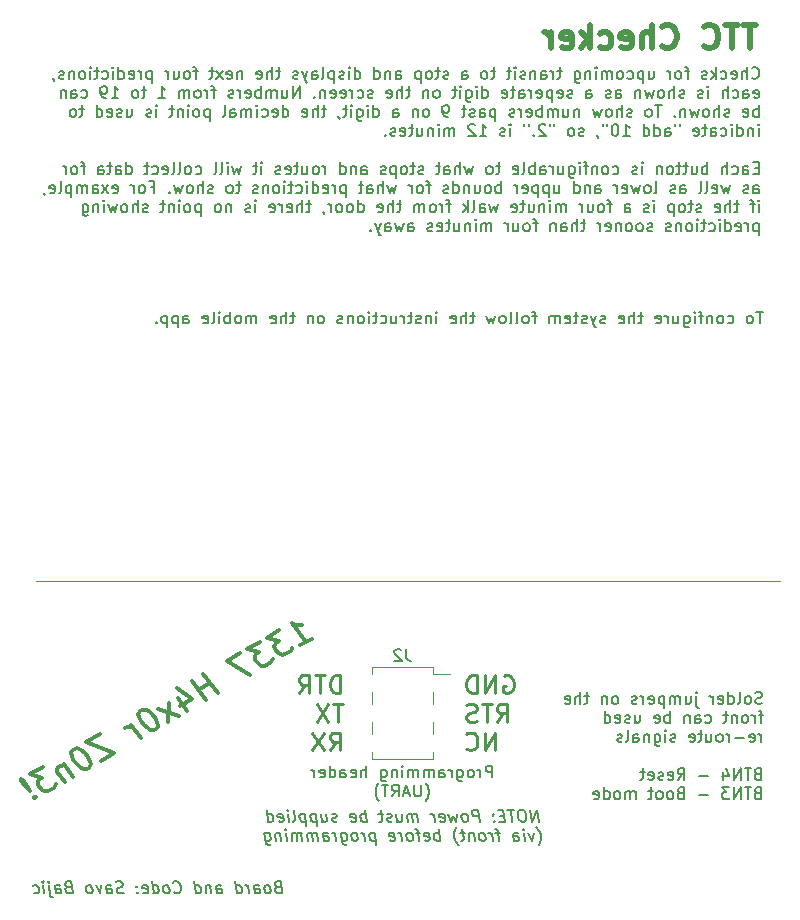
<source format=gbo>
G04 #@! TF.GenerationSoftware,KiCad,Pcbnew,6.0.1-79c1e3a40b~116~ubuntu21.04.1*
G04 #@! TF.CreationDate,2022-02-15T16:14:13-05:00*
G04 #@! TF.ProjectId,ttc_sign,7474635f-7369-4676-9e2e-6b696361645f,rev?*
G04 #@! TF.SameCoordinates,Original*
G04 #@! TF.FileFunction,Legend,Bot*
G04 #@! TF.FilePolarity,Positive*
%FSLAX46Y46*%
G04 Gerber Fmt 4.6, Leading zero omitted, Abs format (unit mm)*
G04 Created by KiCad (PCBNEW 6.0.1-79c1e3a40b~116~ubuntu21.04.1) date 2022-02-15 16:14:13*
%MOMM*%
%LPD*%
G01*
G04 APERTURE LIST*
%ADD10C,0.300000*%
%ADD11C,0.120000*%
%ADD12C,0.150000*%
%ADD13C,0.500000*%
%ADD14C,0.225000*%
%ADD15C,4.000000*%
%ADD16C,6.500000*%
%ADD17C,1.524000*%
%ADD18R,1.524000X1.524000*%
%ADD19R,3.150000X1.000000*%
%ADD20C,0.900000*%
G04 APERTURE END LIST*
D10*
X79379817Y-100474588D02*
X80369560Y-99903159D01*
X79874688Y-100188874D02*
X78658182Y-98581823D01*
X78996926Y-98716163D01*
X79277741Y-98773978D01*
X79500627Y-98755266D01*
X77585960Y-99200870D02*
X76513738Y-99819918D01*
X77554520Y-100098795D01*
X77307084Y-100241652D01*
X77200055Y-100413416D01*
X77175506Y-100537561D01*
X77208885Y-100738233D01*
X77498529Y-101120864D01*
X77696865Y-101226297D01*
X77837273Y-101255205D01*
X78060159Y-101236493D01*
X78555031Y-100950778D01*
X78662059Y-100779014D01*
X78686609Y-100654869D01*
X75936388Y-100153251D02*
X74864166Y-100772299D01*
X75904947Y-101051176D01*
X75657512Y-101194033D01*
X75550483Y-101365797D01*
X75525933Y-101489942D01*
X75559313Y-101690614D01*
X75848957Y-102073245D01*
X76047293Y-102178678D01*
X76187701Y-102207586D01*
X76410587Y-102188874D01*
X76905459Y-101903159D01*
X77012487Y-101731395D01*
X77037037Y-101607250D01*
X74286816Y-101105632D02*
X73132115Y-101772299D01*
X75090929Y-102950778D01*
X72369135Y-104522207D02*
X71152629Y-102915156D01*
X71731917Y-103680418D02*
X70742174Y-104251847D01*
X71379392Y-105093636D02*
X70162885Y-103486585D01*
X69001294Y-104927030D02*
X69812298Y-105998397D01*
X68950256Y-104076725D02*
X70231582Y-104986523D01*
X69159360Y-105605571D01*
X69069991Y-106426969D02*
X67351722Y-105879411D01*
X68258986Y-105355602D02*
X68162726Y-106950778D01*
X65956476Y-105915156D02*
X65791519Y-106010394D01*
X65684491Y-106182159D01*
X65659941Y-106306304D01*
X65693320Y-106506975D01*
X65842557Y-106860699D01*
X66132201Y-107243331D01*
X66446395Y-107501816D01*
X66644732Y-107607250D01*
X66785139Y-107636157D01*
X67008025Y-107617445D01*
X67172983Y-107522207D01*
X67280011Y-107350443D01*
X67304561Y-107226297D01*
X67271182Y-107025626D01*
X67121945Y-106671902D01*
X66832300Y-106289271D01*
X66518106Y-106030785D01*
X66319770Y-105925352D01*
X66179362Y-105896444D01*
X65956476Y-105915156D01*
X65853325Y-108284112D02*
X65042321Y-107212745D01*
X65274036Y-107518849D02*
X65075700Y-107413416D01*
X64935292Y-107384509D01*
X64712406Y-107403221D01*
X64547449Y-107498459D01*
X62409896Y-107962775D02*
X61255195Y-108629442D01*
X63626402Y-109569826D01*
X62471702Y-110236493D01*
X60265452Y-109200870D02*
X60100495Y-109296109D01*
X59993467Y-109467873D01*
X59968917Y-109592018D01*
X60002296Y-109792690D01*
X60151533Y-110146414D01*
X60441177Y-110529045D01*
X60755371Y-110787531D01*
X60953708Y-110892964D01*
X61094115Y-110921871D01*
X61317001Y-110903159D01*
X61481958Y-110807921D01*
X61588987Y-110636157D01*
X61613537Y-110512012D01*
X61580157Y-110311340D01*
X61430921Y-109957616D01*
X61141276Y-109574985D01*
X60827082Y-109316499D01*
X60628746Y-109211066D01*
X60488338Y-109182159D01*
X60265452Y-109200870D01*
X59351296Y-110498459D02*
X60162301Y-111569826D01*
X59467154Y-110651511D02*
X59326747Y-110622604D01*
X59103861Y-110641316D01*
X58856425Y-110784173D01*
X58749396Y-110955937D01*
X58782776Y-111156609D01*
X59419993Y-111998397D01*
X57543658Y-110772299D02*
X56471436Y-111391347D01*
X57512217Y-111670223D01*
X57264782Y-111813080D01*
X57157753Y-111984845D01*
X57133203Y-112108990D01*
X57166583Y-112309661D01*
X57456227Y-112692293D01*
X57654563Y-112797726D01*
X57794971Y-112826633D01*
X58017857Y-112807921D01*
X58512729Y-112522207D01*
X58619757Y-112350443D01*
X58644307Y-112226297D01*
X56829777Y-113273916D02*
X56805227Y-113398062D01*
X56945635Y-113426969D01*
X56970185Y-113302824D01*
X56829777Y-113273916D01*
X56945635Y-113426969D01*
X56482204Y-112814759D02*
X55869536Y-111848825D01*
X55729129Y-111819918D01*
X55704579Y-111944063D01*
X56482204Y-112814759D01*
X55729129Y-111819918D01*
D11*
X120000000Y-95000000D02*
X57000000Y-95000000D01*
D12*
X118462023Y-105379761D02*
X118319166Y-105427380D01*
X118081071Y-105427380D01*
X117985833Y-105379761D01*
X117938214Y-105332142D01*
X117890595Y-105236904D01*
X117890595Y-105141666D01*
X117938214Y-105046428D01*
X117985833Y-104998809D01*
X118081071Y-104951190D01*
X118271547Y-104903571D01*
X118366785Y-104855952D01*
X118414404Y-104808333D01*
X118462023Y-104713095D01*
X118462023Y-104617857D01*
X118414404Y-104522619D01*
X118366785Y-104475000D01*
X118271547Y-104427380D01*
X118033452Y-104427380D01*
X117890595Y-104475000D01*
X117319166Y-105427380D02*
X117414404Y-105379761D01*
X117462023Y-105332142D01*
X117509642Y-105236904D01*
X117509642Y-104951190D01*
X117462023Y-104855952D01*
X117414404Y-104808333D01*
X117319166Y-104760714D01*
X117176309Y-104760714D01*
X117081071Y-104808333D01*
X117033452Y-104855952D01*
X116985833Y-104951190D01*
X116985833Y-105236904D01*
X117033452Y-105332142D01*
X117081071Y-105379761D01*
X117176309Y-105427380D01*
X117319166Y-105427380D01*
X116414404Y-105427380D02*
X116509642Y-105379761D01*
X116557261Y-105284523D01*
X116557261Y-104427380D01*
X115604880Y-105427380D02*
X115604880Y-104427380D01*
X115604880Y-105379761D02*
X115700119Y-105427380D01*
X115890595Y-105427380D01*
X115985833Y-105379761D01*
X116033452Y-105332142D01*
X116081071Y-105236904D01*
X116081071Y-104951190D01*
X116033452Y-104855952D01*
X115985833Y-104808333D01*
X115890595Y-104760714D01*
X115700119Y-104760714D01*
X115604880Y-104808333D01*
X114747738Y-105379761D02*
X114842976Y-105427380D01*
X115033452Y-105427380D01*
X115128690Y-105379761D01*
X115176309Y-105284523D01*
X115176309Y-104903571D01*
X115128690Y-104808333D01*
X115033452Y-104760714D01*
X114842976Y-104760714D01*
X114747738Y-104808333D01*
X114700119Y-104903571D01*
X114700119Y-104998809D01*
X115176309Y-105094047D01*
X114271547Y-105427380D02*
X114271547Y-104760714D01*
X114271547Y-104951190D02*
X114223928Y-104855952D01*
X114176309Y-104808333D01*
X114081071Y-104760714D01*
X113985833Y-104760714D01*
X112890595Y-104760714D02*
X112890595Y-105617857D01*
X112938214Y-105713095D01*
X113033452Y-105760714D01*
X113081071Y-105760714D01*
X112890595Y-104427380D02*
X112938214Y-104475000D01*
X112890595Y-104522619D01*
X112842976Y-104475000D01*
X112890595Y-104427380D01*
X112890595Y-104522619D01*
X111985833Y-104760714D02*
X111985833Y-105427380D01*
X112414404Y-104760714D02*
X112414404Y-105284523D01*
X112366785Y-105379761D01*
X112271547Y-105427380D01*
X112128690Y-105427380D01*
X112033452Y-105379761D01*
X111985833Y-105332142D01*
X111509642Y-105427380D02*
X111509642Y-104760714D01*
X111509642Y-104855952D02*
X111462023Y-104808333D01*
X111366785Y-104760714D01*
X111223928Y-104760714D01*
X111128690Y-104808333D01*
X111081071Y-104903571D01*
X111081071Y-105427380D01*
X111081071Y-104903571D02*
X111033452Y-104808333D01*
X110938214Y-104760714D01*
X110795357Y-104760714D01*
X110700119Y-104808333D01*
X110652500Y-104903571D01*
X110652500Y-105427380D01*
X110176309Y-104760714D02*
X110176309Y-105760714D01*
X110176309Y-104808333D02*
X110081071Y-104760714D01*
X109890595Y-104760714D01*
X109795357Y-104808333D01*
X109747738Y-104855952D01*
X109700119Y-104951190D01*
X109700119Y-105236904D01*
X109747738Y-105332142D01*
X109795357Y-105379761D01*
X109890595Y-105427380D01*
X110081071Y-105427380D01*
X110176309Y-105379761D01*
X108890595Y-105379761D02*
X108985833Y-105427380D01*
X109176309Y-105427380D01*
X109271547Y-105379761D01*
X109319166Y-105284523D01*
X109319166Y-104903571D01*
X109271547Y-104808333D01*
X109176309Y-104760714D01*
X108985833Y-104760714D01*
X108890595Y-104808333D01*
X108842976Y-104903571D01*
X108842976Y-104998809D01*
X109319166Y-105094047D01*
X108414404Y-105427380D02*
X108414404Y-104760714D01*
X108414404Y-104951190D02*
X108366785Y-104855952D01*
X108319166Y-104808333D01*
X108223928Y-104760714D01*
X108128690Y-104760714D01*
X107842976Y-105379761D02*
X107747738Y-105427380D01*
X107557261Y-105427380D01*
X107462023Y-105379761D01*
X107414404Y-105284523D01*
X107414404Y-105236904D01*
X107462023Y-105141666D01*
X107557261Y-105094047D01*
X107700119Y-105094047D01*
X107795357Y-105046428D01*
X107842976Y-104951190D01*
X107842976Y-104903571D01*
X107795357Y-104808333D01*
X107700119Y-104760714D01*
X107557261Y-104760714D01*
X107462023Y-104808333D01*
X106081071Y-105427380D02*
X106176309Y-105379761D01*
X106223928Y-105332142D01*
X106271547Y-105236904D01*
X106271547Y-104951190D01*
X106223928Y-104855952D01*
X106176309Y-104808333D01*
X106081071Y-104760714D01*
X105938214Y-104760714D01*
X105842976Y-104808333D01*
X105795357Y-104855952D01*
X105747738Y-104951190D01*
X105747738Y-105236904D01*
X105795357Y-105332142D01*
X105842976Y-105379761D01*
X105938214Y-105427380D01*
X106081071Y-105427380D01*
X105319166Y-104760714D02*
X105319166Y-105427380D01*
X105319166Y-104855952D02*
X105271547Y-104808333D01*
X105176309Y-104760714D01*
X105033452Y-104760714D01*
X104938214Y-104808333D01*
X104890595Y-104903571D01*
X104890595Y-105427380D01*
X103795357Y-104760714D02*
X103414404Y-104760714D01*
X103652500Y-104427380D02*
X103652500Y-105284523D01*
X103604880Y-105379761D01*
X103509642Y-105427380D01*
X103414404Y-105427380D01*
X103081071Y-105427380D02*
X103081071Y-104427380D01*
X102652500Y-105427380D02*
X102652500Y-104903571D01*
X102700119Y-104808333D01*
X102795357Y-104760714D01*
X102938214Y-104760714D01*
X103033452Y-104808333D01*
X103081071Y-104855952D01*
X101795357Y-105379761D02*
X101890595Y-105427380D01*
X102081071Y-105427380D01*
X102176309Y-105379761D01*
X102223928Y-105284523D01*
X102223928Y-104903571D01*
X102176309Y-104808333D01*
X102081071Y-104760714D01*
X101890595Y-104760714D01*
X101795357Y-104808333D01*
X101747738Y-104903571D01*
X101747738Y-104998809D01*
X102223928Y-105094047D01*
X118557261Y-106370714D02*
X118176309Y-106370714D01*
X118414404Y-107037380D02*
X118414404Y-106180238D01*
X118366785Y-106085000D01*
X118271547Y-106037380D01*
X118176309Y-106037380D01*
X117842976Y-107037380D02*
X117842976Y-106370714D01*
X117842976Y-106561190D02*
X117795357Y-106465952D01*
X117747738Y-106418333D01*
X117652500Y-106370714D01*
X117557261Y-106370714D01*
X117081071Y-107037380D02*
X117176309Y-106989761D01*
X117223928Y-106942142D01*
X117271547Y-106846904D01*
X117271547Y-106561190D01*
X117223928Y-106465952D01*
X117176309Y-106418333D01*
X117081071Y-106370714D01*
X116938214Y-106370714D01*
X116842976Y-106418333D01*
X116795357Y-106465952D01*
X116747738Y-106561190D01*
X116747738Y-106846904D01*
X116795357Y-106942142D01*
X116842976Y-106989761D01*
X116938214Y-107037380D01*
X117081071Y-107037380D01*
X116319166Y-106370714D02*
X116319166Y-107037380D01*
X116319166Y-106465952D02*
X116271547Y-106418333D01*
X116176309Y-106370714D01*
X116033452Y-106370714D01*
X115938214Y-106418333D01*
X115890595Y-106513571D01*
X115890595Y-107037380D01*
X115557261Y-106370714D02*
X115176309Y-106370714D01*
X115414404Y-106037380D02*
X115414404Y-106894523D01*
X115366785Y-106989761D01*
X115271547Y-107037380D01*
X115176309Y-107037380D01*
X113652500Y-106989761D02*
X113747738Y-107037380D01*
X113938214Y-107037380D01*
X114033452Y-106989761D01*
X114081071Y-106942142D01*
X114128690Y-106846904D01*
X114128690Y-106561190D01*
X114081071Y-106465952D01*
X114033452Y-106418333D01*
X113938214Y-106370714D01*
X113747738Y-106370714D01*
X113652500Y-106418333D01*
X112795357Y-107037380D02*
X112795357Y-106513571D01*
X112842976Y-106418333D01*
X112938214Y-106370714D01*
X113128690Y-106370714D01*
X113223928Y-106418333D01*
X112795357Y-106989761D02*
X112890595Y-107037380D01*
X113128690Y-107037380D01*
X113223928Y-106989761D01*
X113271547Y-106894523D01*
X113271547Y-106799285D01*
X113223928Y-106704047D01*
X113128690Y-106656428D01*
X112890595Y-106656428D01*
X112795357Y-106608809D01*
X112319166Y-106370714D02*
X112319166Y-107037380D01*
X112319166Y-106465952D02*
X112271547Y-106418333D01*
X112176309Y-106370714D01*
X112033452Y-106370714D01*
X111938214Y-106418333D01*
X111890595Y-106513571D01*
X111890595Y-107037380D01*
X110652500Y-107037380D02*
X110652500Y-106037380D01*
X110652500Y-106418333D02*
X110557261Y-106370714D01*
X110366785Y-106370714D01*
X110271547Y-106418333D01*
X110223928Y-106465952D01*
X110176309Y-106561190D01*
X110176309Y-106846904D01*
X110223928Y-106942142D01*
X110271547Y-106989761D01*
X110366785Y-107037380D01*
X110557261Y-107037380D01*
X110652500Y-106989761D01*
X109366785Y-106989761D02*
X109462023Y-107037380D01*
X109652500Y-107037380D01*
X109747738Y-106989761D01*
X109795357Y-106894523D01*
X109795357Y-106513571D01*
X109747738Y-106418333D01*
X109652500Y-106370714D01*
X109462023Y-106370714D01*
X109366785Y-106418333D01*
X109319166Y-106513571D01*
X109319166Y-106608809D01*
X109795357Y-106704047D01*
X107700119Y-106370714D02*
X107700119Y-107037380D01*
X108128690Y-106370714D02*
X108128690Y-106894523D01*
X108081071Y-106989761D01*
X107985833Y-107037380D01*
X107842976Y-107037380D01*
X107747738Y-106989761D01*
X107700119Y-106942142D01*
X107271547Y-106989761D02*
X107176309Y-107037380D01*
X106985833Y-107037380D01*
X106890595Y-106989761D01*
X106842976Y-106894523D01*
X106842976Y-106846904D01*
X106890595Y-106751666D01*
X106985833Y-106704047D01*
X107128690Y-106704047D01*
X107223928Y-106656428D01*
X107271547Y-106561190D01*
X107271547Y-106513571D01*
X107223928Y-106418333D01*
X107128690Y-106370714D01*
X106985833Y-106370714D01*
X106890595Y-106418333D01*
X106033452Y-106989761D02*
X106128690Y-107037380D01*
X106319166Y-107037380D01*
X106414404Y-106989761D01*
X106462023Y-106894523D01*
X106462023Y-106513571D01*
X106414404Y-106418333D01*
X106319166Y-106370714D01*
X106128690Y-106370714D01*
X106033452Y-106418333D01*
X105985833Y-106513571D01*
X105985833Y-106608809D01*
X106462023Y-106704047D01*
X105128690Y-107037380D02*
X105128690Y-106037380D01*
X105128690Y-106989761D02*
X105223928Y-107037380D01*
X105414404Y-107037380D01*
X105509642Y-106989761D01*
X105557261Y-106942142D01*
X105604880Y-106846904D01*
X105604880Y-106561190D01*
X105557261Y-106465952D01*
X105509642Y-106418333D01*
X105414404Y-106370714D01*
X105223928Y-106370714D01*
X105128690Y-106418333D01*
X118414404Y-108647380D02*
X118414404Y-107980714D01*
X118414404Y-108171190D02*
X118366785Y-108075952D01*
X118319166Y-108028333D01*
X118223928Y-107980714D01*
X118128690Y-107980714D01*
X117414404Y-108599761D02*
X117509642Y-108647380D01*
X117700119Y-108647380D01*
X117795357Y-108599761D01*
X117842976Y-108504523D01*
X117842976Y-108123571D01*
X117795357Y-108028333D01*
X117700119Y-107980714D01*
X117509642Y-107980714D01*
X117414404Y-108028333D01*
X117366785Y-108123571D01*
X117366785Y-108218809D01*
X117842976Y-108314047D01*
X116938214Y-108266428D02*
X116176309Y-108266428D01*
X115700119Y-108647380D02*
X115700119Y-107980714D01*
X115700119Y-108171190D02*
X115652500Y-108075952D01*
X115604880Y-108028333D01*
X115509642Y-107980714D01*
X115414404Y-107980714D01*
X114938214Y-108647380D02*
X115033452Y-108599761D01*
X115081071Y-108552142D01*
X115128690Y-108456904D01*
X115128690Y-108171190D01*
X115081071Y-108075952D01*
X115033452Y-108028333D01*
X114938214Y-107980714D01*
X114795357Y-107980714D01*
X114700119Y-108028333D01*
X114652500Y-108075952D01*
X114604880Y-108171190D01*
X114604880Y-108456904D01*
X114652500Y-108552142D01*
X114700119Y-108599761D01*
X114795357Y-108647380D01*
X114938214Y-108647380D01*
X113747738Y-107980714D02*
X113747738Y-108647380D01*
X114176309Y-107980714D02*
X114176309Y-108504523D01*
X114128690Y-108599761D01*
X114033452Y-108647380D01*
X113890595Y-108647380D01*
X113795357Y-108599761D01*
X113747738Y-108552142D01*
X113414404Y-107980714D02*
X113033452Y-107980714D01*
X113271547Y-107647380D02*
X113271547Y-108504523D01*
X113223928Y-108599761D01*
X113128690Y-108647380D01*
X113033452Y-108647380D01*
X112319166Y-108599761D02*
X112414404Y-108647380D01*
X112604880Y-108647380D01*
X112700119Y-108599761D01*
X112747738Y-108504523D01*
X112747738Y-108123571D01*
X112700119Y-108028333D01*
X112604880Y-107980714D01*
X112414404Y-107980714D01*
X112319166Y-108028333D01*
X112271547Y-108123571D01*
X112271547Y-108218809D01*
X112747738Y-108314047D01*
X111128690Y-108599761D02*
X111033452Y-108647380D01*
X110842976Y-108647380D01*
X110747738Y-108599761D01*
X110700119Y-108504523D01*
X110700119Y-108456904D01*
X110747738Y-108361666D01*
X110842976Y-108314047D01*
X110985833Y-108314047D01*
X111081071Y-108266428D01*
X111128690Y-108171190D01*
X111128690Y-108123571D01*
X111081071Y-108028333D01*
X110985833Y-107980714D01*
X110842976Y-107980714D01*
X110747738Y-108028333D01*
X110271547Y-108647380D02*
X110271547Y-107980714D01*
X110271547Y-107647380D02*
X110319166Y-107695000D01*
X110271547Y-107742619D01*
X110223928Y-107695000D01*
X110271547Y-107647380D01*
X110271547Y-107742619D01*
X109366785Y-107980714D02*
X109366785Y-108790238D01*
X109414404Y-108885476D01*
X109462023Y-108933095D01*
X109557261Y-108980714D01*
X109700119Y-108980714D01*
X109795357Y-108933095D01*
X109366785Y-108599761D02*
X109462023Y-108647380D01*
X109652500Y-108647380D01*
X109747738Y-108599761D01*
X109795357Y-108552142D01*
X109842976Y-108456904D01*
X109842976Y-108171190D01*
X109795357Y-108075952D01*
X109747738Y-108028333D01*
X109652500Y-107980714D01*
X109462023Y-107980714D01*
X109366785Y-108028333D01*
X108890595Y-107980714D02*
X108890595Y-108647380D01*
X108890595Y-108075952D02*
X108842976Y-108028333D01*
X108747738Y-107980714D01*
X108604880Y-107980714D01*
X108509642Y-108028333D01*
X108462023Y-108123571D01*
X108462023Y-108647380D01*
X107557261Y-108647380D02*
X107557261Y-108123571D01*
X107604880Y-108028333D01*
X107700119Y-107980714D01*
X107890595Y-107980714D01*
X107985833Y-108028333D01*
X107557261Y-108599761D02*
X107652500Y-108647380D01*
X107890595Y-108647380D01*
X107985833Y-108599761D01*
X108033452Y-108504523D01*
X108033452Y-108409285D01*
X107985833Y-108314047D01*
X107890595Y-108266428D01*
X107652500Y-108266428D01*
X107557261Y-108218809D01*
X106938214Y-108647380D02*
X107033452Y-108599761D01*
X107081071Y-108504523D01*
X107081071Y-107647380D01*
X106604880Y-108599761D02*
X106509642Y-108647380D01*
X106319166Y-108647380D01*
X106223928Y-108599761D01*
X106176309Y-108504523D01*
X106176309Y-108456904D01*
X106223928Y-108361666D01*
X106319166Y-108314047D01*
X106462023Y-108314047D01*
X106557261Y-108266428D01*
X106604880Y-108171190D01*
X106604880Y-108123571D01*
X106557261Y-108028333D01*
X106462023Y-107980714D01*
X106319166Y-107980714D01*
X106223928Y-108028333D01*
X118081071Y-111343571D02*
X117938214Y-111391190D01*
X117890595Y-111438809D01*
X117842976Y-111534047D01*
X117842976Y-111676904D01*
X117890595Y-111772142D01*
X117938214Y-111819761D01*
X118033452Y-111867380D01*
X118414404Y-111867380D01*
X118414404Y-110867380D01*
X118081071Y-110867380D01*
X117985833Y-110915000D01*
X117938214Y-110962619D01*
X117890595Y-111057857D01*
X117890595Y-111153095D01*
X117938214Y-111248333D01*
X117985833Y-111295952D01*
X118081071Y-111343571D01*
X118414404Y-111343571D01*
X117557261Y-110867380D02*
X116985833Y-110867380D01*
X117271547Y-111867380D02*
X117271547Y-110867380D01*
X116652500Y-111867380D02*
X116652500Y-110867380D01*
X116081071Y-111867380D01*
X116081071Y-110867380D01*
X115176309Y-111200714D02*
X115176309Y-111867380D01*
X115414404Y-110819761D02*
X115652500Y-111534047D01*
X115033452Y-111534047D01*
X113890595Y-111486428D02*
X113128690Y-111486428D01*
X111319166Y-111867380D02*
X111652500Y-111391190D01*
X111890595Y-111867380D02*
X111890595Y-110867380D01*
X111509642Y-110867380D01*
X111414404Y-110915000D01*
X111366785Y-110962619D01*
X111319166Y-111057857D01*
X111319166Y-111200714D01*
X111366785Y-111295952D01*
X111414404Y-111343571D01*
X111509642Y-111391190D01*
X111890595Y-111391190D01*
X110509642Y-111819761D02*
X110604880Y-111867380D01*
X110795357Y-111867380D01*
X110890595Y-111819761D01*
X110938214Y-111724523D01*
X110938214Y-111343571D01*
X110890595Y-111248333D01*
X110795357Y-111200714D01*
X110604880Y-111200714D01*
X110509642Y-111248333D01*
X110462023Y-111343571D01*
X110462023Y-111438809D01*
X110938214Y-111534047D01*
X110081071Y-111819761D02*
X109985833Y-111867380D01*
X109795357Y-111867380D01*
X109700119Y-111819761D01*
X109652500Y-111724523D01*
X109652500Y-111676904D01*
X109700119Y-111581666D01*
X109795357Y-111534047D01*
X109938214Y-111534047D01*
X110033452Y-111486428D01*
X110081071Y-111391190D01*
X110081071Y-111343571D01*
X110033452Y-111248333D01*
X109938214Y-111200714D01*
X109795357Y-111200714D01*
X109700119Y-111248333D01*
X108842976Y-111819761D02*
X108938214Y-111867380D01*
X109128690Y-111867380D01*
X109223928Y-111819761D01*
X109271547Y-111724523D01*
X109271547Y-111343571D01*
X109223928Y-111248333D01*
X109128690Y-111200714D01*
X108938214Y-111200714D01*
X108842976Y-111248333D01*
X108795357Y-111343571D01*
X108795357Y-111438809D01*
X109271547Y-111534047D01*
X108509642Y-111200714D02*
X108128690Y-111200714D01*
X108366785Y-110867380D02*
X108366785Y-111724523D01*
X108319166Y-111819761D01*
X108223928Y-111867380D01*
X108128690Y-111867380D01*
X118081071Y-112953571D02*
X117938214Y-113001190D01*
X117890595Y-113048809D01*
X117842976Y-113144047D01*
X117842976Y-113286904D01*
X117890595Y-113382142D01*
X117938214Y-113429761D01*
X118033452Y-113477380D01*
X118414404Y-113477380D01*
X118414404Y-112477380D01*
X118081071Y-112477380D01*
X117985833Y-112525000D01*
X117938214Y-112572619D01*
X117890595Y-112667857D01*
X117890595Y-112763095D01*
X117938214Y-112858333D01*
X117985833Y-112905952D01*
X118081071Y-112953571D01*
X118414404Y-112953571D01*
X117557261Y-112477380D02*
X116985833Y-112477380D01*
X117271547Y-113477380D02*
X117271547Y-112477380D01*
X116652500Y-113477380D02*
X116652500Y-112477380D01*
X116081071Y-113477380D01*
X116081071Y-112477380D01*
X115700119Y-112477380D02*
X115081071Y-112477380D01*
X115414404Y-112858333D01*
X115271547Y-112858333D01*
X115176309Y-112905952D01*
X115128690Y-112953571D01*
X115081071Y-113048809D01*
X115081071Y-113286904D01*
X115128690Y-113382142D01*
X115176309Y-113429761D01*
X115271547Y-113477380D01*
X115557261Y-113477380D01*
X115652500Y-113429761D01*
X115700119Y-113382142D01*
X113890595Y-113096428D02*
X113128690Y-113096428D01*
X111557261Y-112953571D02*
X111414404Y-113001190D01*
X111366785Y-113048809D01*
X111319166Y-113144047D01*
X111319166Y-113286904D01*
X111366785Y-113382142D01*
X111414404Y-113429761D01*
X111509642Y-113477380D01*
X111890595Y-113477380D01*
X111890595Y-112477380D01*
X111557261Y-112477380D01*
X111462023Y-112525000D01*
X111414404Y-112572619D01*
X111366785Y-112667857D01*
X111366785Y-112763095D01*
X111414404Y-112858333D01*
X111462023Y-112905952D01*
X111557261Y-112953571D01*
X111890595Y-112953571D01*
X110747738Y-113477380D02*
X110842976Y-113429761D01*
X110890595Y-113382142D01*
X110938214Y-113286904D01*
X110938214Y-113001190D01*
X110890595Y-112905952D01*
X110842976Y-112858333D01*
X110747738Y-112810714D01*
X110604880Y-112810714D01*
X110509642Y-112858333D01*
X110462023Y-112905952D01*
X110414404Y-113001190D01*
X110414404Y-113286904D01*
X110462023Y-113382142D01*
X110509642Y-113429761D01*
X110604880Y-113477380D01*
X110747738Y-113477380D01*
X109842976Y-113477380D02*
X109938214Y-113429761D01*
X109985833Y-113382142D01*
X110033452Y-113286904D01*
X110033452Y-113001190D01*
X109985833Y-112905952D01*
X109938214Y-112858333D01*
X109842976Y-112810714D01*
X109700119Y-112810714D01*
X109604880Y-112858333D01*
X109557261Y-112905952D01*
X109509642Y-113001190D01*
X109509642Y-113286904D01*
X109557261Y-113382142D01*
X109604880Y-113429761D01*
X109700119Y-113477380D01*
X109842976Y-113477380D01*
X109223928Y-112810714D02*
X108842976Y-112810714D01*
X109081071Y-112477380D02*
X109081071Y-113334523D01*
X109033452Y-113429761D01*
X108938214Y-113477380D01*
X108842976Y-113477380D01*
X107747738Y-113477380D02*
X107747738Y-112810714D01*
X107747738Y-112905952D02*
X107700119Y-112858333D01*
X107604880Y-112810714D01*
X107462023Y-112810714D01*
X107366785Y-112858333D01*
X107319166Y-112953571D01*
X107319166Y-113477380D01*
X107319166Y-112953571D02*
X107271547Y-112858333D01*
X107176309Y-112810714D01*
X107033452Y-112810714D01*
X106938214Y-112858333D01*
X106890595Y-112953571D01*
X106890595Y-113477380D01*
X106271547Y-113477380D02*
X106366785Y-113429761D01*
X106414404Y-113382142D01*
X106462023Y-113286904D01*
X106462023Y-113001190D01*
X106414404Y-112905952D01*
X106366785Y-112858333D01*
X106271547Y-112810714D01*
X106128690Y-112810714D01*
X106033452Y-112858333D01*
X105985833Y-112905952D01*
X105938214Y-113001190D01*
X105938214Y-113286904D01*
X105985833Y-113382142D01*
X106033452Y-113429761D01*
X106128690Y-113477380D01*
X106271547Y-113477380D01*
X105081071Y-113477380D02*
X105081071Y-112477380D01*
X105081071Y-113429761D02*
X105176309Y-113477380D01*
X105366785Y-113477380D01*
X105462023Y-113429761D01*
X105509642Y-113382142D01*
X105557261Y-113286904D01*
X105557261Y-113001190D01*
X105509642Y-112905952D01*
X105462023Y-112858333D01*
X105366785Y-112810714D01*
X105176309Y-112810714D01*
X105081071Y-112858333D01*
X104223928Y-113429761D02*
X104319166Y-113477380D01*
X104509642Y-113477380D01*
X104604880Y-113429761D01*
X104652500Y-113334523D01*
X104652500Y-112953571D01*
X104604880Y-112858333D01*
X104509642Y-112810714D01*
X104319166Y-112810714D01*
X104223928Y-112858333D01*
X104176309Y-112953571D01*
X104176309Y-113048809D01*
X104652500Y-113144047D01*
X118557261Y-72202380D02*
X117985833Y-72202380D01*
X118271547Y-73202380D02*
X118271547Y-72202380D01*
X117509642Y-73202380D02*
X117604880Y-73154761D01*
X117652500Y-73107142D01*
X117700119Y-73011904D01*
X117700119Y-72726190D01*
X117652500Y-72630952D01*
X117604880Y-72583333D01*
X117509642Y-72535714D01*
X117366785Y-72535714D01*
X117271547Y-72583333D01*
X117223928Y-72630952D01*
X117176309Y-72726190D01*
X117176309Y-73011904D01*
X117223928Y-73107142D01*
X117271547Y-73154761D01*
X117366785Y-73202380D01*
X117509642Y-73202380D01*
X115557261Y-73154761D02*
X115652500Y-73202380D01*
X115842976Y-73202380D01*
X115938214Y-73154761D01*
X115985833Y-73107142D01*
X116033452Y-73011904D01*
X116033452Y-72726190D01*
X115985833Y-72630952D01*
X115938214Y-72583333D01*
X115842976Y-72535714D01*
X115652500Y-72535714D01*
X115557261Y-72583333D01*
X114985833Y-73202380D02*
X115081071Y-73154761D01*
X115128690Y-73107142D01*
X115176309Y-73011904D01*
X115176309Y-72726190D01*
X115128690Y-72630952D01*
X115081071Y-72583333D01*
X114985833Y-72535714D01*
X114842976Y-72535714D01*
X114747738Y-72583333D01*
X114700119Y-72630952D01*
X114652500Y-72726190D01*
X114652500Y-73011904D01*
X114700119Y-73107142D01*
X114747738Y-73154761D01*
X114842976Y-73202380D01*
X114985833Y-73202380D01*
X114223928Y-72535714D02*
X114223928Y-73202380D01*
X114223928Y-72630952D02*
X114176309Y-72583333D01*
X114081071Y-72535714D01*
X113938214Y-72535714D01*
X113842976Y-72583333D01*
X113795357Y-72678571D01*
X113795357Y-73202380D01*
X113462023Y-72535714D02*
X113081071Y-72535714D01*
X113319166Y-73202380D02*
X113319166Y-72345238D01*
X113271547Y-72250000D01*
X113176309Y-72202380D01*
X113081071Y-72202380D01*
X112747738Y-73202380D02*
X112747738Y-72535714D01*
X112747738Y-72202380D02*
X112795357Y-72250000D01*
X112747738Y-72297619D01*
X112700119Y-72250000D01*
X112747738Y-72202380D01*
X112747738Y-72297619D01*
X111842976Y-72535714D02*
X111842976Y-73345238D01*
X111890595Y-73440476D01*
X111938214Y-73488095D01*
X112033452Y-73535714D01*
X112176309Y-73535714D01*
X112271547Y-73488095D01*
X111842976Y-73154761D02*
X111938214Y-73202380D01*
X112128690Y-73202380D01*
X112223928Y-73154761D01*
X112271547Y-73107142D01*
X112319166Y-73011904D01*
X112319166Y-72726190D01*
X112271547Y-72630952D01*
X112223928Y-72583333D01*
X112128690Y-72535714D01*
X111938214Y-72535714D01*
X111842976Y-72583333D01*
X110938214Y-72535714D02*
X110938214Y-73202380D01*
X111366785Y-72535714D02*
X111366785Y-73059523D01*
X111319166Y-73154761D01*
X111223928Y-73202380D01*
X111081071Y-73202380D01*
X110985833Y-73154761D01*
X110938214Y-73107142D01*
X110462023Y-73202380D02*
X110462023Y-72535714D01*
X110462023Y-72726190D02*
X110414404Y-72630952D01*
X110366785Y-72583333D01*
X110271547Y-72535714D01*
X110176309Y-72535714D01*
X109462023Y-73154761D02*
X109557261Y-73202380D01*
X109747738Y-73202380D01*
X109842976Y-73154761D01*
X109890595Y-73059523D01*
X109890595Y-72678571D01*
X109842976Y-72583333D01*
X109747738Y-72535714D01*
X109557261Y-72535714D01*
X109462023Y-72583333D01*
X109414404Y-72678571D01*
X109414404Y-72773809D01*
X109890595Y-72869047D01*
X108366785Y-72535714D02*
X107985833Y-72535714D01*
X108223928Y-72202380D02*
X108223928Y-73059523D01*
X108176309Y-73154761D01*
X108081071Y-73202380D01*
X107985833Y-73202380D01*
X107652500Y-73202380D02*
X107652500Y-72202380D01*
X107223928Y-73202380D02*
X107223928Y-72678571D01*
X107271547Y-72583333D01*
X107366785Y-72535714D01*
X107509642Y-72535714D01*
X107604880Y-72583333D01*
X107652500Y-72630952D01*
X106366785Y-73154761D02*
X106462023Y-73202380D01*
X106652500Y-73202380D01*
X106747738Y-73154761D01*
X106795357Y-73059523D01*
X106795357Y-72678571D01*
X106747738Y-72583333D01*
X106652500Y-72535714D01*
X106462023Y-72535714D01*
X106366785Y-72583333D01*
X106319166Y-72678571D01*
X106319166Y-72773809D01*
X106795357Y-72869047D01*
X105176309Y-73154761D02*
X105081071Y-73202380D01*
X104890595Y-73202380D01*
X104795357Y-73154761D01*
X104747738Y-73059523D01*
X104747738Y-73011904D01*
X104795357Y-72916666D01*
X104890595Y-72869047D01*
X105033452Y-72869047D01*
X105128690Y-72821428D01*
X105176309Y-72726190D01*
X105176309Y-72678571D01*
X105128690Y-72583333D01*
X105033452Y-72535714D01*
X104890595Y-72535714D01*
X104795357Y-72583333D01*
X104414404Y-72535714D02*
X104176309Y-73202380D01*
X103938214Y-72535714D02*
X104176309Y-73202380D01*
X104271547Y-73440476D01*
X104319166Y-73488095D01*
X104414404Y-73535714D01*
X103604880Y-73154761D02*
X103509642Y-73202380D01*
X103319166Y-73202380D01*
X103223928Y-73154761D01*
X103176309Y-73059523D01*
X103176309Y-73011904D01*
X103223928Y-72916666D01*
X103319166Y-72869047D01*
X103462023Y-72869047D01*
X103557261Y-72821428D01*
X103604880Y-72726190D01*
X103604880Y-72678571D01*
X103557261Y-72583333D01*
X103462023Y-72535714D01*
X103319166Y-72535714D01*
X103223928Y-72583333D01*
X102890595Y-72535714D02*
X102509642Y-72535714D01*
X102747738Y-72202380D02*
X102747738Y-73059523D01*
X102700119Y-73154761D01*
X102604880Y-73202380D01*
X102509642Y-73202380D01*
X101795357Y-73154761D02*
X101890595Y-73202380D01*
X102081071Y-73202380D01*
X102176309Y-73154761D01*
X102223928Y-73059523D01*
X102223928Y-72678571D01*
X102176309Y-72583333D01*
X102081071Y-72535714D01*
X101890595Y-72535714D01*
X101795357Y-72583333D01*
X101747738Y-72678571D01*
X101747738Y-72773809D01*
X102223928Y-72869047D01*
X101319166Y-73202380D02*
X101319166Y-72535714D01*
X101319166Y-72630952D02*
X101271547Y-72583333D01*
X101176309Y-72535714D01*
X101033452Y-72535714D01*
X100938214Y-72583333D01*
X100890595Y-72678571D01*
X100890595Y-73202380D01*
X100890595Y-72678571D02*
X100842976Y-72583333D01*
X100747738Y-72535714D01*
X100604880Y-72535714D01*
X100509642Y-72583333D01*
X100462023Y-72678571D01*
X100462023Y-73202380D01*
X99366785Y-72535714D02*
X98985833Y-72535714D01*
X99223928Y-73202380D02*
X99223928Y-72345238D01*
X99176309Y-72250000D01*
X99081071Y-72202380D01*
X98985833Y-72202380D01*
X98509642Y-73202380D02*
X98604880Y-73154761D01*
X98652500Y-73107142D01*
X98700119Y-73011904D01*
X98700119Y-72726190D01*
X98652500Y-72630952D01*
X98604880Y-72583333D01*
X98509642Y-72535714D01*
X98366785Y-72535714D01*
X98271547Y-72583333D01*
X98223928Y-72630952D01*
X98176309Y-72726190D01*
X98176309Y-73011904D01*
X98223928Y-73107142D01*
X98271547Y-73154761D01*
X98366785Y-73202380D01*
X98509642Y-73202380D01*
X97604880Y-73202380D02*
X97700119Y-73154761D01*
X97747738Y-73059523D01*
X97747738Y-72202380D01*
X97081071Y-73202380D02*
X97176309Y-73154761D01*
X97223928Y-73059523D01*
X97223928Y-72202380D01*
X96557261Y-73202380D02*
X96652500Y-73154761D01*
X96700119Y-73107142D01*
X96747738Y-73011904D01*
X96747738Y-72726190D01*
X96700119Y-72630952D01*
X96652500Y-72583333D01*
X96557261Y-72535714D01*
X96414404Y-72535714D01*
X96319166Y-72583333D01*
X96271547Y-72630952D01*
X96223928Y-72726190D01*
X96223928Y-73011904D01*
X96271547Y-73107142D01*
X96319166Y-73154761D01*
X96414404Y-73202380D01*
X96557261Y-73202380D01*
X95890595Y-72535714D02*
X95700119Y-73202380D01*
X95509642Y-72726190D01*
X95319166Y-73202380D01*
X95128690Y-72535714D01*
X94128690Y-72535714D02*
X93747738Y-72535714D01*
X93985833Y-72202380D02*
X93985833Y-73059523D01*
X93938214Y-73154761D01*
X93842976Y-73202380D01*
X93747738Y-73202380D01*
X93414404Y-73202380D02*
X93414404Y-72202380D01*
X92985833Y-73202380D02*
X92985833Y-72678571D01*
X93033452Y-72583333D01*
X93128690Y-72535714D01*
X93271547Y-72535714D01*
X93366785Y-72583333D01*
X93414404Y-72630952D01*
X92128690Y-73154761D02*
X92223928Y-73202380D01*
X92414404Y-73202380D01*
X92509642Y-73154761D01*
X92557261Y-73059523D01*
X92557261Y-72678571D01*
X92509642Y-72583333D01*
X92414404Y-72535714D01*
X92223928Y-72535714D01*
X92128690Y-72583333D01*
X92081071Y-72678571D01*
X92081071Y-72773809D01*
X92557261Y-72869047D01*
X90890595Y-73202380D02*
X90890595Y-72535714D01*
X90890595Y-72202380D02*
X90938214Y-72250000D01*
X90890595Y-72297619D01*
X90842976Y-72250000D01*
X90890595Y-72202380D01*
X90890595Y-72297619D01*
X90414404Y-72535714D02*
X90414404Y-73202380D01*
X90414404Y-72630952D02*
X90366785Y-72583333D01*
X90271547Y-72535714D01*
X90128690Y-72535714D01*
X90033452Y-72583333D01*
X89985833Y-72678571D01*
X89985833Y-73202380D01*
X89557261Y-73154761D02*
X89462023Y-73202380D01*
X89271547Y-73202380D01*
X89176309Y-73154761D01*
X89128690Y-73059523D01*
X89128690Y-73011904D01*
X89176309Y-72916666D01*
X89271547Y-72869047D01*
X89414404Y-72869047D01*
X89509642Y-72821428D01*
X89557261Y-72726190D01*
X89557261Y-72678571D01*
X89509642Y-72583333D01*
X89414404Y-72535714D01*
X89271547Y-72535714D01*
X89176309Y-72583333D01*
X88842976Y-72535714D02*
X88462023Y-72535714D01*
X88700119Y-72202380D02*
X88700119Y-73059523D01*
X88652500Y-73154761D01*
X88557261Y-73202380D01*
X88462023Y-73202380D01*
X88128690Y-73202380D02*
X88128690Y-72535714D01*
X88128690Y-72726190D02*
X88081071Y-72630952D01*
X88033452Y-72583333D01*
X87938214Y-72535714D01*
X87842976Y-72535714D01*
X87081071Y-72535714D02*
X87081071Y-73202380D01*
X87509642Y-72535714D02*
X87509642Y-73059523D01*
X87462023Y-73154761D01*
X87366785Y-73202380D01*
X87223928Y-73202380D01*
X87128690Y-73154761D01*
X87081071Y-73107142D01*
X86176309Y-73154761D02*
X86271547Y-73202380D01*
X86462023Y-73202380D01*
X86557261Y-73154761D01*
X86604880Y-73107142D01*
X86652500Y-73011904D01*
X86652500Y-72726190D01*
X86604880Y-72630952D01*
X86557261Y-72583333D01*
X86462023Y-72535714D01*
X86271547Y-72535714D01*
X86176309Y-72583333D01*
X85890595Y-72535714D02*
X85509642Y-72535714D01*
X85747738Y-72202380D02*
X85747738Y-73059523D01*
X85700119Y-73154761D01*
X85604880Y-73202380D01*
X85509642Y-73202380D01*
X85176309Y-73202380D02*
X85176309Y-72535714D01*
X85176309Y-72202380D02*
X85223928Y-72250000D01*
X85176309Y-72297619D01*
X85128690Y-72250000D01*
X85176309Y-72202380D01*
X85176309Y-72297619D01*
X84557261Y-73202380D02*
X84652500Y-73154761D01*
X84700119Y-73107142D01*
X84747738Y-73011904D01*
X84747738Y-72726190D01*
X84700119Y-72630952D01*
X84652500Y-72583333D01*
X84557261Y-72535714D01*
X84414404Y-72535714D01*
X84319166Y-72583333D01*
X84271547Y-72630952D01*
X84223928Y-72726190D01*
X84223928Y-73011904D01*
X84271547Y-73107142D01*
X84319166Y-73154761D01*
X84414404Y-73202380D01*
X84557261Y-73202380D01*
X83795357Y-72535714D02*
X83795357Y-73202380D01*
X83795357Y-72630952D02*
X83747738Y-72583333D01*
X83652500Y-72535714D01*
X83509642Y-72535714D01*
X83414404Y-72583333D01*
X83366785Y-72678571D01*
X83366785Y-73202380D01*
X82938214Y-73154761D02*
X82842976Y-73202380D01*
X82652500Y-73202380D01*
X82557261Y-73154761D01*
X82509642Y-73059523D01*
X82509642Y-73011904D01*
X82557261Y-72916666D01*
X82652500Y-72869047D01*
X82795357Y-72869047D01*
X82890595Y-72821428D01*
X82938214Y-72726190D01*
X82938214Y-72678571D01*
X82890595Y-72583333D01*
X82795357Y-72535714D01*
X82652500Y-72535714D01*
X82557261Y-72583333D01*
X81176309Y-73202380D02*
X81271547Y-73154761D01*
X81319166Y-73107142D01*
X81366785Y-73011904D01*
X81366785Y-72726190D01*
X81319166Y-72630952D01*
X81271547Y-72583333D01*
X81176309Y-72535714D01*
X81033452Y-72535714D01*
X80938214Y-72583333D01*
X80890595Y-72630952D01*
X80842976Y-72726190D01*
X80842976Y-73011904D01*
X80890595Y-73107142D01*
X80938214Y-73154761D01*
X81033452Y-73202380D01*
X81176309Y-73202380D01*
X80414404Y-72535714D02*
X80414404Y-73202380D01*
X80414404Y-72630952D02*
X80366785Y-72583333D01*
X80271547Y-72535714D01*
X80128690Y-72535714D01*
X80033452Y-72583333D01*
X79985833Y-72678571D01*
X79985833Y-73202380D01*
X78890595Y-72535714D02*
X78509642Y-72535714D01*
X78747738Y-72202380D02*
X78747738Y-73059523D01*
X78700119Y-73154761D01*
X78604880Y-73202380D01*
X78509642Y-73202380D01*
X78176309Y-73202380D02*
X78176309Y-72202380D01*
X77747738Y-73202380D02*
X77747738Y-72678571D01*
X77795357Y-72583333D01*
X77890595Y-72535714D01*
X78033452Y-72535714D01*
X78128690Y-72583333D01*
X78176309Y-72630952D01*
X76890595Y-73154761D02*
X76985833Y-73202380D01*
X77176309Y-73202380D01*
X77271547Y-73154761D01*
X77319166Y-73059523D01*
X77319166Y-72678571D01*
X77271547Y-72583333D01*
X77176309Y-72535714D01*
X76985833Y-72535714D01*
X76890595Y-72583333D01*
X76842976Y-72678571D01*
X76842976Y-72773809D01*
X77319166Y-72869047D01*
X75652500Y-73202380D02*
X75652500Y-72535714D01*
X75652500Y-72630952D02*
X75604880Y-72583333D01*
X75509642Y-72535714D01*
X75366785Y-72535714D01*
X75271547Y-72583333D01*
X75223928Y-72678571D01*
X75223928Y-73202380D01*
X75223928Y-72678571D02*
X75176309Y-72583333D01*
X75081071Y-72535714D01*
X74938214Y-72535714D01*
X74842976Y-72583333D01*
X74795357Y-72678571D01*
X74795357Y-73202380D01*
X74176309Y-73202380D02*
X74271547Y-73154761D01*
X74319166Y-73107142D01*
X74366785Y-73011904D01*
X74366785Y-72726190D01*
X74319166Y-72630952D01*
X74271547Y-72583333D01*
X74176309Y-72535714D01*
X74033452Y-72535714D01*
X73938214Y-72583333D01*
X73890595Y-72630952D01*
X73842976Y-72726190D01*
X73842976Y-73011904D01*
X73890595Y-73107142D01*
X73938214Y-73154761D01*
X74033452Y-73202380D01*
X74176309Y-73202380D01*
X73414404Y-73202380D02*
X73414404Y-72202380D01*
X73414404Y-72583333D02*
X73319166Y-72535714D01*
X73128690Y-72535714D01*
X73033452Y-72583333D01*
X72985833Y-72630952D01*
X72938214Y-72726190D01*
X72938214Y-73011904D01*
X72985833Y-73107142D01*
X73033452Y-73154761D01*
X73128690Y-73202380D01*
X73319166Y-73202380D01*
X73414404Y-73154761D01*
X72509642Y-73202380D02*
X72509642Y-72535714D01*
X72509642Y-72202380D02*
X72557261Y-72250000D01*
X72509642Y-72297619D01*
X72462023Y-72250000D01*
X72509642Y-72202380D01*
X72509642Y-72297619D01*
X71890595Y-73202380D02*
X71985833Y-73154761D01*
X72033452Y-73059523D01*
X72033452Y-72202380D01*
X71128690Y-73154761D02*
X71223928Y-73202380D01*
X71414404Y-73202380D01*
X71509642Y-73154761D01*
X71557261Y-73059523D01*
X71557261Y-72678571D01*
X71509642Y-72583333D01*
X71414404Y-72535714D01*
X71223928Y-72535714D01*
X71128690Y-72583333D01*
X71081071Y-72678571D01*
X71081071Y-72773809D01*
X71557261Y-72869047D01*
X69462023Y-73202380D02*
X69462023Y-72678571D01*
X69509642Y-72583333D01*
X69604880Y-72535714D01*
X69795357Y-72535714D01*
X69890595Y-72583333D01*
X69462023Y-73154761D02*
X69557261Y-73202380D01*
X69795357Y-73202380D01*
X69890595Y-73154761D01*
X69938214Y-73059523D01*
X69938214Y-72964285D01*
X69890595Y-72869047D01*
X69795357Y-72821428D01*
X69557261Y-72821428D01*
X69462023Y-72773809D01*
X68985833Y-72535714D02*
X68985833Y-73535714D01*
X68985833Y-72583333D02*
X68890595Y-72535714D01*
X68700119Y-72535714D01*
X68604880Y-72583333D01*
X68557261Y-72630952D01*
X68509642Y-72726190D01*
X68509642Y-73011904D01*
X68557261Y-73107142D01*
X68604880Y-73154761D01*
X68700119Y-73202380D01*
X68890595Y-73202380D01*
X68985833Y-73154761D01*
X68081071Y-72535714D02*
X68081071Y-73535714D01*
X68081071Y-72583333D02*
X67985833Y-72535714D01*
X67795357Y-72535714D01*
X67700119Y-72583333D01*
X67652500Y-72630952D01*
X67604880Y-72726190D01*
X67604880Y-73011904D01*
X67652500Y-73107142D01*
X67700119Y-73154761D01*
X67795357Y-73202380D01*
X67985833Y-73202380D01*
X68081071Y-73154761D01*
X67176309Y-73107142D02*
X67128690Y-73154761D01*
X67176309Y-73202380D01*
X67223928Y-73154761D01*
X67176309Y-73107142D01*
X67176309Y-73202380D01*
X117592976Y-52417142D02*
X117640595Y-52464761D01*
X117783452Y-52512380D01*
X117878690Y-52512380D01*
X118021547Y-52464761D01*
X118116785Y-52369523D01*
X118164404Y-52274285D01*
X118212023Y-52083809D01*
X118212023Y-51940952D01*
X118164404Y-51750476D01*
X118116785Y-51655238D01*
X118021547Y-51560000D01*
X117878690Y-51512380D01*
X117783452Y-51512380D01*
X117640595Y-51560000D01*
X117592976Y-51607619D01*
X117164404Y-52512380D02*
X117164404Y-51512380D01*
X116735833Y-52512380D02*
X116735833Y-51988571D01*
X116783452Y-51893333D01*
X116878690Y-51845714D01*
X117021547Y-51845714D01*
X117116785Y-51893333D01*
X117164404Y-51940952D01*
X115878690Y-52464761D02*
X115973928Y-52512380D01*
X116164404Y-52512380D01*
X116259642Y-52464761D01*
X116307261Y-52369523D01*
X116307261Y-51988571D01*
X116259642Y-51893333D01*
X116164404Y-51845714D01*
X115973928Y-51845714D01*
X115878690Y-51893333D01*
X115831071Y-51988571D01*
X115831071Y-52083809D01*
X116307261Y-52179047D01*
X114973928Y-52464761D02*
X115069166Y-52512380D01*
X115259642Y-52512380D01*
X115354880Y-52464761D01*
X115402500Y-52417142D01*
X115450119Y-52321904D01*
X115450119Y-52036190D01*
X115402500Y-51940952D01*
X115354880Y-51893333D01*
X115259642Y-51845714D01*
X115069166Y-51845714D01*
X114973928Y-51893333D01*
X114545357Y-52512380D02*
X114545357Y-51512380D01*
X114450119Y-52131428D02*
X114164404Y-52512380D01*
X114164404Y-51845714D02*
X114545357Y-52226666D01*
X113783452Y-52464761D02*
X113688214Y-52512380D01*
X113497738Y-52512380D01*
X113402500Y-52464761D01*
X113354880Y-52369523D01*
X113354880Y-52321904D01*
X113402500Y-52226666D01*
X113497738Y-52179047D01*
X113640595Y-52179047D01*
X113735833Y-52131428D01*
X113783452Y-52036190D01*
X113783452Y-51988571D01*
X113735833Y-51893333D01*
X113640595Y-51845714D01*
X113497738Y-51845714D01*
X113402500Y-51893333D01*
X112307261Y-51845714D02*
X111926309Y-51845714D01*
X112164404Y-52512380D02*
X112164404Y-51655238D01*
X112116785Y-51560000D01*
X112021547Y-51512380D01*
X111926309Y-51512380D01*
X111450119Y-52512380D02*
X111545357Y-52464761D01*
X111592976Y-52417142D01*
X111640595Y-52321904D01*
X111640595Y-52036190D01*
X111592976Y-51940952D01*
X111545357Y-51893333D01*
X111450119Y-51845714D01*
X111307261Y-51845714D01*
X111212023Y-51893333D01*
X111164404Y-51940952D01*
X111116785Y-52036190D01*
X111116785Y-52321904D01*
X111164404Y-52417142D01*
X111212023Y-52464761D01*
X111307261Y-52512380D01*
X111450119Y-52512380D01*
X110688214Y-52512380D02*
X110688214Y-51845714D01*
X110688214Y-52036190D02*
X110640595Y-51940952D01*
X110592976Y-51893333D01*
X110497738Y-51845714D01*
X110402500Y-51845714D01*
X108878690Y-51845714D02*
X108878690Y-52512380D01*
X109307261Y-51845714D02*
X109307261Y-52369523D01*
X109259642Y-52464761D01*
X109164404Y-52512380D01*
X109021547Y-52512380D01*
X108926309Y-52464761D01*
X108878690Y-52417142D01*
X108402500Y-51845714D02*
X108402500Y-52845714D01*
X108402500Y-51893333D02*
X108307261Y-51845714D01*
X108116785Y-51845714D01*
X108021547Y-51893333D01*
X107973928Y-51940952D01*
X107926309Y-52036190D01*
X107926309Y-52321904D01*
X107973928Y-52417142D01*
X108021547Y-52464761D01*
X108116785Y-52512380D01*
X108307261Y-52512380D01*
X108402500Y-52464761D01*
X107069166Y-52464761D02*
X107164404Y-52512380D01*
X107354880Y-52512380D01*
X107450119Y-52464761D01*
X107497738Y-52417142D01*
X107545357Y-52321904D01*
X107545357Y-52036190D01*
X107497738Y-51940952D01*
X107450119Y-51893333D01*
X107354880Y-51845714D01*
X107164404Y-51845714D01*
X107069166Y-51893333D01*
X106497738Y-52512380D02*
X106592976Y-52464761D01*
X106640595Y-52417142D01*
X106688214Y-52321904D01*
X106688214Y-52036190D01*
X106640595Y-51940952D01*
X106592976Y-51893333D01*
X106497738Y-51845714D01*
X106354880Y-51845714D01*
X106259642Y-51893333D01*
X106212023Y-51940952D01*
X106164404Y-52036190D01*
X106164404Y-52321904D01*
X106212023Y-52417142D01*
X106259642Y-52464761D01*
X106354880Y-52512380D01*
X106497738Y-52512380D01*
X105735833Y-52512380D02*
X105735833Y-51845714D01*
X105735833Y-51940952D02*
X105688214Y-51893333D01*
X105592976Y-51845714D01*
X105450119Y-51845714D01*
X105354880Y-51893333D01*
X105307261Y-51988571D01*
X105307261Y-52512380D01*
X105307261Y-51988571D02*
X105259642Y-51893333D01*
X105164404Y-51845714D01*
X105021547Y-51845714D01*
X104926309Y-51893333D01*
X104878690Y-51988571D01*
X104878690Y-52512380D01*
X104402500Y-52512380D02*
X104402500Y-51845714D01*
X104402500Y-51512380D02*
X104450119Y-51560000D01*
X104402500Y-51607619D01*
X104354880Y-51560000D01*
X104402500Y-51512380D01*
X104402500Y-51607619D01*
X103926309Y-51845714D02*
X103926309Y-52512380D01*
X103926309Y-51940952D02*
X103878690Y-51893333D01*
X103783452Y-51845714D01*
X103640595Y-51845714D01*
X103545357Y-51893333D01*
X103497738Y-51988571D01*
X103497738Y-52512380D01*
X102592976Y-51845714D02*
X102592976Y-52655238D01*
X102640595Y-52750476D01*
X102688214Y-52798095D01*
X102783452Y-52845714D01*
X102926309Y-52845714D01*
X103021547Y-52798095D01*
X102592976Y-52464761D02*
X102688214Y-52512380D01*
X102878690Y-52512380D01*
X102973928Y-52464761D01*
X103021547Y-52417142D01*
X103069166Y-52321904D01*
X103069166Y-52036190D01*
X103021547Y-51940952D01*
X102973928Y-51893333D01*
X102878690Y-51845714D01*
X102688214Y-51845714D01*
X102592976Y-51893333D01*
X101497738Y-51845714D02*
X101116785Y-51845714D01*
X101354880Y-51512380D02*
X101354880Y-52369523D01*
X101307261Y-52464761D01*
X101212023Y-52512380D01*
X101116785Y-52512380D01*
X100783452Y-52512380D02*
X100783452Y-51845714D01*
X100783452Y-52036190D02*
X100735833Y-51940952D01*
X100688214Y-51893333D01*
X100592976Y-51845714D01*
X100497738Y-51845714D01*
X99735833Y-52512380D02*
X99735833Y-51988571D01*
X99783452Y-51893333D01*
X99878690Y-51845714D01*
X100069166Y-51845714D01*
X100164404Y-51893333D01*
X99735833Y-52464761D02*
X99831071Y-52512380D01*
X100069166Y-52512380D01*
X100164404Y-52464761D01*
X100212023Y-52369523D01*
X100212023Y-52274285D01*
X100164404Y-52179047D01*
X100069166Y-52131428D01*
X99831071Y-52131428D01*
X99735833Y-52083809D01*
X99259642Y-51845714D02*
X99259642Y-52512380D01*
X99259642Y-51940952D02*
X99212023Y-51893333D01*
X99116785Y-51845714D01*
X98973928Y-51845714D01*
X98878690Y-51893333D01*
X98831071Y-51988571D01*
X98831071Y-52512380D01*
X98402500Y-52464761D02*
X98307261Y-52512380D01*
X98116785Y-52512380D01*
X98021547Y-52464761D01*
X97973928Y-52369523D01*
X97973928Y-52321904D01*
X98021547Y-52226666D01*
X98116785Y-52179047D01*
X98259642Y-52179047D01*
X98354880Y-52131428D01*
X98402500Y-52036190D01*
X98402500Y-51988571D01*
X98354880Y-51893333D01*
X98259642Y-51845714D01*
X98116785Y-51845714D01*
X98021547Y-51893333D01*
X97545357Y-52512380D02*
X97545357Y-51845714D01*
X97545357Y-51512380D02*
X97592976Y-51560000D01*
X97545357Y-51607619D01*
X97497738Y-51560000D01*
X97545357Y-51512380D01*
X97545357Y-51607619D01*
X97212023Y-51845714D02*
X96831071Y-51845714D01*
X97069166Y-51512380D02*
X97069166Y-52369523D01*
X97021547Y-52464761D01*
X96926309Y-52512380D01*
X96831071Y-52512380D01*
X95878690Y-51845714D02*
X95497738Y-51845714D01*
X95735833Y-51512380D02*
X95735833Y-52369523D01*
X95688214Y-52464761D01*
X95592976Y-52512380D01*
X95497738Y-52512380D01*
X95021547Y-52512380D02*
X95116785Y-52464761D01*
X95164404Y-52417142D01*
X95212023Y-52321904D01*
X95212023Y-52036190D01*
X95164404Y-51940952D01*
X95116785Y-51893333D01*
X95021547Y-51845714D01*
X94878690Y-51845714D01*
X94783452Y-51893333D01*
X94735833Y-51940952D01*
X94688214Y-52036190D01*
X94688214Y-52321904D01*
X94735833Y-52417142D01*
X94783452Y-52464761D01*
X94878690Y-52512380D01*
X95021547Y-52512380D01*
X93069166Y-52512380D02*
X93069166Y-51988571D01*
X93116785Y-51893333D01*
X93212023Y-51845714D01*
X93402500Y-51845714D01*
X93497738Y-51893333D01*
X93069166Y-52464761D02*
X93164404Y-52512380D01*
X93402500Y-52512380D01*
X93497738Y-52464761D01*
X93545357Y-52369523D01*
X93545357Y-52274285D01*
X93497738Y-52179047D01*
X93402500Y-52131428D01*
X93164404Y-52131428D01*
X93069166Y-52083809D01*
X91878690Y-52464761D02*
X91783452Y-52512380D01*
X91592976Y-52512380D01*
X91497738Y-52464761D01*
X91450119Y-52369523D01*
X91450119Y-52321904D01*
X91497738Y-52226666D01*
X91592976Y-52179047D01*
X91735833Y-52179047D01*
X91831071Y-52131428D01*
X91878690Y-52036190D01*
X91878690Y-51988571D01*
X91831071Y-51893333D01*
X91735833Y-51845714D01*
X91592976Y-51845714D01*
X91497738Y-51893333D01*
X91164404Y-51845714D02*
X90783452Y-51845714D01*
X91021547Y-51512380D02*
X91021547Y-52369523D01*
X90973928Y-52464761D01*
X90878690Y-52512380D01*
X90783452Y-52512380D01*
X90307261Y-52512380D02*
X90402500Y-52464761D01*
X90450119Y-52417142D01*
X90497738Y-52321904D01*
X90497738Y-52036190D01*
X90450119Y-51940952D01*
X90402500Y-51893333D01*
X90307261Y-51845714D01*
X90164404Y-51845714D01*
X90069166Y-51893333D01*
X90021547Y-51940952D01*
X89973928Y-52036190D01*
X89973928Y-52321904D01*
X90021547Y-52417142D01*
X90069166Y-52464761D01*
X90164404Y-52512380D01*
X90307261Y-52512380D01*
X89545357Y-51845714D02*
X89545357Y-52845714D01*
X89545357Y-51893333D02*
X89450119Y-51845714D01*
X89259642Y-51845714D01*
X89164404Y-51893333D01*
X89116785Y-51940952D01*
X89069166Y-52036190D01*
X89069166Y-52321904D01*
X89116785Y-52417142D01*
X89164404Y-52464761D01*
X89259642Y-52512380D01*
X89450119Y-52512380D01*
X89545357Y-52464761D01*
X87450119Y-52512380D02*
X87450119Y-51988571D01*
X87497738Y-51893333D01*
X87592976Y-51845714D01*
X87783452Y-51845714D01*
X87878690Y-51893333D01*
X87450119Y-52464761D02*
X87545357Y-52512380D01*
X87783452Y-52512380D01*
X87878690Y-52464761D01*
X87926309Y-52369523D01*
X87926309Y-52274285D01*
X87878690Y-52179047D01*
X87783452Y-52131428D01*
X87545357Y-52131428D01*
X87450119Y-52083809D01*
X86973928Y-51845714D02*
X86973928Y-52512380D01*
X86973928Y-51940952D02*
X86926309Y-51893333D01*
X86831071Y-51845714D01*
X86688214Y-51845714D01*
X86592976Y-51893333D01*
X86545357Y-51988571D01*
X86545357Y-52512380D01*
X85640595Y-52512380D02*
X85640595Y-51512380D01*
X85640595Y-52464761D02*
X85735833Y-52512380D01*
X85926309Y-52512380D01*
X86021547Y-52464761D01*
X86069166Y-52417142D01*
X86116785Y-52321904D01*
X86116785Y-52036190D01*
X86069166Y-51940952D01*
X86021547Y-51893333D01*
X85926309Y-51845714D01*
X85735833Y-51845714D01*
X85640595Y-51893333D01*
X83973928Y-52512380D02*
X83973928Y-51512380D01*
X83973928Y-52464761D02*
X84069166Y-52512380D01*
X84259642Y-52512380D01*
X84354880Y-52464761D01*
X84402500Y-52417142D01*
X84450119Y-52321904D01*
X84450119Y-52036190D01*
X84402500Y-51940952D01*
X84354880Y-51893333D01*
X84259642Y-51845714D01*
X84069166Y-51845714D01*
X83973928Y-51893333D01*
X83497738Y-52512380D02*
X83497738Y-51845714D01*
X83497738Y-51512380D02*
X83545357Y-51560000D01*
X83497738Y-51607619D01*
X83450119Y-51560000D01*
X83497738Y-51512380D01*
X83497738Y-51607619D01*
X83069166Y-52464761D02*
X82973928Y-52512380D01*
X82783452Y-52512380D01*
X82688214Y-52464761D01*
X82640595Y-52369523D01*
X82640595Y-52321904D01*
X82688214Y-52226666D01*
X82783452Y-52179047D01*
X82926309Y-52179047D01*
X83021547Y-52131428D01*
X83069166Y-52036190D01*
X83069166Y-51988571D01*
X83021547Y-51893333D01*
X82926309Y-51845714D01*
X82783452Y-51845714D01*
X82688214Y-51893333D01*
X82212023Y-51845714D02*
X82212023Y-52845714D01*
X82212023Y-51893333D02*
X82116785Y-51845714D01*
X81926309Y-51845714D01*
X81831071Y-51893333D01*
X81783452Y-51940952D01*
X81735833Y-52036190D01*
X81735833Y-52321904D01*
X81783452Y-52417142D01*
X81831071Y-52464761D01*
X81926309Y-52512380D01*
X82116785Y-52512380D01*
X82212023Y-52464761D01*
X81164404Y-52512380D02*
X81259642Y-52464761D01*
X81307261Y-52369523D01*
X81307261Y-51512380D01*
X80354880Y-52512380D02*
X80354880Y-51988571D01*
X80402500Y-51893333D01*
X80497738Y-51845714D01*
X80688214Y-51845714D01*
X80783452Y-51893333D01*
X80354880Y-52464761D02*
X80450119Y-52512380D01*
X80688214Y-52512380D01*
X80783452Y-52464761D01*
X80831071Y-52369523D01*
X80831071Y-52274285D01*
X80783452Y-52179047D01*
X80688214Y-52131428D01*
X80450119Y-52131428D01*
X80354880Y-52083809D01*
X79973928Y-51845714D02*
X79735833Y-52512380D01*
X79497738Y-51845714D02*
X79735833Y-52512380D01*
X79831071Y-52750476D01*
X79878690Y-52798095D01*
X79973928Y-52845714D01*
X79164404Y-52464761D02*
X79069166Y-52512380D01*
X78878690Y-52512380D01*
X78783452Y-52464761D01*
X78735833Y-52369523D01*
X78735833Y-52321904D01*
X78783452Y-52226666D01*
X78878690Y-52179047D01*
X79021547Y-52179047D01*
X79116785Y-52131428D01*
X79164404Y-52036190D01*
X79164404Y-51988571D01*
X79116785Y-51893333D01*
X79021547Y-51845714D01*
X78878690Y-51845714D01*
X78783452Y-51893333D01*
X77688214Y-51845714D02*
X77307261Y-51845714D01*
X77545357Y-51512380D02*
X77545357Y-52369523D01*
X77497738Y-52464761D01*
X77402500Y-52512380D01*
X77307261Y-52512380D01*
X76973928Y-52512380D02*
X76973928Y-51512380D01*
X76545357Y-52512380D02*
X76545357Y-51988571D01*
X76592976Y-51893333D01*
X76688214Y-51845714D01*
X76831071Y-51845714D01*
X76926309Y-51893333D01*
X76973928Y-51940952D01*
X75688214Y-52464761D02*
X75783452Y-52512380D01*
X75973928Y-52512380D01*
X76069166Y-52464761D01*
X76116785Y-52369523D01*
X76116785Y-51988571D01*
X76069166Y-51893333D01*
X75973928Y-51845714D01*
X75783452Y-51845714D01*
X75688214Y-51893333D01*
X75640595Y-51988571D01*
X75640595Y-52083809D01*
X76116785Y-52179047D01*
X74450119Y-51845714D02*
X74450119Y-52512380D01*
X74450119Y-51940952D02*
X74402500Y-51893333D01*
X74307261Y-51845714D01*
X74164404Y-51845714D01*
X74069166Y-51893333D01*
X74021547Y-51988571D01*
X74021547Y-52512380D01*
X73164404Y-52464761D02*
X73259642Y-52512380D01*
X73450119Y-52512380D01*
X73545357Y-52464761D01*
X73592976Y-52369523D01*
X73592976Y-51988571D01*
X73545357Y-51893333D01*
X73450119Y-51845714D01*
X73259642Y-51845714D01*
X73164404Y-51893333D01*
X73116785Y-51988571D01*
X73116785Y-52083809D01*
X73592976Y-52179047D01*
X72783452Y-52512380D02*
X72259642Y-51845714D01*
X72783452Y-51845714D02*
X72259642Y-52512380D01*
X72021547Y-51845714D02*
X71640595Y-51845714D01*
X71878690Y-51512380D02*
X71878690Y-52369523D01*
X71831071Y-52464761D01*
X71735833Y-52512380D01*
X71640595Y-52512380D01*
X70688214Y-51845714D02*
X70307261Y-51845714D01*
X70545357Y-52512380D02*
X70545357Y-51655238D01*
X70497738Y-51560000D01*
X70402500Y-51512380D01*
X70307261Y-51512380D01*
X69831071Y-52512380D02*
X69926309Y-52464761D01*
X69973928Y-52417142D01*
X70021547Y-52321904D01*
X70021547Y-52036190D01*
X69973928Y-51940952D01*
X69926309Y-51893333D01*
X69831071Y-51845714D01*
X69688214Y-51845714D01*
X69592976Y-51893333D01*
X69545357Y-51940952D01*
X69497738Y-52036190D01*
X69497738Y-52321904D01*
X69545357Y-52417142D01*
X69592976Y-52464761D01*
X69688214Y-52512380D01*
X69831071Y-52512380D01*
X68640595Y-51845714D02*
X68640595Y-52512380D01*
X69069166Y-51845714D02*
X69069166Y-52369523D01*
X69021547Y-52464761D01*
X68926309Y-52512380D01*
X68783452Y-52512380D01*
X68688214Y-52464761D01*
X68640595Y-52417142D01*
X68164404Y-52512380D02*
X68164404Y-51845714D01*
X68164404Y-52036190D02*
X68116785Y-51940952D01*
X68069166Y-51893333D01*
X67973928Y-51845714D01*
X67878690Y-51845714D01*
X66783452Y-51845714D02*
X66783452Y-52845714D01*
X66783452Y-51893333D02*
X66688214Y-51845714D01*
X66497738Y-51845714D01*
X66402500Y-51893333D01*
X66354880Y-51940952D01*
X66307261Y-52036190D01*
X66307261Y-52321904D01*
X66354880Y-52417142D01*
X66402500Y-52464761D01*
X66497738Y-52512380D01*
X66688214Y-52512380D01*
X66783452Y-52464761D01*
X65878690Y-52512380D02*
X65878690Y-51845714D01*
X65878690Y-52036190D02*
X65831071Y-51940952D01*
X65783452Y-51893333D01*
X65688214Y-51845714D01*
X65592976Y-51845714D01*
X64878690Y-52464761D02*
X64973928Y-52512380D01*
X65164404Y-52512380D01*
X65259642Y-52464761D01*
X65307261Y-52369523D01*
X65307261Y-51988571D01*
X65259642Y-51893333D01*
X65164404Y-51845714D01*
X64973928Y-51845714D01*
X64878690Y-51893333D01*
X64831071Y-51988571D01*
X64831071Y-52083809D01*
X65307261Y-52179047D01*
X63973928Y-52512380D02*
X63973928Y-51512380D01*
X63973928Y-52464761D02*
X64069166Y-52512380D01*
X64259642Y-52512380D01*
X64354880Y-52464761D01*
X64402500Y-52417142D01*
X64450119Y-52321904D01*
X64450119Y-52036190D01*
X64402500Y-51940952D01*
X64354880Y-51893333D01*
X64259642Y-51845714D01*
X64069166Y-51845714D01*
X63973928Y-51893333D01*
X63497738Y-52512380D02*
X63497738Y-51845714D01*
X63497738Y-51512380D02*
X63545357Y-51560000D01*
X63497738Y-51607619D01*
X63450119Y-51560000D01*
X63497738Y-51512380D01*
X63497738Y-51607619D01*
X62592976Y-52464761D02*
X62688214Y-52512380D01*
X62878690Y-52512380D01*
X62973928Y-52464761D01*
X63021547Y-52417142D01*
X63069166Y-52321904D01*
X63069166Y-52036190D01*
X63021547Y-51940952D01*
X62973928Y-51893333D01*
X62878690Y-51845714D01*
X62688214Y-51845714D01*
X62592976Y-51893333D01*
X62307261Y-51845714D02*
X61926309Y-51845714D01*
X62164404Y-51512380D02*
X62164404Y-52369523D01*
X62116785Y-52464761D01*
X62021547Y-52512380D01*
X61926309Y-52512380D01*
X61592976Y-52512380D02*
X61592976Y-51845714D01*
X61592976Y-51512380D02*
X61640595Y-51560000D01*
X61592976Y-51607619D01*
X61545357Y-51560000D01*
X61592976Y-51512380D01*
X61592976Y-51607619D01*
X60973928Y-52512380D02*
X61069166Y-52464761D01*
X61116785Y-52417142D01*
X61164404Y-52321904D01*
X61164404Y-52036190D01*
X61116785Y-51940952D01*
X61069166Y-51893333D01*
X60973928Y-51845714D01*
X60831071Y-51845714D01*
X60735833Y-51893333D01*
X60688214Y-51940952D01*
X60640595Y-52036190D01*
X60640595Y-52321904D01*
X60688214Y-52417142D01*
X60735833Y-52464761D01*
X60831071Y-52512380D01*
X60973928Y-52512380D01*
X60212023Y-51845714D02*
X60212023Y-52512380D01*
X60212023Y-51940952D02*
X60164404Y-51893333D01*
X60069166Y-51845714D01*
X59926309Y-51845714D01*
X59831071Y-51893333D01*
X59783452Y-51988571D01*
X59783452Y-52512380D01*
X59354880Y-52464761D02*
X59259642Y-52512380D01*
X59069166Y-52512380D01*
X58973928Y-52464761D01*
X58926309Y-52369523D01*
X58926309Y-52321904D01*
X58973928Y-52226666D01*
X59069166Y-52179047D01*
X59212023Y-52179047D01*
X59307261Y-52131428D01*
X59354880Y-52036190D01*
X59354880Y-51988571D01*
X59307261Y-51893333D01*
X59212023Y-51845714D01*
X59069166Y-51845714D01*
X58973928Y-51893333D01*
X58450119Y-52464761D02*
X58450119Y-52512380D01*
X58497738Y-52607619D01*
X58545357Y-52655238D01*
X117783452Y-54074761D02*
X117878690Y-54122380D01*
X118069166Y-54122380D01*
X118164404Y-54074761D01*
X118212023Y-53979523D01*
X118212023Y-53598571D01*
X118164404Y-53503333D01*
X118069166Y-53455714D01*
X117878690Y-53455714D01*
X117783452Y-53503333D01*
X117735833Y-53598571D01*
X117735833Y-53693809D01*
X118212023Y-53789047D01*
X116878690Y-54122380D02*
X116878690Y-53598571D01*
X116926309Y-53503333D01*
X117021547Y-53455714D01*
X117212023Y-53455714D01*
X117307261Y-53503333D01*
X116878690Y-54074761D02*
X116973928Y-54122380D01*
X117212023Y-54122380D01*
X117307261Y-54074761D01*
X117354880Y-53979523D01*
X117354880Y-53884285D01*
X117307261Y-53789047D01*
X117212023Y-53741428D01*
X116973928Y-53741428D01*
X116878690Y-53693809D01*
X115973928Y-54074761D02*
X116069166Y-54122380D01*
X116259642Y-54122380D01*
X116354880Y-54074761D01*
X116402500Y-54027142D01*
X116450119Y-53931904D01*
X116450119Y-53646190D01*
X116402500Y-53550952D01*
X116354880Y-53503333D01*
X116259642Y-53455714D01*
X116069166Y-53455714D01*
X115973928Y-53503333D01*
X115545357Y-54122380D02*
X115545357Y-53122380D01*
X115116785Y-54122380D02*
X115116785Y-53598571D01*
X115164404Y-53503333D01*
X115259642Y-53455714D01*
X115402500Y-53455714D01*
X115497738Y-53503333D01*
X115545357Y-53550952D01*
X113878690Y-54122380D02*
X113878690Y-53455714D01*
X113878690Y-53122380D02*
X113926309Y-53170000D01*
X113878690Y-53217619D01*
X113831071Y-53170000D01*
X113878690Y-53122380D01*
X113878690Y-53217619D01*
X113450119Y-54074761D02*
X113354880Y-54122380D01*
X113164404Y-54122380D01*
X113069166Y-54074761D01*
X113021547Y-53979523D01*
X113021547Y-53931904D01*
X113069166Y-53836666D01*
X113164404Y-53789047D01*
X113307261Y-53789047D01*
X113402500Y-53741428D01*
X113450119Y-53646190D01*
X113450119Y-53598571D01*
X113402500Y-53503333D01*
X113307261Y-53455714D01*
X113164404Y-53455714D01*
X113069166Y-53503333D01*
X111878690Y-54074761D02*
X111783452Y-54122380D01*
X111592976Y-54122380D01*
X111497738Y-54074761D01*
X111450119Y-53979523D01*
X111450119Y-53931904D01*
X111497738Y-53836666D01*
X111592976Y-53789047D01*
X111735833Y-53789047D01*
X111831071Y-53741428D01*
X111878690Y-53646190D01*
X111878690Y-53598571D01*
X111831071Y-53503333D01*
X111735833Y-53455714D01*
X111592976Y-53455714D01*
X111497738Y-53503333D01*
X111021547Y-54122380D02*
X111021547Y-53122380D01*
X110592976Y-54122380D02*
X110592976Y-53598571D01*
X110640595Y-53503333D01*
X110735833Y-53455714D01*
X110878690Y-53455714D01*
X110973928Y-53503333D01*
X111021547Y-53550952D01*
X109973928Y-54122380D02*
X110069166Y-54074761D01*
X110116785Y-54027142D01*
X110164404Y-53931904D01*
X110164404Y-53646190D01*
X110116785Y-53550952D01*
X110069166Y-53503333D01*
X109973928Y-53455714D01*
X109831071Y-53455714D01*
X109735833Y-53503333D01*
X109688214Y-53550952D01*
X109640595Y-53646190D01*
X109640595Y-53931904D01*
X109688214Y-54027142D01*
X109735833Y-54074761D01*
X109831071Y-54122380D01*
X109973928Y-54122380D01*
X109307261Y-53455714D02*
X109116785Y-54122380D01*
X108926309Y-53646190D01*
X108735833Y-54122380D01*
X108545357Y-53455714D01*
X108164404Y-53455714D02*
X108164404Y-54122380D01*
X108164404Y-53550952D02*
X108116785Y-53503333D01*
X108021547Y-53455714D01*
X107878690Y-53455714D01*
X107783452Y-53503333D01*
X107735833Y-53598571D01*
X107735833Y-54122380D01*
X106069166Y-54122380D02*
X106069166Y-53598571D01*
X106116785Y-53503333D01*
X106212023Y-53455714D01*
X106402500Y-53455714D01*
X106497738Y-53503333D01*
X106069166Y-54074761D02*
X106164404Y-54122380D01*
X106402500Y-54122380D01*
X106497738Y-54074761D01*
X106545357Y-53979523D01*
X106545357Y-53884285D01*
X106497738Y-53789047D01*
X106402500Y-53741428D01*
X106164404Y-53741428D01*
X106069166Y-53693809D01*
X105640595Y-54074761D02*
X105545357Y-54122380D01*
X105354880Y-54122380D01*
X105259642Y-54074761D01*
X105212023Y-53979523D01*
X105212023Y-53931904D01*
X105259642Y-53836666D01*
X105354880Y-53789047D01*
X105497738Y-53789047D01*
X105592976Y-53741428D01*
X105640595Y-53646190D01*
X105640595Y-53598571D01*
X105592976Y-53503333D01*
X105497738Y-53455714D01*
X105354880Y-53455714D01*
X105259642Y-53503333D01*
X103592976Y-54122380D02*
X103592976Y-53598571D01*
X103640595Y-53503333D01*
X103735833Y-53455714D01*
X103926309Y-53455714D01*
X104021547Y-53503333D01*
X103592976Y-54074761D02*
X103688214Y-54122380D01*
X103926309Y-54122380D01*
X104021547Y-54074761D01*
X104069166Y-53979523D01*
X104069166Y-53884285D01*
X104021547Y-53789047D01*
X103926309Y-53741428D01*
X103688214Y-53741428D01*
X103592976Y-53693809D01*
X102402500Y-54074761D02*
X102307261Y-54122380D01*
X102116785Y-54122380D01*
X102021547Y-54074761D01*
X101973928Y-53979523D01*
X101973928Y-53931904D01*
X102021547Y-53836666D01*
X102116785Y-53789047D01*
X102259642Y-53789047D01*
X102354880Y-53741428D01*
X102402500Y-53646190D01*
X102402500Y-53598571D01*
X102354880Y-53503333D01*
X102259642Y-53455714D01*
X102116785Y-53455714D01*
X102021547Y-53503333D01*
X101164404Y-54074761D02*
X101259642Y-54122380D01*
X101450119Y-54122380D01*
X101545357Y-54074761D01*
X101592976Y-53979523D01*
X101592976Y-53598571D01*
X101545357Y-53503333D01*
X101450119Y-53455714D01*
X101259642Y-53455714D01*
X101164404Y-53503333D01*
X101116785Y-53598571D01*
X101116785Y-53693809D01*
X101592976Y-53789047D01*
X100688214Y-53455714D02*
X100688214Y-54455714D01*
X100688214Y-53503333D02*
X100592976Y-53455714D01*
X100402500Y-53455714D01*
X100307261Y-53503333D01*
X100259642Y-53550952D01*
X100212023Y-53646190D01*
X100212023Y-53931904D01*
X100259642Y-54027142D01*
X100307261Y-54074761D01*
X100402500Y-54122380D01*
X100592976Y-54122380D01*
X100688214Y-54074761D01*
X99402500Y-54074761D02*
X99497738Y-54122380D01*
X99688214Y-54122380D01*
X99783452Y-54074761D01*
X99831071Y-53979523D01*
X99831071Y-53598571D01*
X99783452Y-53503333D01*
X99688214Y-53455714D01*
X99497738Y-53455714D01*
X99402500Y-53503333D01*
X99354880Y-53598571D01*
X99354880Y-53693809D01*
X99831071Y-53789047D01*
X98926309Y-54122380D02*
X98926309Y-53455714D01*
X98926309Y-53646190D02*
X98878690Y-53550952D01*
X98831071Y-53503333D01*
X98735833Y-53455714D01*
X98640595Y-53455714D01*
X97878690Y-54122380D02*
X97878690Y-53598571D01*
X97926309Y-53503333D01*
X98021547Y-53455714D01*
X98212023Y-53455714D01*
X98307261Y-53503333D01*
X97878690Y-54074761D02*
X97973928Y-54122380D01*
X98212023Y-54122380D01*
X98307261Y-54074761D01*
X98354880Y-53979523D01*
X98354880Y-53884285D01*
X98307261Y-53789047D01*
X98212023Y-53741428D01*
X97973928Y-53741428D01*
X97878690Y-53693809D01*
X97545357Y-53455714D02*
X97164404Y-53455714D01*
X97402500Y-53122380D02*
X97402500Y-53979523D01*
X97354880Y-54074761D01*
X97259642Y-54122380D01*
X97164404Y-54122380D01*
X96450119Y-54074761D02*
X96545357Y-54122380D01*
X96735833Y-54122380D01*
X96831071Y-54074761D01*
X96878690Y-53979523D01*
X96878690Y-53598571D01*
X96831071Y-53503333D01*
X96735833Y-53455714D01*
X96545357Y-53455714D01*
X96450119Y-53503333D01*
X96402500Y-53598571D01*
X96402500Y-53693809D01*
X96878690Y-53789047D01*
X94783452Y-54122380D02*
X94783452Y-53122380D01*
X94783452Y-54074761D02*
X94878690Y-54122380D01*
X95069166Y-54122380D01*
X95164404Y-54074761D01*
X95212023Y-54027142D01*
X95259642Y-53931904D01*
X95259642Y-53646190D01*
X95212023Y-53550952D01*
X95164404Y-53503333D01*
X95069166Y-53455714D01*
X94878690Y-53455714D01*
X94783452Y-53503333D01*
X94307261Y-54122380D02*
X94307261Y-53455714D01*
X94307261Y-53122380D02*
X94354880Y-53170000D01*
X94307261Y-53217619D01*
X94259642Y-53170000D01*
X94307261Y-53122380D01*
X94307261Y-53217619D01*
X93402500Y-53455714D02*
X93402500Y-54265238D01*
X93450119Y-54360476D01*
X93497738Y-54408095D01*
X93592976Y-54455714D01*
X93735833Y-54455714D01*
X93831071Y-54408095D01*
X93402500Y-54074761D02*
X93497738Y-54122380D01*
X93688214Y-54122380D01*
X93783452Y-54074761D01*
X93831071Y-54027142D01*
X93878690Y-53931904D01*
X93878690Y-53646190D01*
X93831071Y-53550952D01*
X93783452Y-53503333D01*
X93688214Y-53455714D01*
X93497738Y-53455714D01*
X93402500Y-53503333D01*
X92926309Y-54122380D02*
X92926309Y-53455714D01*
X92926309Y-53122380D02*
X92973928Y-53170000D01*
X92926309Y-53217619D01*
X92878690Y-53170000D01*
X92926309Y-53122380D01*
X92926309Y-53217619D01*
X92592976Y-53455714D02*
X92212023Y-53455714D01*
X92450119Y-53122380D02*
X92450119Y-53979523D01*
X92402500Y-54074761D01*
X92307261Y-54122380D01*
X92212023Y-54122380D01*
X90973928Y-54122380D02*
X91069166Y-54074761D01*
X91116785Y-54027142D01*
X91164404Y-53931904D01*
X91164404Y-53646190D01*
X91116785Y-53550952D01*
X91069166Y-53503333D01*
X90973928Y-53455714D01*
X90831071Y-53455714D01*
X90735833Y-53503333D01*
X90688214Y-53550952D01*
X90640595Y-53646190D01*
X90640595Y-53931904D01*
X90688214Y-54027142D01*
X90735833Y-54074761D01*
X90831071Y-54122380D01*
X90973928Y-54122380D01*
X90212023Y-53455714D02*
X90212023Y-54122380D01*
X90212023Y-53550952D02*
X90164404Y-53503333D01*
X90069166Y-53455714D01*
X89926309Y-53455714D01*
X89831071Y-53503333D01*
X89783452Y-53598571D01*
X89783452Y-54122380D01*
X88688214Y-53455714D02*
X88307261Y-53455714D01*
X88545357Y-53122380D02*
X88545357Y-53979523D01*
X88497738Y-54074761D01*
X88402500Y-54122380D01*
X88307261Y-54122380D01*
X87973928Y-54122380D02*
X87973928Y-53122380D01*
X87545357Y-54122380D02*
X87545357Y-53598571D01*
X87592976Y-53503333D01*
X87688214Y-53455714D01*
X87831071Y-53455714D01*
X87926309Y-53503333D01*
X87973928Y-53550952D01*
X86688214Y-54074761D02*
X86783452Y-54122380D01*
X86973928Y-54122380D01*
X87069166Y-54074761D01*
X87116785Y-53979523D01*
X87116785Y-53598571D01*
X87069166Y-53503333D01*
X86973928Y-53455714D01*
X86783452Y-53455714D01*
X86688214Y-53503333D01*
X86640595Y-53598571D01*
X86640595Y-53693809D01*
X87116785Y-53789047D01*
X85497738Y-54074761D02*
X85402500Y-54122380D01*
X85212023Y-54122380D01*
X85116785Y-54074761D01*
X85069166Y-53979523D01*
X85069166Y-53931904D01*
X85116785Y-53836666D01*
X85212023Y-53789047D01*
X85354880Y-53789047D01*
X85450119Y-53741428D01*
X85497738Y-53646190D01*
X85497738Y-53598571D01*
X85450119Y-53503333D01*
X85354880Y-53455714D01*
X85212023Y-53455714D01*
X85116785Y-53503333D01*
X84212023Y-54074761D02*
X84307261Y-54122380D01*
X84497738Y-54122380D01*
X84592976Y-54074761D01*
X84640595Y-54027142D01*
X84688214Y-53931904D01*
X84688214Y-53646190D01*
X84640595Y-53550952D01*
X84592976Y-53503333D01*
X84497738Y-53455714D01*
X84307261Y-53455714D01*
X84212023Y-53503333D01*
X83783452Y-54122380D02*
X83783452Y-53455714D01*
X83783452Y-53646190D02*
X83735833Y-53550952D01*
X83688214Y-53503333D01*
X83592976Y-53455714D01*
X83497738Y-53455714D01*
X82783452Y-54074761D02*
X82878690Y-54122380D01*
X83069166Y-54122380D01*
X83164404Y-54074761D01*
X83212023Y-53979523D01*
X83212023Y-53598571D01*
X83164404Y-53503333D01*
X83069166Y-53455714D01*
X82878690Y-53455714D01*
X82783452Y-53503333D01*
X82735833Y-53598571D01*
X82735833Y-53693809D01*
X83212023Y-53789047D01*
X81926309Y-54074761D02*
X82021547Y-54122380D01*
X82212023Y-54122380D01*
X82307261Y-54074761D01*
X82354880Y-53979523D01*
X82354880Y-53598571D01*
X82307261Y-53503333D01*
X82212023Y-53455714D01*
X82021547Y-53455714D01*
X81926309Y-53503333D01*
X81878690Y-53598571D01*
X81878690Y-53693809D01*
X82354880Y-53789047D01*
X81450119Y-53455714D02*
X81450119Y-54122380D01*
X81450119Y-53550952D02*
X81402500Y-53503333D01*
X81307261Y-53455714D01*
X81164404Y-53455714D01*
X81069166Y-53503333D01*
X81021547Y-53598571D01*
X81021547Y-54122380D01*
X80545357Y-54027142D02*
X80497738Y-54074761D01*
X80545357Y-54122380D01*
X80592976Y-54074761D01*
X80545357Y-54027142D01*
X80545357Y-54122380D01*
X79307261Y-54122380D02*
X79307261Y-53122380D01*
X78735833Y-54122380D01*
X78735833Y-53122380D01*
X77831071Y-53455714D02*
X77831071Y-54122380D01*
X78259642Y-53455714D02*
X78259642Y-53979523D01*
X78212023Y-54074761D01*
X78116785Y-54122380D01*
X77973928Y-54122380D01*
X77878690Y-54074761D01*
X77831071Y-54027142D01*
X77354880Y-54122380D02*
X77354880Y-53455714D01*
X77354880Y-53550952D02*
X77307261Y-53503333D01*
X77212023Y-53455714D01*
X77069166Y-53455714D01*
X76973928Y-53503333D01*
X76926309Y-53598571D01*
X76926309Y-54122380D01*
X76926309Y-53598571D02*
X76878690Y-53503333D01*
X76783452Y-53455714D01*
X76640595Y-53455714D01*
X76545357Y-53503333D01*
X76497738Y-53598571D01*
X76497738Y-54122380D01*
X76021547Y-54122380D02*
X76021547Y-53122380D01*
X76021547Y-53503333D02*
X75926309Y-53455714D01*
X75735833Y-53455714D01*
X75640595Y-53503333D01*
X75592976Y-53550952D01*
X75545357Y-53646190D01*
X75545357Y-53931904D01*
X75592976Y-54027142D01*
X75640595Y-54074761D01*
X75735833Y-54122380D01*
X75926309Y-54122380D01*
X76021547Y-54074761D01*
X74735833Y-54074761D02*
X74831071Y-54122380D01*
X75021547Y-54122380D01*
X75116785Y-54074761D01*
X75164404Y-53979523D01*
X75164404Y-53598571D01*
X75116785Y-53503333D01*
X75021547Y-53455714D01*
X74831071Y-53455714D01*
X74735833Y-53503333D01*
X74688214Y-53598571D01*
X74688214Y-53693809D01*
X75164404Y-53789047D01*
X74259642Y-54122380D02*
X74259642Y-53455714D01*
X74259642Y-53646190D02*
X74212023Y-53550952D01*
X74164404Y-53503333D01*
X74069166Y-53455714D01*
X73973928Y-53455714D01*
X73688214Y-54074761D02*
X73592976Y-54122380D01*
X73402500Y-54122380D01*
X73307261Y-54074761D01*
X73259642Y-53979523D01*
X73259642Y-53931904D01*
X73307261Y-53836666D01*
X73402500Y-53789047D01*
X73545357Y-53789047D01*
X73640595Y-53741428D01*
X73688214Y-53646190D01*
X73688214Y-53598571D01*
X73640595Y-53503333D01*
X73545357Y-53455714D01*
X73402500Y-53455714D01*
X73307261Y-53503333D01*
X72212023Y-53455714D02*
X71831071Y-53455714D01*
X72069166Y-54122380D02*
X72069166Y-53265238D01*
X72021547Y-53170000D01*
X71926309Y-53122380D01*
X71831071Y-53122380D01*
X71497738Y-54122380D02*
X71497738Y-53455714D01*
X71497738Y-53646190D02*
X71450119Y-53550952D01*
X71402500Y-53503333D01*
X71307261Y-53455714D01*
X71212023Y-53455714D01*
X70735833Y-54122380D02*
X70831071Y-54074761D01*
X70878690Y-54027142D01*
X70926309Y-53931904D01*
X70926309Y-53646190D01*
X70878690Y-53550952D01*
X70831071Y-53503333D01*
X70735833Y-53455714D01*
X70592976Y-53455714D01*
X70497738Y-53503333D01*
X70450119Y-53550952D01*
X70402500Y-53646190D01*
X70402500Y-53931904D01*
X70450119Y-54027142D01*
X70497738Y-54074761D01*
X70592976Y-54122380D01*
X70735833Y-54122380D01*
X69973928Y-54122380D02*
X69973928Y-53455714D01*
X69973928Y-53550952D02*
X69926309Y-53503333D01*
X69831071Y-53455714D01*
X69688214Y-53455714D01*
X69592976Y-53503333D01*
X69545357Y-53598571D01*
X69545357Y-54122380D01*
X69545357Y-53598571D02*
X69497738Y-53503333D01*
X69402500Y-53455714D01*
X69259642Y-53455714D01*
X69164404Y-53503333D01*
X69116785Y-53598571D01*
X69116785Y-54122380D01*
X67354880Y-54122380D02*
X67926309Y-54122380D01*
X67640595Y-54122380D02*
X67640595Y-53122380D01*
X67735833Y-53265238D01*
X67831071Y-53360476D01*
X67926309Y-53408095D01*
X66307261Y-53455714D02*
X65926309Y-53455714D01*
X66164404Y-53122380D02*
X66164404Y-53979523D01*
X66116785Y-54074761D01*
X66021547Y-54122380D01*
X65926309Y-54122380D01*
X65450119Y-54122380D02*
X65545357Y-54074761D01*
X65592976Y-54027142D01*
X65640595Y-53931904D01*
X65640595Y-53646190D01*
X65592976Y-53550952D01*
X65545357Y-53503333D01*
X65450119Y-53455714D01*
X65307261Y-53455714D01*
X65212023Y-53503333D01*
X65164404Y-53550952D01*
X65116785Y-53646190D01*
X65116785Y-53931904D01*
X65164404Y-54027142D01*
X65212023Y-54074761D01*
X65307261Y-54122380D01*
X65450119Y-54122380D01*
X63402500Y-54122380D02*
X63973928Y-54122380D01*
X63688214Y-54122380D02*
X63688214Y-53122380D01*
X63783452Y-53265238D01*
X63878690Y-53360476D01*
X63973928Y-53408095D01*
X62926309Y-54122380D02*
X62735833Y-54122380D01*
X62640595Y-54074761D01*
X62592976Y-54027142D01*
X62497738Y-53884285D01*
X62450119Y-53693809D01*
X62450119Y-53312857D01*
X62497738Y-53217619D01*
X62545357Y-53170000D01*
X62640595Y-53122380D01*
X62831071Y-53122380D01*
X62926309Y-53170000D01*
X62973928Y-53217619D01*
X63021547Y-53312857D01*
X63021547Y-53550952D01*
X62973928Y-53646190D01*
X62926309Y-53693809D01*
X62831071Y-53741428D01*
X62640595Y-53741428D01*
X62545357Y-53693809D01*
X62497738Y-53646190D01*
X62450119Y-53550952D01*
X60831071Y-54074761D02*
X60926309Y-54122380D01*
X61116785Y-54122380D01*
X61212023Y-54074761D01*
X61259642Y-54027142D01*
X61307261Y-53931904D01*
X61307261Y-53646190D01*
X61259642Y-53550952D01*
X61212023Y-53503333D01*
X61116785Y-53455714D01*
X60926309Y-53455714D01*
X60831071Y-53503333D01*
X59973928Y-54122380D02*
X59973928Y-53598571D01*
X60021547Y-53503333D01*
X60116785Y-53455714D01*
X60307261Y-53455714D01*
X60402500Y-53503333D01*
X59973928Y-54074761D02*
X60069166Y-54122380D01*
X60307261Y-54122380D01*
X60402500Y-54074761D01*
X60450119Y-53979523D01*
X60450119Y-53884285D01*
X60402500Y-53789047D01*
X60307261Y-53741428D01*
X60069166Y-53741428D01*
X59973928Y-53693809D01*
X59497738Y-53455714D02*
X59497738Y-54122380D01*
X59497738Y-53550952D02*
X59450119Y-53503333D01*
X59354880Y-53455714D01*
X59212023Y-53455714D01*
X59116785Y-53503333D01*
X59069166Y-53598571D01*
X59069166Y-54122380D01*
X118164404Y-55732380D02*
X118164404Y-54732380D01*
X118164404Y-55113333D02*
X118069166Y-55065714D01*
X117878690Y-55065714D01*
X117783452Y-55113333D01*
X117735833Y-55160952D01*
X117688214Y-55256190D01*
X117688214Y-55541904D01*
X117735833Y-55637142D01*
X117783452Y-55684761D01*
X117878690Y-55732380D01*
X118069166Y-55732380D01*
X118164404Y-55684761D01*
X116878690Y-55684761D02*
X116973928Y-55732380D01*
X117164404Y-55732380D01*
X117259642Y-55684761D01*
X117307261Y-55589523D01*
X117307261Y-55208571D01*
X117259642Y-55113333D01*
X117164404Y-55065714D01*
X116973928Y-55065714D01*
X116878690Y-55113333D01*
X116831071Y-55208571D01*
X116831071Y-55303809D01*
X117307261Y-55399047D01*
X115688214Y-55684761D02*
X115592976Y-55732380D01*
X115402500Y-55732380D01*
X115307261Y-55684761D01*
X115259642Y-55589523D01*
X115259642Y-55541904D01*
X115307261Y-55446666D01*
X115402500Y-55399047D01*
X115545357Y-55399047D01*
X115640595Y-55351428D01*
X115688214Y-55256190D01*
X115688214Y-55208571D01*
X115640595Y-55113333D01*
X115545357Y-55065714D01*
X115402500Y-55065714D01*
X115307261Y-55113333D01*
X114831071Y-55732380D02*
X114831071Y-54732380D01*
X114402500Y-55732380D02*
X114402500Y-55208571D01*
X114450119Y-55113333D01*
X114545357Y-55065714D01*
X114688214Y-55065714D01*
X114783452Y-55113333D01*
X114831071Y-55160952D01*
X113783452Y-55732380D02*
X113878690Y-55684761D01*
X113926309Y-55637142D01*
X113973928Y-55541904D01*
X113973928Y-55256190D01*
X113926309Y-55160952D01*
X113878690Y-55113333D01*
X113783452Y-55065714D01*
X113640595Y-55065714D01*
X113545357Y-55113333D01*
X113497738Y-55160952D01*
X113450119Y-55256190D01*
X113450119Y-55541904D01*
X113497738Y-55637142D01*
X113545357Y-55684761D01*
X113640595Y-55732380D01*
X113783452Y-55732380D01*
X113116785Y-55065714D02*
X112926309Y-55732380D01*
X112735833Y-55256190D01*
X112545357Y-55732380D01*
X112354880Y-55065714D01*
X111973928Y-55065714D02*
X111973928Y-55732380D01*
X111973928Y-55160952D02*
X111926309Y-55113333D01*
X111831071Y-55065714D01*
X111688214Y-55065714D01*
X111592976Y-55113333D01*
X111545357Y-55208571D01*
X111545357Y-55732380D01*
X111069166Y-55637142D02*
X111021547Y-55684761D01*
X111069166Y-55732380D01*
X111116785Y-55684761D01*
X111069166Y-55637142D01*
X111069166Y-55732380D01*
X109973928Y-54732380D02*
X109402500Y-54732380D01*
X109688214Y-55732380D02*
X109688214Y-54732380D01*
X108926309Y-55732380D02*
X109021547Y-55684761D01*
X109069166Y-55637142D01*
X109116785Y-55541904D01*
X109116785Y-55256190D01*
X109069166Y-55160952D01*
X109021547Y-55113333D01*
X108926309Y-55065714D01*
X108783452Y-55065714D01*
X108688214Y-55113333D01*
X108640595Y-55160952D01*
X108592976Y-55256190D01*
X108592976Y-55541904D01*
X108640595Y-55637142D01*
X108688214Y-55684761D01*
X108783452Y-55732380D01*
X108926309Y-55732380D01*
X107450119Y-55684761D02*
X107354880Y-55732380D01*
X107164404Y-55732380D01*
X107069166Y-55684761D01*
X107021547Y-55589523D01*
X107021547Y-55541904D01*
X107069166Y-55446666D01*
X107164404Y-55399047D01*
X107307261Y-55399047D01*
X107402500Y-55351428D01*
X107450119Y-55256190D01*
X107450119Y-55208571D01*
X107402500Y-55113333D01*
X107307261Y-55065714D01*
X107164404Y-55065714D01*
X107069166Y-55113333D01*
X106592976Y-55732380D02*
X106592976Y-54732380D01*
X106164404Y-55732380D02*
X106164404Y-55208571D01*
X106212023Y-55113333D01*
X106307261Y-55065714D01*
X106450119Y-55065714D01*
X106545357Y-55113333D01*
X106592976Y-55160952D01*
X105545357Y-55732380D02*
X105640595Y-55684761D01*
X105688214Y-55637142D01*
X105735833Y-55541904D01*
X105735833Y-55256190D01*
X105688214Y-55160952D01*
X105640595Y-55113333D01*
X105545357Y-55065714D01*
X105402500Y-55065714D01*
X105307261Y-55113333D01*
X105259642Y-55160952D01*
X105212023Y-55256190D01*
X105212023Y-55541904D01*
X105259642Y-55637142D01*
X105307261Y-55684761D01*
X105402500Y-55732380D01*
X105545357Y-55732380D01*
X104878690Y-55065714D02*
X104688214Y-55732380D01*
X104497738Y-55256190D01*
X104307261Y-55732380D01*
X104116785Y-55065714D01*
X102973928Y-55065714D02*
X102973928Y-55732380D01*
X102973928Y-55160952D02*
X102926309Y-55113333D01*
X102831071Y-55065714D01*
X102688214Y-55065714D01*
X102592976Y-55113333D01*
X102545357Y-55208571D01*
X102545357Y-55732380D01*
X101640595Y-55065714D02*
X101640595Y-55732380D01*
X102069166Y-55065714D02*
X102069166Y-55589523D01*
X102021547Y-55684761D01*
X101926309Y-55732380D01*
X101783452Y-55732380D01*
X101688214Y-55684761D01*
X101640595Y-55637142D01*
X101164404Y-55732380D02*
X101164404Y-55065714D01*
X101164404Y-55160952D02*
X101116785Y-55113333D01*
X101021547Y-55065714D01*
X100878690Y-55065714D01*
X100783452Y-55113333D01*
X100735833Y-55208571D01*
X100735833Y-55732380D01*
X100735833Y-55208571D02*
X100688214Y-55113333D01*
X100592976Y-55065714D01*
X100450119Y-55065714D01*
X100354880Y-55113333D01*
X100307261Y-55208571D01*
X100307261Y-55732380D01*
X99831071Y-55732380D02*
X99831071Y-54732380D01*
X99831071Y-55113333D02*
X99735833Y-55065714D01*
X99545357Y-55065714D01*
X99450119Y-55113333D01*
X99402500Y-55160952D01*
X99354880Y-55256190D01*
X99354880Y-55541904D01*
X99402500Y-55637142D01*
X99450119Y-55684761D01*
X99545357Y-55732380D01*
X99735833Y-55732380D01*
X99831071Y-55684761D01*
X98545357Y-55684761D02*
X98640595Y-55732380D01*
X98831071Y-55732380D01*
X98926309Y-55684761D01*
X98973928Y-55589523D01*
X98973928Y-55208571D01*
X98926309Y-55113333D01*
X98831071Y-55065714D01*
X98640595Y-55065714D01*
X98545357Y-55113333D01*
X98497738Y-55208571D01*
X98497738Y-55303809D01*
X98973928Y-55399047D01*
X98069166Y-55732380D02*
X98069166Y-55065714D01*
X98069166Y-55256190D02*
X98021547Y-55160952D01*
X97973928Y-55113333D01*
X97878690Y-55065714D01*
X97783452Y-55065714D01*
X97497738Y-55684761D02*
X97402500Y-55732380D01*
X97212023Y-55732380D01*
X97116785Y-55684761D01*
X97069166Y-55589523D01*
X97069166Y-55541904D01*
X97116785Y-55446666D01*
X97212023Y-55399047D01*
X97354880Y-55399047D01*
X97450119Y-55351428D01*
X97497738Y-55256190D01*
X97497738Y-55208571D01*
X97450119Y-55113333D01*
X97354880Y-55065714D01*
X97212023Y-55065714D01*
X97116785Y-55113333D01*
X95878690Y-55065714D02*
X95878690Y-56065714D01*
X95878690Y-55113333D02*
X95783452Y-55065714D01*
X95592976Y-55065714D01*
X95497738Y-55113333D01*
X95450119Y-55160952D01*
X95402500Y-55256190D01*
X95402500Y-55541904D01*
X95450119Y-55637142D01*
X95497738Y-55684761D01*
X95592976Y-55732380D01*
X95783452Y-55732380D01*
X95878690Y-55684761D01*
X94545357Y-55732380D02*
X94545357Y-55208571D01*
X94592976Y-55113333D01*
X94688214Y-55065714D01*
X94878690Y-55065714D01*
X94973928Y-55113333D01*
X94545357Y-55684761D02*
X94640595Y-55732380D01*
X94878690Y-55732380D01*
X94973928Y-55684761D01*
X95021547Y-55589523D01*
X95021547Y-55494285D01*
X94973928Y-55399047D01*
X94878690Y-55351428D01*
X94640595Y-55351428D01*
X94545357Y-55303809D01*
X94116785Y-55684761D02*
X94021547Y-55732380D01*
X93831071Y-55732380D01*
X93735833Y-55684761D01*
X93688214Y-55589523D01*
X93688214Y-55541904D01*
X93735833Y-55446666D01*
X93831071Y-55399047D01*
X93973928Y-55399047D01*
X94069166Y-55351428D01*
X94116785Y-55256190D01*
X94116785Y-55208571D01*
X94069166Y-55113333D01*
X93973928Y-55065714D01*
X93831071Y-55065714D01*
X93735833Y-55113333D01*
X93402500Y-55065714D02*
X93021547Y-55065714D01*
X93259642Y-54732380D02*
X93259642Y-55589523D01*
X93212023Y-55684761D01*
X93116785Y-55732380D01*
X93021547Y-55732380D01*
X91878690Y-55732380D02*
X91688214Y-55732380D01*
X91592976Y-55684761D01*
X91545357Y-55637142D01*
X91450119Y-55494285D01*
X91402500Y-55303809D01*
X91402500Y-54922857D01*
X91450119Y-54827619D01*
X91497738Y-54780000D01*
X91592976Y-54732380D01*
X91783452Y-54732380D01*
X91878690Y-54780000D01*
X91926309Y-54827619D01*
X91973928Y-54922857D01*
X91973928Y-55160952D01*
X91926309Y-55256190D01*
X91878690Y-55303809D01*
X91783452Y-55351428D01*
X91592976Y-55351428D01*
X91497738Y-55303809D01*
X91450119Y-55256190D01*
X91402500Y-55160952D01*
X90069166Y-55732380D02*
X90164404Y-55684761D01*
X90212023Y-55637142D01*
X90259642Y-55541904D01*
X90259642Y-55256190D01*
X90212023Y-55160952D01*
X90164404Y-55113333D01*
X90069166Y-55065714D01*
X89926309Y-55065714D01*
X89831071Y-55113333D01*
X89783452Y-55160952D01*
X89735833Y-55256190D01*
X89735833Y-55541904D01*
X89783452Y-55637142D01*
X89831071Y-55684761D01*
X89926309Y-55732380D01*
X90069166Y-55732380D01*
X89307261Y-55065714D02*
X89307261Y-55732380D01*
X89307261Y-55160952D02*
X89259642Y-55113333D01*
X89164404Y-55065714D01*
X89021547Y-55065714D01*
X88926309Y-55113333D01*
X88878690Y-55208571D01*
X88878690Y-55732380D01*
X87212023Y-55732380D02*
X87212023Y-55208571D01*
X87259642Y-55113333D01*
X87354880Y-55065714D01*
X87545357Y-55065714D01*
X87640595Y-55113333D01*
X87212023Y-55684761D02*
X87307261Y-55732380D01*
X87545357Y-55732380D01*
X87640595Y-55684761D01*
X87688214Y-55589523D01*
X87688214Y-55494285D01*
X87640595Y-55399047D01*
X87545357Y-55351428D01*
X87307261Y-55351428D01*
X87212023Y-55303809D01*
X85545357Y-55732380D02*
X85545357Y-54732380D01*
X85545357Y-55684761D02*
X85640595Y-55732380D01*
X85831071Y-55732380D01*
X85926309Y-55684761D01*
X85973928Y-55637142D01*
X86021547Y-55541904D01*
X86021547Y-55256190D01*
X85973928Y-55160952D01*
X85926309Y-55113333D01*
X85831071Y-55065714D01*
X85640595Y-55065714D01*
X85545357Y-55113333D01*
X85069166Y-55732380D02*
X85069166Y-55065714D01*
X85069166Y-54732380D02*
X85116785Y-54780000D01*
X85069166Y-54827619D01*
X85021547Y-54780000D01*
X85069166Y-54732380D01*
X85069166Y-54827619D01*
X84164404Y-55065714D02*
X84164404Y-55875238D01*
X84212023Y-55970476D01*
X84259642Y-56018095D01*
X84354880Y-56065714D01*
X84497738Y-56065714D01*
X84592976Y-56018095D01*
X84164404Y-55684761D02*
X84259642Y-55732380D01*
X84450119Y-55732380D01*
X84545357Y-55684761D01*
X84592976Y-55637142D01*
X84640595Y-55541904D01*
X84640595Y-55256190D01*
X84592976Y-55160952D01*
X84545357Y-55113333D01*
X84450119Y-55065714D01*
X84259642Y-55065714D01*
X84164404Y-55113333D01*
X83688214Y-55732380D02*
X83688214Y-55065714D01*
X83688214Y-54732380D02*
X83735833Y-54780000D01*
X83688214Y-54827619D01*
X83640595Y-54780000D01*
X83688214Y-54732380D01*
X83688214Y-54827619D01*
X83354880Y-55065714D02*
X82973928Y-55065714D01*
X83212023Y-54732380D02*
X83212023Y-55589523D01*
X83164404Y-55684761D01*
X83069166Y-55732380D01*
X82973928Y-55732380D01*
X82592976Y-55684761D02*
X82592976Y-55732380D01*
X82640595Y-55827619D01*
X82688214Y-55875238D01*
X81545357Y-55065714D02*
X81164404Y-55065714D01*
X81402500Y-54732380D02*
X81402500Y-55589523D01*
X81354880Y-55684761D01*
X81259642Y-55732380D01*
X81164404Y-55732380D01*
X80831071Y-55732380D02*
X80831071Y-54732380D01*
X80402500Y-55732380D02*
X80402500Y-55208571D01*
X80450119Y-55113333D01*
X80545357Y-55065714D01*
X80688214Y-55065714D01*
X80783452Y-55113333D01*
X80831071Y-55160952D01*
X79545357Y-55684761D02*
X79640595Y-55732380D01*
X79831071Y-55732380D01*
X79926309Y-55684761D01*
X79973928Y-55589523D01*
X79973928Y-55208571D01*
X79926309Y-55113333D01*
X79831071Y-55065714D01*
X79640595Y-55065714D01*
X79545357Y-55113333D01*
X79497738Y-55208571D01*
X79497738Y-55303809D01*
X79973928Y-55399047D01*
X77878690Y-55732380D02*
X77878690Y-54732380D01*
X77878690Y-55684761D02*
X77973928Y-55732380D01*
X78164404Y-55732380D01*
X78259642Y-55684761D01*
X78307261Y-55637142D01*
X78354880Y-55541904D01*
X78354880Y-55256190D01*
X78307261Y-55160952D01*
X78259642Y-55113333D01*
X78164404Y-55065714D01*
X77973928Y-55065714D01*
X77878690Y-55113333D01*
X77021547Y-55684761D02*
X77116785Y-55732380D01*
X77307261Y-55732380D01*
X77402500Y-55684761D01*
X77450119Y-55589523D01*
X77450119Y-55208571D01*
X77402500Y-55113333D01*
X77307261Y-55065714D01*
X77116785Y-55065714D01*
X77021547Y-55113333D01*
X76973928Y-55208571D01*
X76973928Y-55303809D01*
X77450119Y-55399047D01*
X76116785Y-55684761D02*
X76212023Y-55732380D01*
X76402500Y-55732380D01*
X76497738Y-55684761D01*
X76545357Y-55637142D01*
X76592976Y-55541904D01*
X76592976Y-55256190D01*
X76545357Y-55160952D01*
X76497738Y-55113333D01*
X76402500Y-55065714D01*
X76212023Y-55065714D01*
X76116785Y-55113333D01*
X75688214Y-55732380D02*
X75688214Y-55065714D01*
X75688214Y-54732380D02*
X75735833Y-54780000D01*
X75688214Y-54827619D01*
X75640595Y-54780000D01*
X75688214Y-54732380D01*
X75688214Y-54827619D01*
X75212023Y-55732380D02*
X75212023Y-55065714D01*
X75212023Y-55160952D02*
X75164404Y-55113333D01*
X75069166Y-55065714D01*
X74926309Y-55065714D01*
X74831071Y-55113333D01*
X74783452Y-55208571D01*
X74783452Y-55732380D01*
X74783452Y-55208571D02*
X74735833Y-55113333D01*
X74640595Y-55065714D01*
X74497738Y-55065714D01*
X74402500Y-55113333D01*
X74354880Y-55208571D01*
X74354880Y-55732380D01*
X73450119Y-55732380D02*
X73450119Y-55208571D01*
X73497738Y-55113333D01*
X73592976Y-55065714D01*
X73783452Y-55065714D01*
X73878690Y-55113333D01*
X73450119Y-55684761D02*
X73545357Y-55732380D01*
X73783452Y-55732380D01*
X73878690Y-55684761D01*
X73926309Y-55589523D01*
X73926309Y-55494285D01*
X73878690Y-55399047D01*
X73783452Y-55351428D01*
X73545357Y-55351428D01*
X73450119Y-55303809D01*
X72831071Y-55732380D02*
X72926309Y-55684761D01*
X72973928Y-55589523D01*
X72973928Y-54732380D01*
X71688214Y-55065714D02*
X71688214Y-56065714D01*
X71688214Y-55113333D02*
X71592976Y-55065714D01*
X71402500Y-55065714D01*
X71307261Y-55113333D01*
X71259642Y-55160952D01*
X71212023Y-55256190D01*
X71212023Y-55541904D01*
X71259642Y-55637142D01*
X71307261Y-55684761D01*
X71402500Y-55732380D01*
X71592976Y-55732380D01*
X71688214Y-55684761D01*
X70640595Y-55732380D02*
X70735833Y-55684761D01*
X70783452Y-55637142D01*
X70831071Y-55541904D01*
X70831071Y-55256190D01*
X70783452Y-55160952D01*
X70735833Y-55113333D01*
X70640595Y-55065714D01*
X70497738Y-55065714D01*
X70402500Y-55113333D01*
X70354880Y-55160952D01*
X70307261Y-55256190D01*
X70307261Y-55541904D01*
X70354880Y-55637142D01*
X70402500Y-55684761D01*
X70497738Y-55732380D01*
X70640595Y-55732380D01*
X69878690Y-55732380D02*
X69878690Y-55065714D01*
X69878690Y-54732380D02*
X69926309Y-54780000D01*
X69878690Y-54827619D01*
X69831071Y-54780000D01*
X69878690Y-54732380D01*
X69878690Y-54827619D01*
X69402500Y-55065714D02*
X69402500Y-55732380D01*
X69402500Y-55160952D02*
X69354880Y-55113333D01*
X69259642Y-55065714D01*
X69116785Y-55065714D01*
X69021547Y-55113333D01*
X68973928Y-55208571D01*
X68973928Y-55732380D01*
X68640595Y-55065714D02*
X68259642Y-55065714D01*
X68497738Y-54732380D02*
X68497738Y-55589523D01*
X68450119Y-55684761D01*
X68354880Y-55732380D01*
X68259642Y-55732380D01*
X67164404Y-55732380D02*
X67164404Y-55065714D01*
X67164404Y-54732380D02*
X67212023Y-54780000D01*
X67164404Y-54827619D01*
X67116785Y-54780000D01*
X67164404Y-54732380D01*
X67164404Y-54827619D01*
X66735833Y-55684761D02*
X66640595Y-55732380D01*
X66450119Y-55732380D01*
X66354880Y-55684761D01*
X66307261Y-55589523D01*
X66307261Y-55541904D01*
X66354880Y-55446666D01*
X66450119Y-55399047D01*
X66592976Y-55399047D01*
X66688214Y-55351428D01*
X66735833Y-55256190D01*
X66735833Y-55208571D01*
X66688214Y-55113333D01*
X66592976Y-55065714D01*
X66450119Y-55065714D01*
X66354880Y-55113333D01*
X64688214Y-55065714D02*
X64688214Y-55732380D01*
X65116785Y-55065714D02*
X65116785Y-55589523D01*
X65069166Y-55684761D01*
X64973928Y-55732380D01*
X64831071Y-55732380D01*
X64735833Y-55684761D01*
X64688214Y-55637142D01*
X64259642Y-55684761D02*
X64164404Y-55732380D01*
X63973928Y-55732380D01*
X63878690Y-55684761D01*
X63831071Y-55589523D01*
X63831071Y-55541904D01*
X63878690Y-55446666D01*
X63973928Y-55399047D01*
X64116785Y-55399047D01*
X64212023Y-55351428D01*
X64259642Y-55256190D01*
X64259642Y-55208571D01*
X64212023Y-55113333D01*
X64116785Y-55065714D01*
X63973928Y-55065714D01*
X63878690Y-55113333D01*
X63021547Y-55684761D02*
X63116785Y-55732380D01*
X63307261Y-55732380D01*
X63402500Y-55684761D01*
X63450119Y-55589523D01*
X63450119Y-55208571D01*
X63402500Y-55113333D01*
X63307261Y-55065714D01*
X63116785Y-55065714D01*
X63021547Y-55113333D01*
X62973928Y-55208571D01*
X62973928Y-55303809D01*
X63450119Y-55399047D01*
X62116785Y-55732380D02*
X62116785Y-54732380D01*
X62116785Y-55684761D02*
X62212023Y-55732380D01*
X62402500Y-55732380D01*
X62497738Y-55684761D01*
X62545357Y-55637142D01*
X62592976Y-55541904D01*
X62592976Y-55256190D01*
X62545357Y-55160952D01*
X62497738Y-55113333D01*
X62402500Y-55065714D01*
X62212023Y-55065714D01*
X62116785Y-55113333D01*
X61021547Y-55065714D02*
X60640595Y-55065714D01*
X60878690Y-54732380D02*
X60878690Y-55589523D01*
X60831071Y-55684761D01*
X60735833Y-55732380D01*
X60640595Y-55732380D01*
X60164404Y-55732380D02*
X60259642Y-55684761D01*
X60307261Y-55637142D01*
X60354880Y-55541904D01*
X60354880Y-55256190D01*
X60307261Y-55160952D01*
X60259642Y-55113333D01*
X60164404Y-55065714D01*
X60021547Y-55065714D01*
X59926309Y-55113333D01*
X59878690Y-55160952D01*
X59831071Y-55256190D01*
X59831071Y-55541904D01*
X59878690Y-55637142D01*
X59926309Y-55684761D01*
X60021547Y-55732380D01*
X60164404Y-55732380D01*
X118164404Y-57342380D02*
X118164404Y-56675714D01*
X118164404Y-56342380D02*
X118212023Y-56390000D01*
X118164404Y-56437619D01*
X118116785Y-56390000D01*
X118164404Y-56342380D01*
X118164404Y-56437619D01*
X117688214Y-56675714D02*
X117688214Y-57342380D01*
X117688214Y-56770952D02*
X117640595Y-56723333D01*
X117545357Y-56675714D01*
X117402500Y-56675714D01*
X117307261Y-56723333D01*
X117259642Y-56818571D01*
X117259642Y-57342380D01*
X116354880Y-57342380D02*
X116354880Y-56342380D01*
X116354880Y-57294761D02*
X116450119Y-57342380D01*
X116640595Y-57342380D01*
X116735833Y-57294761D01*
X116783452Y-57247142D01*
X116831071Y-57151904D01*
X116831071Y-56866190D01*
X116783452Y-56770952D01*
X116735833Y-56723333D01*
X116640595Y-56675714D01*
X116450119Y-56675714D01*
X116354880Y-56723333D01*
X115878690Y-57342380D02*
X115878690Y-56675714D01*
X115878690Y-56342380D02*
X115926309Y-56390000D01*
X115878690Y-56437619D01*
X115831071Y-56390000D01*
X115878690Y-56342380D01*
X115878690Y-56437619D01*
X114973928Y-57294761D02*
X115069166Y-57342380D01*
X115259642Y-57342380D01*
X115354880Y-57294761D01*
X115402500Y-57247142D01*
X115450119Y-57151904D01*
X115450119Y-56866190D01*
X115402500Y-56770952D01*
X115354880Y-56723333D01*
X115259642Y-56675714D01*
X115069166Y-56675714D01*
X114973928Y-56723333D01*
X114116785Y-57342380D02*
X114116785Y-56818571D01*
X114164404Y-56723333D01*
X114259642Y-56675714D01*
X114450119Y-56675714D01*
X114545357Y-56723333D01*
X114116785Y-57294761D02*
X114212023Y-57342380D01*
X114450119Y-57342380D01*
X114545357Y-57294761D01*
X114592976Y-57199523D01*
X114592976Y-57104285D01*
X114545357Y-57009047D01*
X114450119Y-56961428D01*
X114212023Y-56961428D01*
X114116785Y-56913809D01*
X113783452Y-56675714D02*
X113402500Y-56675714D01*
X113640595Y-56342380D02*
X113640595Y-57199523D01*
X113592976Y-57294761D01*
X113497738Y-57342380D01*
X113402500Y-57342380D01*
X112688214Y-57294761D02*
X112783452Y-57342380D01*
X112973928Y-57342380D01*
X113069166Y-57294761D01*
X113116785Y-57199523D01*
X113116785Y-56818571D01*
X113069166Y-56723333D01*
X112973928Y-56675714D01*
X112783452Y-56675714D01*
X112688214Y-56723333D01*
X112640595Y-56818571D01*
X112640595Y-56913809D01*
X113116785Y-57009047D01*
X111497738Y-56342380D02*
X111497738Y-56532857D01*
X111116785Y-56342380D02*
X111116785Y-56532857D01*
X110259642Y-57342380D02*
X110259642Y-56818571D01*
X110307261Y-56723333D01*
X110402500Y-56675714D01*
X110592976Y-56675714D01*
X110688214Y-56723333D01*
X110259642Y-57294761D02*
X110354880Y-57342380D01*
X110592976Y-57342380D01*
X110688214Y-57294761D01*
X110735833Y-57199523D01*
X110735833Y-57104285D01*
X110688214Y-57009047D01*
X110592976Y-56961428D01*
X110354880Y-56961428D01*
X110259642Y-56913809D01*
X109354880Y-57342380D02*
X109354880Y-56342380D01*
X109354880Y-57294761D02*
X109450119Y-57342380D01*
X109640595Y-57342380D01*
X109735833Y-57294761D01*
X109783452Y-57247142D01*
X109831071Y-57151904D01*
X109831071Y-56866190D01*
X109783452Y-56770952D01*
X109735833Y-56723333D01*
X109640595Y-56675714D01*
X109450119Y-56675714D01*
X109354880Y-56723333D01*
X108450119Y-57342380D02*
X108450119Y-56342380D01*
X108450119Y-57294761D02*
X108545357Y-57342380D01*
X108735833Y-57342380D01*
X108831071Y-57294761D01*
X108878690Y-57247142D01*
X108926309Y-57151904D01*
X108926309Y-56866190D01*
X108878690Y-56770952D01*
X108831071Y-56723333D01*
X108735833Y-56675714D01*
X108545357Y-56675714D01*
X108450119Y-56723333D01*
X106688214Y-57342380D02*
X107259642Y-57342380D01*
X106973928Y-57342380D02*
X106973928Y-56342380D01*
X107069166Y-56485238D01*
X107164404Y-56580476D01*
X107259642Y-56628095D01*
X106069166Y-56342380D02*
X105973928Y-56342380D01*
X105878690Y-56390000D01*
X105831071Y-56437619D01*
X105783452Y-56532857D01*
X105735833Y-56723333D01*
X105735833Y-56961428D01*
X105783452Y-57151904D01*
X105831071Y-57247142D01*
X105878690Y-57294761D01*
X105973928Y-57342380D01*
X106069166Y-57342380D01*
X106164404Y-57294761D01*
X106212023Y-57247142D01*
X106259642Y-57151904D01*
X106307261Y-56961428D01*
X106307261Y-56723333D01*
X106259642Y-56532857D01*
X106212023Y-56437619D01*
X106164404Y-56390000D01*
X106069166Y-56342380D01*
X105354880Y-56342380D02*
X105354880Y-56532857D01*
X104973928Y-56342380D02*
X104973928Y-56532857D01*
X104497738Y-57294761D02*
X104497738Y-57342380D01*
X104545357Y-57437619D01*
X104592976Y-57485238D01*
X103354880Y-57294761D02*
X103259642Y-57342380D01*
X103069166Y-57342380D01*
X102973928Y-57294761D01*
X102926309Y-57199523D01*
X102926309Y-57151904D01*
X102973928Y-57056666D01*
X103069166Y-57009047D01*
X103212023Y-57009047D01*
X103307261Y-56961428D01*
X103354880Y-56866190D01*
X103354880Y-56818571D01*
X103307261Y-56723333D01*
X103212023Y-56675714D01*
X103069166Y-56675714D01*
X102973928Y-56723333D01*
X102354880Y-57342380D02*
X102450119Y-57294761D01*
X102497738Y-57247142D01*
X102545357Y-57151904D01*
X102545357Y-56866190D01*
X102497738Y-56770952D01*
X102450119Y-56723333D01*
X102354880Y-56675714D01*
X102212023Y-56675714D01*
X102116785Y-56723333D01*
X102069166Y-56770952D01*
X102021547Y-56866190D01*
X102021547Y-57151904D01*
X102069166Y-57247142D01*
X102116785Y-57294761D01*
X102212023Y-57342380D01*
X102354880Y-57342380D01*
X100878690Y-56342380D02*
X100878690Y-56532857D01*
X100497738Y-56342380D02*
X100497738Y-56532857D01*
X100116785Y-56437619D02*
X100069166Y-56390000D01*
X99973928Y-56342380D01*
X99735833Y-56342380D01*
X99640595Y-56390000D01*
X99592976Y-56437619D01*
X99545357Y-56532857D01*
X99545357Y-56628095D01*
X99592976Y-56770952D01*
X100164404Y-57342380D01*
X99545357Y-57342380D01*
X99116785Y-57247142D02*
X99069166Y-57294761D01*
X99116785Y-57342380D01*
X99164404Y-57294761D01*
X99116785Y-57247142D01*
X99116785Y-57342380D01*
X98688214Y-56342380D02*
X98688214Y-56532857D01*
X98307261Y-56342380D02*
X98307261Y-56532857D01*
X97116785Y-57342380D02*
X97116785Y-56675714D01*
X97116785Y-56342380D02*
X97164404Y-56390000D01*
X97116785Y-56437619D01*
X97069166Y-56390000D01*
X97116785Y-56342380D01*
X97116785Y-56437619D01*
X96688214Y-57294761D02*
X96592976Y-57342380D01*
X96402500Y-57342380D01*
X96307261Y-57294761D01*
X96259642Y-57199523D01*
X96259642Y-57151904D01*
X96307261Y-57056666D01*
X96402500Y-57009047D01*
X96545357Y-57009047D01*
X96640595Y-56961428D01*
X96688214Y-56866190D01*
X96688214Y-56818571D01*
X96640595Y-56723333D01*
X96545357Y-56675714D01*
X96402500Y-56675714D01*
X96307261Y-56723333D01*
X94545357Y-57342380D02*
X95116785Y-57342380D01*
X94831071Y-57342380D02*
X94831071Y-56342380D01*
X94926309Y-56485238D01*
X95021547Y-56580476D01*
X95116785Y-56628095D01*
X94164404Y-56437619D02*
X94116785Y-56390000D01*
X94021547Y-56342380D01*
X93783452Y-56342380D01*
X93688214Y-56390000D01*
X93640595Y-56437619D01*
X93592976Y-56532857D01*
X93592976Y-56628095D01*
X93640595Y-56770952D01*
X94212023Y-57342380D01*
X93592976Y-57342380D01*
X92402500Y-57342380D02*
X92402500Y-56675714D01*
X92402500Y-56770952D02*
X92354880Y-56723333D01*
X92259642Y-56675714D01*
X92116785Y-56675714D01*
X92021547Y-56723333D01*
X91973928Y-56818571D01*
X91973928Y-57342380D01*
X91973928Y-56818571D02*
X91926309Y-56723333D01*
X91831071Y-56675714D01*
X91688214Y-56675714D01*
X91592976Y-56723333D01*
X91545357Y-56818571D01*
X91545357Y-57342380D01*
X91069166Y-57342380D02*
X91069166Y-56675714D01*
X91069166Y-56342380D02*
X91116785Y-56390000D01*
X91069166Y-56437619D01*
X91021547Y-56390000D01*
X91069166Y-56342380D01*
X91069166Y-56437619D01*
X90592976Y-56675714D02*
X90592976Y-57342380D01*
X90592976Y-56770952D02*
X90545357Y-56723333D01*
X90450119Y-56675714D01*
X90307261Y-56675714D01*
X90212023Y-56723333D01*
X90164404Y-56818571D01*
X90164404Y-57342380D01*
X89259642Y-56675714D02*
X89259642Y-57342380D01*
X89688214Y-56675714D02*
X89688214Y-57199523D01*
X89640595Y-57294761D01*
X89545357Y-57342380D01*
X89402500Y-57342380D01*
X89307261Y-57294761D01*
X89259642Y-57247142D01*
X88926309Y-56675714D02*
X88545357Y-56675714D01*
X88783452Y-56342380D02*
X88783452Y-57199523D01*
X88735833Y-57294761D01*
X88640595Y-57342380D01*
X88545357Y-57342380D01*
X87831071Y-57294761D02*
X87926309Y-57342380D01*
X88116785Y-57342380D01*
X88212023Y-57294761D01*
X88259642Y-57199523D01*
X88259642Y-56818571D01*
X88212023Y-56723333D01*
X88116785Y-56675714D01*
X87926309Y-56675714D01*
X87831071Y-56723333D01*
X87783452Y-56818571D01*
X87783452Y-56913809D01*
X88259642Y-57009047D01*
X87402500Y-57294761D02*
X87307261Y-57342380D01*
X87116785Y-57342380D01*
X87021547Y-57294761D01*
X86973928Y-57199523D01*
X86973928Y-57151904D01*
X87021547Y-57056666D01*
X87116785Y-57009047D01*
X87259642Y-57009047D01*
X87354880Y-56961428D01*
X87402500Y-56866190D01*
X87402500Y-56818571D01*
X87354880Y-56723333D01*
X87259642Y-56675714D01*
X87116785Y-56675714D01*
X87021547Y-56723333D01*
X86545357Y-57247142D02*
X86497738Y-57294761D01*
X86545357Y-57342380D01*
X86592976Y-57294761D01*
X86545357Y-57247142D01*
X86545357Y-57342380D01*
X118164404Y-60038571D02*
X117831071Y-60038571D01*
X117688214Y-60562380D02*
X118164404Y-60562380D01*
X118164404Y-59562380D01*
X117688214Y-59562380D01*
X116831071Y-60562380D02*
X116831071Y-60038571D01*
X116878690Y-59943333D01*
X116973928Y-59895714D01*
X117164404Y-59895714D01*
X117259642Y-59943333D01*
X116831071Y-60514761D02*
X116926309Y-60562380D01*
X117164404Y-60562380D01*
X117259642Y-60514761D01*
X117307261Y-60419523D01*
X117307261Y-60324285D01*
X117259642Y-60229047D01*
X117164404Y-60181428D01*
X116926309Y-60181428D01*
X116831071Y-60133809D01*
X115926309Y-60514761D02*
X116021547Y-60562380D01*
X116212023Y-60562380D01*
X116307261Y-60514761D01*
X116354880Y-60467142D01*
X116402500Y-60371904D01*
X116402500Y-60086190D01*
X116354880Y-59990952D01*
X116307261Y-59943333D01*
X116212023Y-59895714D01*
X116021547Y-59895714D01*
X115926309Y-59943333D01*
X115497738Y-60562380D02*
X115497738Y-59562380D01*
X115069166Y-60562380D02*
X115069166Y-60038571D01*
X115116785Y-59943333D01*
X115212023Y-59895714D01*
X115354880Y-59895714D01*
X115450119Y-59943333D01*
X115497738Y-59990952D01*
X113831071Y-60562380D02*
X113831071Y-59562380D01*
X113831071Y-59943333D02*
X113735833Y-59895714D01*
X113545357Y-59895714D01*
X113450119Y-59943333D01*
X113402500Y-59990952D01*
X113354880Y-60086190D01*
X113354880Y-60371904D01*
X113402500Y-60467142D01*
X113450119Y-60514761D01*
X113545357Y-60562380D01*
X113735833Y-60562380D01*
X113831071Y-60514761D01*
X112497738Y-59895714D02*
X112497738Y-60562380D01*
X112926309Y-59895714D02*
X112926309Y-60419523D01*
X112878690Y-60514761D01*
X112783452Y-60562380D01*
X112640595Y-60562380D01*
X112545357Y-60514761D01*
X112497738Y-60467142D01*
X112164404Y-59895714D02*
X111783452Y-59895714D01*
X112021547Y-59562380D02*
X112021547Y-60419523D01*
X111973928Y-60514761D01*
X111878690Y-60562380D01*
X111783452Y-60562380D01*
X111592976Y-59895714D02*
X111212023Y-59895714D01*
X111450119Y-59562380D02*
X111450119Y-60419523D01*
X111402500Y-60514761D01*
X111307261Y-60562380D01*
X111212023Y-60562380D01*
X110735833Y-60562380D02*
X110831071Y-60514761D01*
X110878690Y-60467142D01*
X110926309Y-60371904D01*
X110926309Y-60086190D01*
X110878690Y-59990952D01*
X110831071Y-59943333D01*
X110735833Y-59895714D01*
X110592976Y-59895714D01*
X110497738Y-59943333D01*
X110450119Y-59990952D01*
X110402500Y-60086190D01*
X110402500Y-60371904D01*
X110450119Y-60467142D01*
X110497738Y-60514761D01*
X110592976Y-60562380D01*
X110735833Y-60562380D01*
X109973928Y-59895714D02*
X109973928Y-60562380D01*
X109973928Y-59990952D02*
X109926309Y-59943333D01*
X109831071Y-59895714D01*
X109688214Y-59895714D01*
X109592976Y-59943333D01*
X109545357Y-60038571D01*
X109545357Y-60562380D01*
X108307261Y-60562380D02*
X108307261Y-59895714D01*
X108307261Y-59562380D02*
X108354880Y-59610000D01*
X108307261Y-59657619D01*
X108259642Y-59610000D01*
X108307261Y-59562380D01*
X108307261Y-59657619D01*
X107878690Y-60514761D02*
X107783452Y-60562380D01*
X107592976Y-60562380D01*
X107497738Y-60514761D01*
X107450119Y-60419523D01*
X107450119Y-60371904D01*
X107497738Y-60276666D01*
X107592976Y-60229047D01*
X107735833Y-60229047D01*
X107831071Y-60181428D01*
X107878690Y-60086190D01*
X107878690Y-60038571D01*
X107831071Y-59943333D01*
X107735833Y-59895714D01*
X107592976Y-59895714D01*
X107497738Y-59943333D01*
X105831071Y-60514761D02*
X105926309Y-60562380D01*
X106116785Y-60562380D01*
X106212023Y-60514761D01*
X106259642Y-60467142D01*
X106307261Y-60371904D01*
X106307261Y-60086190D01*
X106259642Y-59990952D01*
X106212023Y-59943333D01*
X106116785Y-59895714D01*
X105926309Y-59895714D01*
X105831071Y-59943333D01*
X105259642Y-60562380D02*
X105354880Y-60514761D01*
X105402500Y-60467142D01*
X105450119Y-60371904D01*
X105450119Y-60086190D01*
X105402500Y-59990952D01*
X105354880Y-59943333D01*
X105259642Y-59895714D01*
X105116785Y-59895714D01*
X105021547Y-59943333D01*
X104973928Y-59990952D01*
X104926309Y-60086190D01*
X104926309Y-60371904D01*
X104973928Y-60467142D01*
X105021547Y-60514761D01*
X105116785Y-60562380D01*
X105259642Y-60562380D01*
X104497738Y-59895714D02*
X104497738Y-60562380D01*
X104497738Y-59990952D02*
X104450119Y-59943333D01*
X104354880Y-59895714D01*
X104212023Y-59895714D01*
X104116785Y-59943333D01*
X104069166Y-60038571D01*
X104069166Y-60562380D01*
X103735833Y-59895714D02*
X103354880Y-59895714D01*
X103592976Y-60562380D02*
X103592976Y-59705238D01*
X103545357Y-59610000D01*
X103450119Y-59562380D01*
X103354880Y-59562380D01*
X103021547Y-60562380D02*
X103021547Y-59895714D01*
X103021547Y-59562380D02*
X103069166Y-59610000D01*
X103021547Y-59657619D01*
X102973928Y-59610000D01*
X103021547Y-59562380D01*
X103021547Y-59657619D01*
X102116785Y-59895714D02*
X102116785Y-60705238D01*
X102164404Y-60800476D01*
X102212023Y-60848095D01*
X102307261Y-60895714D01*
X102450119Y-60895714D01*
X102545357Y-60848095D01*
X102116785Y-60514761D02*
X102212023Y-60562380D01*
X102402500Y-60562380D01*
X102497738Y-60514761D01*
X102545357Y-60467142D01*
X102592976Y-60371904D01*
X102592976Y-60086190D01*
X102545357Y-59990952D01*
X102497738Y-59943333D01*
X102402500Y-59895714D01*
X102212023Y-59895714D01*
X102116785Y-59943333D01*
X101212023Y-59895714D02*
X101212023Y-60562380D01*
X101640595Y-59895714D02*
X101640595Y-60419523D01*
X101592976Y-60514761D01*
X101497738Y-60562380D01*
X101354880Y-60562380D01*
X101259642Y-60514761D01*
X101212023Y-60467142D01*
X100735833Y-60562380D02*
X100735833Y-59895714D01*
X100735833Y-60086190D02*
X100688214Y-59990952D01*
X100640595Y-59943333D01*
X100545357Y-59895714D01*
X100450119Y-59895714D01*
X99688214Y-60562380D02*
X99688214Y-60038571D01*
X99735833Y-59943333D01*
X99831071Y-59895714D01*
X100021547Y-59895714D01*
X100116785Y-59943333D01*
X99688214Y-60514761D02*
X99783452Y-60562380D01*
X100021547Y-60562380D01*
X100116785Y-60514761D01*
X100164404Y-60419523D01*
X100164404Y-60324285D01*
X100116785Y-60229047D01*
X100021547Y-60181428D01*
X99783452Y-60181428D01*
X99688214Y-60133809D01*
X99212023Y-60562380D02*
X99212023Y-59562380D01*
X99212023Y-59943333D02*
X99116785Y-59895714D01*
X98926309Y-59895714D01*
X98831071Y-59943333D01*
X98783452Y-59990952D01*
X98735833Y-60086190D01*
X98735833Y-60371904D01*
X98783452Y-60467142D01*
X98831071Y-60514761D01*
X98926309Y-60562380D01*
X99116785Y-60562380D01*
X99212023Y-60514761D01*
X98164404Y-60562380D02*
X98259642Y-60514761D01*
X98307261Y-60419523D01*
X98307261Y-59562380D01*
X97402500Y-60514761D02*
X97497738Y-60562380D01*
X97688214Y-60562380D01*
X97783452Y-60514761D01*
X97831071Y-60419523D01*
X97831071Y-60038571D01*
X97783452Y-59943333D01*
X97688214Y-59895714D01*
X97497738Y-59895714D01*
X97402500Y-59943333D01*
X97354880Y-60038571D01*
X97354880Y-60133809D01*
X97831071Y-60229047D01*
X96307261Y-59895714D02*
X95926309Y-59895714D01*
X96164404Y-59562380D02*
X96164404Y-60419523D01*
X96116785Y-60514761D01*
X96021547Y-60562380D01*
X95926309Y-60562380D01*
X95450119Y-60562380D02*
X95545357Y-60514761D01*
X95592976Y-60467142D01*
X95640595Y-60371904D01*
X95640595Y-60086190D01*
X95592976Y-59990952D01*
X95545357Y-59943333D01*
X95450119Y-59895714D01*
X95307261Y-59895714D01*
X95212023Y-59943333D01*
X95164404Y-59990952D01*
X95116785Y-60086190D01*
X95116785Y-60371904D01*
X95164404Y-60467142D01*
X95212023Y-60514761D01*
X95307261Y-60562380D01*
X95450119Y-60562380D01*
X94021547Y-59895714D02*
X93831071Y-60562380D01*
X93640595Y-60086190D01*
X93450119Y-60562380D01*
X93259642Y-59895714D01*
X92878690Y-60562380D02*
X92878690Y-59562380D01*
X92450119Y-60562380D02*
X92450119Y-60038571D01*
X92497738Y-59943333D01*
X92592976Y-59895714D01*
X92735833Y-59895714D01*
X92831071Y-59943333D01*
X92878690Y-59990952D01*
X91545357Y-60562380D02*
X91545357Y-60038571D01*
X91592976Y-59943333D01*
X91688214Y-59895714D01*
X91878690Y-59895714D01*
X91973928Y-59943333D01*
X91545357Y-60514761D02*
X91640595Y-60562380D01*
X91878690Y-60562380D01*
X91973928Y-60514761D01*
X92021547Y-60419523D01*
X92021547Y-60324285D01*
X91973928Y-60229047D01*
X91878690Y-60181428D01*
X91640595Y-60181428D01*
X91545357Y-60133809D01*
X91212023Y-59895714D02*
X90831071Y-59895714D01*
X91069166Y-59562380D02*
X91069166Y-60419523D01*
X91021547Y-60514761D01*
X90926309Y-60562380D01*
X90831071Y-60562380D01*
X89783452Y-60514761D02*
X89688214Y-60562380D01*
X89497738Y-60562380D01*
X89402500Y-60514761D01*
X89354880Y-60419523D01*
X89354880Y-60371904D01*
X89402500Y-60276666D01*
X89497738Y-60229047D01*
X89640595Y-60229047D01*
X89735833Y-60181428D01*
X89783452Y-60086190D01*
X89783452Y-60038571D01*
X89735833Y-59943333D01*
X89640595Y-59895714D01*
X89497738Y-59895714D01*
X89402500Y-59943333D01*
X89069166Y-59895714D02*
X88688214Y-59895714D01*
X88926309Y-59562380D02*
X88926309Y-60419523D01*
X88878690Y-60514761D01*
X88783452Y-60562380D01*
X88688214Y-60562380D01*
X88212023Y-60562380D02*
X88307261Y-60514761D01*
X88354880Y-60467142D01*
X88402500Y-60371904D01*
X88402500Y-60086190D01*
X88354880Y-59990952D01*
X88307261Y-59943333D01*
X88212023Y-59895714D01*
X88069166Y-59895714D01*
X87973928Y-59943333D01*
X87926309Y-59990952D01*
X87878690Y-60086190D01*
X87878690Y-60371904D01*
X87926309Y-60467142D01*
X87973928Y-60514761D01*
X88069166Y-60562380D01*
X88212023Y-60562380D01*
X87450119Y-59895714D02*
X87450119Y-60895714D01*
X87450119Y-59943333D02*
X87354880Y-59895714D01*
X87164404Y-59895714D01*
X87069166Y-59943333D01*
X87021547Y-59990952D01*
X86973928Y-60086190D01*
X86973928Y-60371904D01*
X87021547Y-60467142D01*
X87069166Y-60514761D01*
X87164404Y-60562380D01*
X87354880Y-60562380D01*
X87450119Y-60514761D01*
X86592976Y-60514761D02*
X86497738Y-60562380D01*
X86307261Y-60562380D01*
X86212023Y-60514761D01*
X86164404Y-60419523D01*
X86164404Y-60371904D01*
X86212023Y-60276666D01*
X86307261Y-60229047D01*
X86450119Y-60229047D01*
X86545357Y-60181428D01*
X86592976Y-60086190D01*
X86592976Y-60038571D01*
X86545357Y-59943333D01*
X86450119Y-59895714D01*
X86307261Y-59895714D01*
X86212023Y-59943333D01*
X84545357Y-60562380D02*
X84545357Y-60038571D01*
X84592976Y-59943333D01*
X84688214Y-59895714D01*
X84878690Y-59895714D01*
X84973928Y-59943333D01*
X84545357Y-60514761D02*
X84640595Y-60562380D01*
X84878690Y-60562380D01*
X84973928Y-60514761D01*
X85021547Y-60419523D01*
X85021547Y-60324285D01*
X84973928Y-60229047D01*
X84878690Y-60181428D01*
X84640595Y-60181428D01*
X84545357Y-60133809D01*
X84069166Y-59895714D02*
X84069166Y-60562380D01*
X84069166Y-59990952D02*
X84021547Y-59943333D01*
X83926309Y-59895714D01*
X83783452Y-59895714D01*
X83688214Y-59943333D01*
X83640595Y-60038571D01*
X83640595Y-60562380D01*
X82735833Y-60562380D02*
X82735833Y-59562380D01*
X82735833Y-60514761D02*
X82831071Y-60562380D01*
X83021547Y-60562380D01*
X83116785Y-60514761D01*
X83164404Y-60467142D01*
X83212023Y-60371904D01*
X83212023Y-60086190D01*
X83164404Y-59990952D01*
X83116785Y-59943333D01*
X83021547Y-59895714D01*
X82831071Y-59895714D01*
X82735833Y-59943333D01*
X81497738Y-60562380D02*
X81497738Y-59895714D01*
X81497738Y-60086190D02*
X81450119Y-59990952D01*
X81402500Y-59943333D01*
X81307261Y-59895714D01*
X81212023Y-59895714D01*
X80735833Y-60562380D02*
X80831071Y-60514761D01*
X80878690Y-60467142D01*
X80926309Y-60371904D01*
X80926309Y-60086190D01*
X80878690Y-59990952D01*
X80831071Y-59943333D01*
X80735833Y-59895714D01*
X80592976Y-59895714D01*
X80497738Y-59943333D01*
X80450119Y-59990952D01*
X80402500Y-60086190D01*
X80402500Y-60371904D01*
X80450119Y-60467142D01*
X80497738Y-60514761D01*
X80592976Y-60562380D01*
X80735833Y-60562380D01*
X79545357Y-59895714D02*
X79545357Y-60562380D01*
X79973928Y-59895714D02*
X79973928Y-60419523D01*
X79926309Y-60514761D01*
X79831071Y-60562380D01*
X79688214Y-60562380D01*
X79592976Y-60514761D01*
X79545357Y-60467142D01*
X79212023Y-59895714D02*
X78831071Y-59895714D01*
X79069166Y-59562380D02*
X79069166Y-60419523D01*
X79021547Y-60514761D01*
X78926309Y-60562380D01*
X78831071Y-60562380D01*
X78116785Y-60514761D02*
X78212023Y-60562380D01*
X78402500Y-60562380D01*
X78497738Y-60514761D01*
X78545357Y-60419523D01*
X78545357Y-60038571D01*
X78497738Y-59943333D01*
X78402500Y-59895714D01*
X78212023Y-59895714D01*
X78116785Y-59943333D01*
X78069166Y-60038571D01*
X78069166Y-60133809D01*
X78545357Y-60229047D01*
X77688214Y-60514761D02*
X77592976Y-60562380D01*
X77402500Y-60562380D01*
X77307261Y-60514761D01*
X77259642Y-60419523D01*
X77259642Y-60371904D01*
X77307261Y-60276666D01*
X77402500Y-60229047D01*
X77545357Y-60229047D01*
X77640595Y-60181428D01*
X77688214Y-60086190D01*
X77688214Y-60038571D01*
X77640595Y-59943333D01*
X77545357Y-59895714D01*
X77402500Y-59895714D01*
X77307261Y-59943333D01*
X76069166Y-60562380D02*
X76069166Y-59895714D01*
X76069166Y-59562380D02*
X76116785Y-59610000D01*
X76069166Y-59657619D01*
X76021547Y-59610000D01*
X76069166Y-59562380D01*
X76069166Y-59657619D01*
X75735833Y-59895714D02*
X75354880Y-59895714D01*
X75592976Y-59562380D02*
X75592976Y-60419523D01*
X75545357Y-60514761D01*
X75450119Y-60562380D01*
X75354880Y-60562380D01*
X74354880Y-59895714D02*
X74164404Y-60562380D01*
X73973928Y-60086190D01*
X73783452Y-60562380D01*
X73592976Y-59895714D01*
X73212023Y-60562380D02*
X73212023Y-59895714D01*
X73212023Y-59562380D02*
X73259642Y-59610000D01*
X73212023Y-59657619D01*
X73164404Y-59610000D01*
X73212023Y-59562380D01*
X73212023Y-59657619D01*
X72592976Y-60562380D02*
X72688214Y-60514761D01*
X72735833Y-60419523D01*
X72735833Y-59562380D01*
X72069166Y-60562380D02*
X72164404Y-60514761D01*
X72212023Y-60419523D01*
X72212023Y-59562380D01*
X70497738Y-60514761D02*
X70592976Y-60562380D01*
X70783452Y-60562380D01*
X70878690Y-60514761D01*
X70926309Y-60467142D01*
X70973928Y-60371904D01*
X70973928Y-60086190D01*
X70926309Y-59990952D01*
X70878690Y-59943333D01*
X70783452Y-59895714D01*
X70592976Y-59895714D01*
X70497738Y-59943333D01*
X69926309Y-60562380D02*
X70021547Y-60514761D01*
X70069166Y-60467142D01*
X70116785Y-60371904D01*
X70116785Y-60086190D01*
X70069166Y-59990952D01*
X70021547Y-59943333D01*
X69926309Y-59895714D01*
X69783452Y-59895714D01*
X69688214Y-59943333D01*
X69640595Y-59990952D01*
X69592976Y-60086190D01*
X69592976Y-60371904D01*
X69640595Y-60467142D01*
X69688214Y-60514761D01*
X69783452Y-60562380D01*
X69926309Y-60562380D01*
X69021547Y-60562380D02*
X69116785Y-60514761D01*
X69164404Y-60419523D01*
X69164404Y-59562380D01*
X68497738Y-60562380D02*
X68592976Y-60514761D01*
X68640595Y-60419523D01*
X68640595Y-59562380D01*
X67735833Y-60514761D02*
X67831071Y-60562380D01*
X68021547Y-60562380D01*
X68116785Y-60514761D01*
X68164404Y-60419523D01*
X68164404Y-60038571D01*
X68116785Y-59943333D01*
X68021547Y-59895714D01*
X67831071Y-59895714D01*
X67735833Y-59943333D01*
X67688214Y-60038571D01*
X67688214Y-60133809D01*
X68164404Y-60229047D01*
X66831071Y-60514761D02*
X66926309Y-60562380D01*
X67116785Y-60562380D01*
X67212023Y-60514761D01*
X67259642Y-60467142D01*
X67307261Y-60371904D01*
X67307261Y-60086190D01*
X67259642Y-59990952D01*
X67212023Y-59943333D01*
X67116785Y-59895714D01*
X66926309Y-59895714D01*
X66831071Y-59943333D01*
X66545357Y-59895714D02*
X66164404Y-59895714D01*
X66402500Y-59562380D02*
X66402500Y-60419523D01*
X66354880Y-60514761D01*
X66259642Y-60562380D01*
X66164404Y-60562380D01*
X64640595Y-60562380D02*
X64640595Y-59562380D01*
X64640595Y-60514761D02*
X64735833Y-60562380D01*
X64926309Y-60562380D01*
X65021547Y-60514761D01*
X65069166Y-60467142D01*
X65116785Y-60371904D01*
X65116785Y-60086190D01*
X65069166Y-59990952D01*
X65021547Y-59943333D01*
X64926309Y-59895714D01*
X64735833Y-59895714D01*
X64640595Y-59943333D01*
X63735833Y-60562380D02*
X63735833Y-60038571D01*
X63783452Y-59943333D01*
X63878690Y-59895714D01*
X64069166Y-59895714D01*
X64164404Y-59943333D01*
X63735833Y-60514761D02*
X63831071Y-60562380D01*
X64069166Y-60562380D01*
X64164404Y-60514761D01*
X64212023Y-60419523D01*
X64212023Y-60324285D01*
X64164404Y-60229047D01*
X64069166Y-60181428D01*
X63831071Y-60181428D01*
X63735833Y-60133809D01*
X63402500Y-59895714D02*
X63021547Y-59895714D01*
X63259642Y-59562380D02*
X63259642Y-60419523D01*
X63212023Y-60514761D01*
X63116785Y-60562380D01*
X63021547Y-60562380D01*
X62259642Y-60562380D02*
X62259642Y-60038571D01*
X62307261Y-59943333D01*
X62402500Y-59895714D01*
X62592976Y-59895714D01*
X62688214Y-59943333D01*
X62259642Y-60514761D02*
X62354880Y-60562380D01*
X62592976Y-60562380D01*
X62688214Y-60514761D01*
X62735833Y-60419523D01*
X62735833Y-60324285D01*
X62688214Y-60229047D01*
X62592976Y-60181428D01*
X62354880Y-60181428D01*
X62259642Y-60133809D01*
X61164404Y-59895714D02*
X60783452Y-59895714D01*
X61021547Y-60562380D02*
X61021547Y-59705238D01*
X60973928Y-59610000D01*
X60878690Y-59562380D01*
X60783452Y-59562380D01*
X60307261Y-60562380D02*
X60402500Y-60514761D01*
X60450119Y-60467142D01*
X60497738Y-60371904D01*
X60497738Y-60086190D01*
X60450119Y-59990952D01*
X60402500Y-59943333D01*
X60307261Y-59895714D01*
X60164404Y-59895714D01*
X60069166Y-59943333D01*
X60021547Y-59990952D01*
X59973928Y-60086190D01*
X59973928Y-60371904D01*
X60021547Y-60467142D01*
X60069166Y-60514761D01*
X60164404Y-60562380D01*
X60307261Y-60562380D01*
X59545357Y-60562380D02*
X59545357Y-59895714D01*
X59545357Y-60086190D02*
X59497738Y-59990952D01*
X59450119Y-59943333D01*
X59354880Y-59895714D01*
X59259642Y-59895714D01*
X117735833Y-62172380D02*
X117735833Y-61648571D01*
X117783452Y-61553333D01*
X117878690Y-61505714D01*
X118069166Y-61505714D01*
X118164404Y-61553333D01*
X117735833Y-62124761D02*
X117831071Y-62172380D01*
X118069166Y-62172380D01*
X118164404Y-62124761D01*
X118212023Y-62029523D01*
X118212023Y-61934285D01*
X118164404Y-61839047D01*
X118069166Y-61791428D01*
X117831071Y-61791428D01*
X117735833Y-61743809D01*
X117307261Y-62124761D02*
X117212023Y-62172380D01*
X117021547Y-62172380D01*
X116926309Y-62124761D01*
X116878690Y-62029523D01*
X116878690Y-61981904D01*
X116926309Y-61886666D01*
X117021547Y-61839047D01*
X117164404Y-61839047D01*
X117259642Y-61791428D01*
X117307261Y-61696190D01*
X117307261Y-61648571D01*
X117259642Y-61553333D01*
X117164404Y-61505714D01*
X117021547Y-61505714D01*
X116926309Y-61553333D01*
X115783452Y-61505714D02*
X115592976Y-62172380D01*
X115402500Y-61696190D01*
X115212023Y-62172380D01*
X115021547Y-61505714D01*
X114259642Y-62124761D02*
X114354880Y-62172380D01*
X114545357Y-62172380D01*
X114640595Y-62124761D01*
X114688214Y-62029523D01*
X114688214Y-61648571D01*
X114640595Y-61553333D01*
X114545357Y-61505714D01*
X114354880Y-61505714D01*
X114259642Y-61553333D01*
X114212023Y-61648571D01*
X114212023Y-61743809D01*
X114688214Y-61839047D01*
X113640595Y-62172380D02*
X113735833Y-62124761D01*
X113783452Y-62029523D01*
X113783452Y-61172380D01*
X113116785Y-62172380D02*
X113212023Y-62124761D01*
X113259642Y-62029523D01*
X113259642Y-61172380D01*
X111545357Y-62172380D02*
X111545357Y-61648571D01*
X111592976Y-61553333D01*
X111688214Y-61505714D01*
X111878690Y-61505714D01*
X111973928Y-61553333D01*
X111545357Y-62124761D02*
X111640595Y-62172380D01*
X111878690Y-62172380D01*
X111973928Y-62124761D01*
X112021547Y-62029523D01*
X112021547Y-61934285D01*
X111973928Y-61839047D01*
X111878690Y-61791428D01*
X111640595Y-61791428D01*
X111545357Y-61743809D01*
X111116785Y-62124761D02*
X111021547Y-62172380D01*
X110831071Y-62172380D01*
X110735833Y-62124761D01*
X110688214Y-62029523D01*
X110688214Y-61981904D01*
X110735833Y-61886666D01*
X110831071Y-61839047D01*
X110973928Y-61839047D01*
X111069166Y-61791428D01*
X111116785Y-61696190D01*
X111116785Y-61648571D01*
X111069166Y-61553333D01*
X110973928Y-61505714D01*
X110831071Y-61505714D01*
X110735833Y-61553333D01*
X109354880Y-62172380D02*
X109450119Y-62124761D01*
X109497738Y-62029523D01*
X109497738Y-61172380D01*
X108831071Y-62172380D02*
X108926309Y-62124761D01*
X108973928Y-62077142D01*
X109021547Y-61981904D01*
X109021547Y-61696190D01*
X108973928Y-61600952D01*
X108926309Y-61553333D01*
X108831071Y-61505714D01*
X108688214Y-61505714D01*
X108592976Y-61553333D01*
X108545357Y-61600952D01*
X108497738Y-61696190D01*
X108497738Y-61981904D01*
X108545357Y-62077142D01*
X108592976Y-62124761D01*
X108688214Y-62172380D01*
X108831071Y-62172380D01*
X108164404Y-61505714D02*
X107973928Y-62172380D01*
X107783452Y-61696190D01*
X107592976Y-62172380D01*
X107402500Y-61505714D01*
X106640595Y-62124761D02*
X106735833Y-62172380D01*
X106926309Y-62172380D01*
X107021547Y-62124761D01*
X107069166Y-62029523D01*
X107069166Y-61648571D01*
X107021547Y-61553333D01*
X106926309Y-61505714D01*
X106735833Y-61505714D01*
X106640595Y-61553333D01*
X106592976Y-61648571D01*
X106592976Y-61743809D01*
X107069166Y-61839047D01*
X106164404Y-62172380D02*
X106164404Y-61505714D01*
X106164404Y-61696190D02*
X106116785Y-61600952D01*
X106069166Y-61553333D01*
X105973928Y-61505714D01*
X105878690Y-61505714D01*
X104354880Y-62172380D02*
X104354880Y-61648571D01*
X104402500Y-61553333D01*
X104497738Y-61505714D01*
X104688214Y-61505714D01*
X104783452Y-61553333D01*
X104354880Y-62124761D02*
X104450119Y-62172380D01*
X104688214Y-62172380D01*
X104783452Y-62124761D01*
X104831071Y-62029523D01*
X104831071Y-61934285D01*
X104783452Y-61839047D01*
X104688214Y-61791428D01*
X104450119Y-61791428D01*
X104354880Y-61743809D01*
X103878690Y-61505714D02*
X103878690Y-62172380D01*
X103878690Y-61600952D02*
X103831071Y-61553333D01*
X103735833Y-61505714D01*
X103592976Y-61505714D01*
X103497738Y-61553333D01*
X103450119Y-61648571D01*
X103450119Y-62172380D01*
X102545357Y-62172380D02*
X102545357Y-61172380D01*
X102545357Y-62124761D02*
X102640595Y-62172380D01*
X102831071Y-62172380D01*
X102926309Y-62124761D01*
X102973928Y-62077142D01*
X103021547Y-61981904D01*
X103021547Y-61696190D01*
X102973928Y-61600952D01*
X102926309Y-61553333D01*
X102831071Y-61505714D01*
X102640595Y-61505714D01*
X102545357Y-61553333D01*
X100878690Y-61505714D02*
X100878690Y-62172380D01*
X101307261Y-61505714D02*
X101307261Y-62029523D01*
X101259642Y-62124761D01*
X101164404Y-62172380D01*
X101021547Y-62172380D01*
X100926309Y-62124761D01*
X100878690Y-62077142D01*
X100402500Y-61505714D02*
X100402500Y-62505714D01*
X100402500Y-61553333D02*
X100307261Y-61505714D01*
X100116785Y-61505714D01*
X100021547Y-61553333D01*
X99973928Y-61600952D01*
X99926309Y-61696190D01*
X99926309Y-61981904D01*
X99973928Y-62077142D01*
X100021547Y-62124761D01*
X100116785Y-62172380D01*
X100307261Y-62172380D01*
X100402500Y-62124761D01*
X99497738Y-61505714D02*
X99497738Y-62505714D01*
X99497738Y-61553333D02*
X99402500Y-61505714D01*
X99212023Y-61505714D01*
X99116785Y-61553333D01*
X99069166Y-61600952D01*
X99021547Y-61696190D01*
X99021547Y-61981904D01*
X99069166Y-62077142D01*
X99116785Y-62124761D01*
X99212023Y-62172380D01*
X99402500Y-62172380D01*
X99497738Y-62124761D01*
X98212023Y-62124761D02*
X98307261Y-62172380D01*
X98497738Y-62172380D01*
X98592976Y-62124761D01*
X98640595Y-62029523D01*
X98640595Y-61648571D01*
X98592976Y-61553333D01*
X98497738Y-61505714D01*
X98307261Y-61505714D01*
X98212023Y-61553333D01*
X98164404Y-61648571D01*
X98164404Y-61743809D01*
X98640595Y-61839047D01*
X97735833Y-62172380D02*
X97735833Y-61505714D01*
X97735833Y-61696190D02*
X97688214Y-61600952D01*
X97640595Y-61553333D01*
X97545357Y-61505714D01*
X97450119Y-61505714D01*
X96354880Y-62172380D02*
X96354880Y-61172380D01*
X96354880Y-61553333D02*
X96259642Y-61505714D01*
X96069166Y-61505714D01*
X95973928Y-61553333D01*
X95926309Y-61600952D01*
X95878690Y-61696190D01*
X95878690Y-61981904D01*
X95926309Y-62077142D01*
X95973928Y-62124761D01*
X96069166Y-62172380D01*
X96259642Y-62172380D01*
X96354880Y-62124761D01*
X95307261Y-62172380D02*
X95402500Y-62124761D01*
X95450119Y-62077142D01*
X95497738Y-61981904D01*
X95497738Y-61696190D01*
X95450119Y-61600952D01*
X95402500Y-61553333D01*
X95307261Y-61505714D01*
X95164404Y-61505714D01*
X95069166Y-61553333D01*
X95021547Y-61600952D01*
X94973928Y-61696190D01*
X94973928Y-61981904D01*
X95021547Y-62077142D01*
X95069166Y-62124761D01*
X95164404Y-62172380D01*
X95307261Y-62172380D01*
X94116785Y-61505714D02*
X94116785Y-62172380D01*
X94545357Y-61505714D02*
X94545357Y-62029523D01*
X94497738Y-62124761D01*
X94402500Y-62172380D01*
X94259642Y-62172380D01*
X94164404Y-62124761D01*
X94116785Y-62077142D01*
X93640595Y-61505714D02*
X93640595Y-62172380D01*
X93640595Y-61600952D02*
X93592976Y-61553333D01*
X93497738Y-61505714D01*
X93354880Y-61505714D01*
X93259642Y-61553333D01*
X93212023Y-61648571D01*
X93212023Y-62172380D01*
X92307261Y-62172380D02*
X92307261Y-61172380D01*
X92307261Y-62124761D02*
X92402500Y-62172380D01*
X92592976Y-62172380D01*
X92688214Y-62124761D01*
X92735833Y-62077142D01*
X92783452Y-61981904D01*
X92783452Y-61696190D01*
X92735833Y-61600952D01*
X92688214Y-61553333D01*
X92592976Y-61505714D01*
X92402500Y-61505714D01*
X92307261Y-61553333D01*
X91878690Y-62124761D02*
X91783452Y-62172380D01*
X91592976Y-62172380D01*
X91497738Y-62124761D01*
X91450119Y-62029523D01*
X91450119Y-61981904D01*
X91497738Y-61886666D01*
X91592976Y-61839047D01*
X91735833Y-61839047D01*
X91831071Y-61791428D01*
X91878690Y-61696190D01*
X91878690Y-61648571D01*
X91831071Y-61553333D01*
X91735833Y-61505714D01*
X91592976Y-61505714D01*
X91497738Y-61553333D01*
X90402500Y-61505714D02*
X90021547Y-61505714D01*
X90259642Y-62172380D02*
X90259642Y-61315238D01*
X90212023Y-61220000D01*
X90116785Y-61172380D01*
X90021547Y-61172380D01*
X89545357Y-62172380D02*
X89640595Y-62124761D01*
X89688214Y-62077142D01*
X89735833Y-61981904D01*
X89735833Y-61696190D01*
X89688214Y-61600952D01*
X89640595Y-61553333D01*
X89545357Y-61505714D01*
X89402500Y-61505714D01*
X89307261Y-61553333D01*
X89259642Y-61600952D01*
X89212023Y-61696190D01*
X89212023Y-61981904D01*
X89259642Y-62077142D01*
X89307261Y-62124761D01*
X89402500Y-62172380D01*
X89545357Y-62172380D01*
X88783452Y-62172380D02*
X88783452Y-61505714D01*
X88783452Y-61696190D02*
X88735833Y-61600952D01*
X88688214Y-61553333D01*
X88592976Y-61505714D01*
X88497738Y-61505714D01*
X87497738Y-61505714D02*
X87307261Y-62172380D01*
X87116785Y-61696190D01*
X86926309Y-62172380D01*
X86735833Y-61505714D01*
X86354880Y-62172380D02*
X86354880Y-61172380D01*
X85926309Y-62172380D02*
X85926309Y-61648571D01*
X85973928Y-61553333D01*
X86069166Y-61505714D01*
X86212023Y-61505714D01*
X86307261Y-61553333D01*
X86354880Y-61600952D01*
X85021547Y-62172380D02*
X85021547Y-61648571D01*
X85069166Y-61553333D01*
X85164404Y-61505714D01*
X85354880Y-61505714D01*
X85450119Y-61553333D01*
X85021547Y-62124761D02*
X85116785Y-62172380D01*
X85354880Y-62172380D01*
X85450119Y-62124761D01*
X85497738Y-62029523D01*
X85497738Y-61934285D01*
X85450119Y-61839047D01*
X85354880Y-61791428D01*
X85116785Y-61791428D01*
X85021547Y-61743809D01*
X84688214Y-61505714D02*
X84307261Y-61505714D01*
X84545357Y-61172380D02*
X84545357Y-62029523D01*
X84497738Y-62124761D01*
X84402500Y-62172380D01*
X84307261Y-62172380D01*
X83212023Y-61505714D02*
X83212023Y-62505714D01*
X83212023Y-61553333D02*
X83116785Y-61505714D01*
X82926309Y-61505714D01*
X82831071Y-61553333D01*
X82783452Y-61600952D01*
X82735833Y-61696190D01*
X82735833Y-61981904D01*
X82783452Y-62077142D01*
X82831071Y-62124761D01*
X82926309Y-62172380D01*
X83116785Y-62172380D01*
X83212023Y-62124761D01*
X82307261Y-62172380D02*
X82307261Y-61505714D01*
X82307261Y-61696190D02*
X82259642Y-61600952D01*
X82212023Y-61553333D01*
X82116785Y-61505714D01*
X82021547Y-61505714D01*
X81307261Y-62124761D02*
X81402500Y-62172380D01*
X81592976Y-62172380D01*
X81688214Y-62124761D01*
X81735833Y-62029523D01*
X81735833Y-61648571D01*
X81688214Y-61553333D01*
X81592976Y-61505714D01*
X81402500Y-61505714D01*
X81307261Y-61553333D01*
X81259642Y-61648571D01*
X81259642Y-61743809D01*
X81735833Y-61839047D01*
X80402500Y-62172380D02*
X80402500Y-61172380D01*
X80402500Y-62124761D02*
X80497738Y-62172380D01*
X80688214Y-62172380D01*
X80783452Y-62124761D01*
X80831071Y-62077142D01*
X80878690Y-61981904D01*
X80878690Y-61696190D01*
X80831071Y-61600952D01*
X80783452Y-61553333D01*
X80688214Y-61505714D01*
X80497738Y-61505714D01*
X80402500Y-61553333D01*
X79926309Y-62172380D02*
X79926309Y-61505714D01*
X79926309Y-61172380D02*
X79973928Y-61220000D01*
X79926309Y-61267619D01*
X79878690Y-61220000D01*
X79926309Y-61172380D01*
X79926309Y-61267619D01*
X79021547Y-62124761D02*
X79116785Y-62172380D01*
X79307261Y-62172380D01*
X79402500Y-62124761D01*
X79450119Y-62077142D01*
X79497738Y-61981904D01*
X79497738Y-61696190D01*
X79450119Y-61600952D01*
X79402500Y-61553333D01*
X79307261Y-61505714D01*
X79116785Y-61505714D01*
X79021547Y-61553333D01*
X78735833Y-61505714D02*
X78354880Y-61505714D01*
X78592976Y-61172380D02*
X78592976Y-62029523D01*
X78545357Y-62124761D01*
X78450119Y-62172380D01*
X78354880Y-62172380D01*
X78021547Y-62172380D02*
X78021547Y-61505714D01*
X78021547Y-61172380D02*
X78069166Y-61220000D01*
X78021547Y-61267619D01*
X77973928Y-61220000D01*
X78021547Y-61172380D01*
X78021547Y-61267619D01*
X77402500Y-62172380D02*
X77497738Y-62124761D01*
X77545357Y-62077142D01*
X77592976Y-61981904D01*
X77592976Y-61696190D01*
X77545357Y-61600952D01*
X77497738Y-61553333D01*
X77402500Y-61505714D01*
X77259642Y-61505714D01*
X77164404Y-61553333D01*
X77116785Y-61600952D01*
X77069166Y-61696190D01*
X77069166Y-61981904D01*
X77116785Y-62077142D01*
X77164404Y-62124761D01*
X77259642Y-62172380D01*
X77402500Y-62172380D01*
X76640595Y-61505714D02*
X76640595Y-62172380D01*
X76640595Y-61600952D02*
X76592976Y-61553333D01*
X76497738Y-61505714D01*
X76354880Y-61505714D01*
X76259642Y-61553333D01*
X76212023Y-61648571D01*
X76212023Y-62172380D01*
X75783452Y-62124761D02*
X75688214Y-62172380D01*
X75497738Y-62172380D01*
X75402500Y-62124761D01*
X75354880Y-62029523D01*
X75354880Y-61981904D01*
X75402500Y-61886666D01*
X75497738Y-61839047D01*
X75640595Y-61839047D01*
X75735833Y-61791428D01*
X75783452Y-61696190D01*
X75783452Y-61648571D01*
X75735833Y-61553333D01*
X75640595Y-61505714D01*
X75497738Y-61505714D01*
X75402500Y-61553333D01*
X74307261Y-61505714D02*
X73926309Y-61505714D01*
X74164404Y-61172380D02*
X74164404Y-62029523D01*
X74116785Y-62124761D01*
X74021547Y-62172380D01*
X73926309Y-62172380D01*
X73450119Y-62172380D02*
X73545357Y-62124761D01*
X73592976Y-62077142D01*
X73640595Y-61981904D01*
X73640595Y-61696190D01*
X73592976Y-61600952D01*
X73545357Y-61553333D01*
X73450119Y-61505714D01*
X73307261Y-61505714D01*
X73212023Y-61553333D01*
X73164404Y-61600952D01*
X73116785Y-61696190D01*
X73116785Y-61981904D01*
X73164404Y-62077142D01*
X73212023Y-62124761D01*
X73307261Y-62172380D01*
X73450119Y-62172380D01*
X71973928Y-62124761D02*
X71878690Y-62172380D01*
X71688214Y-62172380D01*
X71592976Y-62124761D01*
X71545357Y-62029523D01*
X71545357Y-61981904D01*
X71592976Y-61886666D01*
X71688214Y-61839047D01*
X71831071Y-61839047D01*
X71926309Y-61791428D01*
X71973928Y-61696190D01*
X71973928Y-61648571D01*
X71926309Y-61553333D01*
X71831071Y-61505714D01*
X71688214Y-61505714D01*
X71592976Y-61553333D01*
X71116785Y-62172380D02*
X71116785Y-61172380D01*
X70688214Y-62172380D02*
X70688214Y-61648571D01*
X70735833Y-61553333D01*
X70831071Y-61505714D01*
X70973928Y-61505714D01*
X71069166Y-61553333D01*
X71116785Y-61600952D01*
X70069166Y-62172380D02*
X70164404Y-62124761D01*
X70212023Y-62077142D01*
X70259642Y-61981904D01*
X70259642Y-61696190D01*
X70212023Y-61600952D01*
X70164404Y-61553333D01*
X70069166Y-61505714D01*
X69926309Y-61505714D01*
X69831071Y-61553333D01*
X69783452Y-61600952D01*
X69735833Y-61696190D01*
X69735833Y-61981904D01*
X69783452Y-62077142D01*
X69831071Y-62124761D01*
X69926309Y-62172380D01*
X70069166Y-62172380D01*
X69402500Y-61505714D02*
X69212023Y-62172380D01*
X69021547Y-61696190D01*
X68831071Y-62172380D01*
X68640595Y-61505714D01*
X68259642Y-62077142D02*
X68212023Y-62124761D01*
X68259642Y-62172380D01*
X68307261Y-62124761D01*
X68259642Y-62077142D01*
X68259642Y-62172380D01*
X66688214Y-61648571D02*
X67021547Y-61648571D01*
X67021547Y-62172380D02*
X67021547Y-61172380D01*
X66545357Y-61172380D01*
X66021547Y-62172380D02*
X66116785Y-62124761D01*
X66164404Y-62077142D01*
X66212023Y-61981904D01*
X66212023Y-61696190D01*
X66164404Y-61600952D01*
X66116785Y-61553333D01*
X66021547Y-61505714D01*
X65878690Y-61505714D01*
X65783452Y-61553333D01*
X65735833Y-61600952D01*
X65688214Y-61696190D01*
X65688214Y-61981904D01*
X65735833Y-62077142D01*
X65783452Y-62124761D01*
X65878690Y-62172380D01*
X66021547Y-62172380D01*
X65259642Y-62172380D02*
X65259642Y-61505714D01*
X65259642Y-61696190D02*
X65212023Y-61600952D01*
X65164404Y-61553333D01*
X65069166Y-61505714D01*
X64973928Y-61505714D01*
X63497738Y-62124761D02*
X63592976Y-62172380D01*
X63783452Y-62172380D01*
X63878690Y-62124761D01*
X63926309Y-62029523D01*
X63926309Y-61648571D01*
X63878690Y-61553333D01*
X63783452Y-61505714D01*
X63592976Y-61505714D01*
X63497738Y-61553333D01*
X63450119Y-61648571D01*
X63450119Y-61743809D01*
X63926309Y-61839047D01*
X63116785Y-62172380D02*
X62592976Y-61505714D01*
X63116785Y-61505714D02*
X62592976Y-62172380D01*
X61783452Y-62172380D02*
X61783452Y-61648571D01*
X61831071Y-61553333D01*
X61926309Y-61505714D01*
X62116785Y-61505714D01*
X62212023Y-61553333D01*
X61783452Y-62124761D02*
X61878690Y-62172380D01*
X62116785Y-62172380D01*
X62212023Y-62124761D01*
X62259642Y-62029523D01*
X62259642Y-61934285D01*
X62212023Y-61839047D01*
X62116785Y-61791428D01*
X61878690Y-61791428D01*
X61783452Y-61743809D01*
X61307261Y-62172380D02*
X61307261Y-61505714D01*
X61307261Y-61600952D02*
X61259642Y-61553333D01*
X61164404Y-61505714D01*
X61021547Y-61505714D01*
X60926309Y-61553333D01*
X60878690Y-61648571D01*
X60878690Y-62172380D01*
X60878690Y-61648571D02*
X60831071Y-61553333D01*
X60735833Y-61505714D01*
X60592976Y-61505714D01*
X60497738Y-61553333D01*
X60450119Y-61648571D01*
X60450119Y-62172380D01*
X59973928Y-61505714D02*
X59973928Y-62505714D01*
X59973928Y-61553333D02*
X59878690Y-61505714D01*
X59688214Y-61505714D01*
X59592976Y-61553333D01*
X59545357Y-61600952D01*
X59497738Y-61696190D01*
X59497738Y-61981904D01*
X59545357Y-62077142D01*
X59592976Y-62124761D01*
X59688214Y-62172380D01*
X59878690Y-62172380D01*
X59973928Y-62124761D01*
X58926309Y-62172380D02*
X59021547Y-62124761D01*
X59069166Y-62029523D01*
X59069166Y-61172380D01*
X58164404Y-62124761D02*
X58259642Y-62172380D01*
X58450119Y-62172380D01*
X58545357Y-62124761D01*
X58592976Y-62029523D01*
X58592976Y-61648571D01*
X58545357Y-61553333D01*
X58450119Y-61505714D01*
X58259642Y-61505714D01*
X58164404Y-61553333D01*
X58116785Y-61648571D01*
X58116785Y-61743809D01*
X58592976Y-61839047D01*
X57640595Y-62124761D02*
X57640595Y-62172380D01*
X57688214Y-62267619D01*
X57735833Y-62315238D01*
X118164404Y-63782380D02*
X118164404Y-63115714D01*
X118164404Y-62782380D02*
X118212023Y-62830000D01*
X118164404Y-62877619D01*
X118116785Y-62830000D01*
X118164404Y-62782380D01*
X118164404Y-62877619D01*
X117831071Y-63115714D02*
X117450119Y-63115714D01*
X117688214Y-63782380D02*
X117688214Y-62925238D01*
X117640595Y-62830000D01*
X117545357Y-62782380D01*
X117450119Y-62782380D01*
X116497738Y-63115714D02*
X116116785Y-63115714D01*
X116354880Y-62782380D02*
X116354880Y-63639523D01*
X116307261Y-63734761D01*
X116212023Y-63782380D01*
X116116785Y-63782380D01*
X115783452Y-63782380D02*
X115783452Y-62782380D01*
X115354880Y-63782380D02*
X115354880Y-63258571D01*
X115402500Y-63163333D01*
X115497738Y-63115714D01*
X115640595Y-63115714D01*
X115735833Y-63163333D01*
X115783452Y-63210952D01*
X114497738Y-63734761D02*
X114592976Y-63782380D01*
X114783452Y-63782380D01*
X114878690Y-63734761D01*
X114926309Y-63639523D01*
X114926309Y-63258571D01*
X114878690Y-63163333D01*
X114783452Y-63115714D01*
X114592976Y-63115714D01*
X114497738Y-63163333D01*
X114450119Y-63258571D01*
X114450119Y-63353809D01*
X114926309Y-63449047D01*
X113307261Y-63734761D02*
X113212023Y-63782380D01*
X113021547Y-63782380D01*
X112926309Y-63734761D01*
X112878690Y-63639523D01*
X112878690Y-63591904D01*
X112926309Y-63496666D01*
X113021547Y-63449047D01*
X113164404Y-63449047D01*
X113259642Y-63401428D01*
X113307261Y-63306190D01*
X113307261Y-63258571D01*
X113259642Y-63163333D01*
X113164404Y-63115714D01*
X113021547Y-63115714D01*
X112926309Y-63163333D01*
X112592976Y-63115714D02*
X112212023Y-63115714D01*
X112450119Y-62782380D02*
X112450119Y-63639523D01*
X112402500Y-63734761D01*
X112307261Y-63782380D01*
X112212023Y-63782380D01*
X111735833Y-63782380D02*
X111831071Y-63734761D01*
X111878690Y-63687142D01*
X111926309Y-63591904D01*
X111926309Y-63306190D01*
X111878690Y-63210952D01*
X111831071Y-63163333D01*
X111735833Y-63115714D01*
X111592976Y-63115714D01*
X111497738Y-63163333D01*
X111450119Y-63210952D01*
X111402500Y-63306190D01*
X111402500Y-63591904D01*
X111450119Y-63687142D01*
X111497738Y-63734761D01*
X111592976Y-63782380D01*
X111735833Y-63782380D01*
X110973928Y-63115714D02*
X110973928Y-64115714D01*
X110973928Y-63163333D02*
X110878690Y-63115714D01*
X110688214Y-63115714D01*
X110592976Y-63163333D01*
X110545357Y-63210952D01*
X110497738Y-63306190D01*
X110497738Y-63591904D01*
X110545357Y-63687142D01*
X110592976Y-63734761D01*
X110688214Y-63782380D01*
X110878690Y-63782380D01*
X110973928Y-63734761D01*
X109307261Y-63782380D02*
X109307261Y-63115714D01*
X109307261Y-62782380D02*
X109354880Y-62830000D01*
X109307261Y-62877619D01*
X109259642Y-62830000D01*
X109307261Y-62782380D01*
X109307261Y-62877619D01*
X108878690Y-63734761D02*
X108783452Y-63782380D01*
X108592976Y-63782380D01*
X108497738Y-63734761D01*
X108450119Y-63639523D01*
X108450119Y-63591904D01*
X108497738Y-63496666D01*
X108592976Y-63449047D01*
X108735833Y-63449047D01*
X108831071Y-63401428D01*
X108878690Y-63306190D01*
X108878690Y-63258571D01*
X108831071Y-63163333D01*
X108735833Y-63115714D01*
X108592976Y-63115714D01*
X108497738Y-63163333D01*
X106831071Y-63782380D02*
X106831071Y-63258571D01*
X106878690Y-63163333D01*
X106973928Y-63115714D01*
X107164404Y-63115714D01*
X107259642Y-63163333D01*
X106831071Y-63734761D02*
X106926309Y-63782380D01*
X107164404Y-63782380D01*
X107259642Y-63734761D01*
X107307261Y-63639523D01*
X107307261Y-63544285D01*
X107259642Y-63449047D01*
X107164404Y-63401428D01*
X106926309Y-63401428D01*
X106831071Y-63353809D01*
X105735833Y-63115714D02*
X105354880Y-63115714D01*
X105592976Y-63782380D02*
X105592976Y-62925238D01*
X105545357Y-62830000D01*
X105450119Y-62782380D01*
X105354880Y-62782380D01*
X104878690Y-63782380D02*
X104973928Y-63734761D01*
X105021547Y-63687142D01*
X105069166Y-63591904D01*
X105069166Y-63306190D01*
X105021547Y-63210952D01*
X104973928Y-63163333D01*
X104878690Y-63115714D01*
X104735833Y-63115714D01*
X104640595Y-63163333D01*
X104592976Y-63210952D01*
X104545357Y-63306190D01*
X104545357Y-63591904D01*
X104592976Y-63687142D01*
X104640595Y-63734761D01*
X104735833Y-63782380D01*
X104878690Y-63782380D01*
X103688214Y-63115714D02*
X103688214Y-63782380D01*
X104116785Y-63115714D02*
X104116785Y-63639523D01*
X104069166Y-63734761D01*
X103973928Y-63782380D01*
X103831071Y-63782380D01*
X103735833Y-63734761D01*
X103688214Y-63687142D01*
X103212023Y-63782380D02*
X103212023Y-63115714D01*
X103212023Y-63306190D02*
X103164404Y-63210952D01*
X103116785Y-63163333D01*
X103021547Y-63115714D01*
X102926309Y-63115714D01*
X101831071Y-63782380D02*
X101831071Y-63115714D01*
X101831071Y-63210952D02*
X101783452Y-63163333D01*
X101688214Y-63115714D01*
X101545357Y-63115714D01*
X101450119Y-63163333D01*
X101402500Y-63258571D01*
X101402500Y-63782380D01*
X101402500Y-63258571D02*
X101354880Y-63163333D01*
X101259642Y-63115714D01*
X101116785Y-63115714D01*
X101021547Y-63163333D01*
X100973928Y-63258571D01*
X100973928Y-63782380D01*
X100497738Y-63782380D02*
X100497738Y-63115714D01*
X100497738Y-62782380D02*
X100545357Y-62830000D01*
X100497738Y-62877619D01*
X100450119Y-62830000D01*
X100497738Y-62782380D01*
X100497738Y-62877619D01*
X100021547Y-63115714D02*
X100021547Y-63782380D01*
X100021547Y-63210952D02*
X99973928Y-63163333D01*
X99878690Y-63115714D01*
X99735833Y-63115714D01*
X99640595Y-63163333D01*
X99592976Y-63258571D01*
X99592976Y-63782380D01*
X98688214Y-63115714D02*
X98688214Y-63782380D01*
X99116785Y-63115714D02*
X99116785Y-63639523D01*
X99069166Y-63734761D01*
X98973928Y-63782380D01*
X98831071Y-63782380D01*
X98735833Y-63734761D01*
X98688214Y-63687142D01*
X98354880Y-63115714D02*
X97973928Y-63115714D01*
X98212023Y-62782380D02*
X98212023Y-63639523D01*
X98164404Y-63734761D01*
X98069166Y-63782380D01*
X97973928Y-63782380D01*
X97259642Y-63734761D02*
X97354880Y-63782380D01*
X97545357Y-63782380D01*
X97640595Y-63734761D01*
X97688214Y-63639523D01*
X97688214Y-63258571D01*
X97640595Y-63163333D01*
X97545357Y-63115714D01*
X97354880Y-63115714D01*
X97259642Y-63163333D01*
X97212023Y-63258571D01*
X97212023Y-63353809D01*
X97688214Y-63449047D01*
X96116785Y-63115714D02*
X95926309Y-63782380D01*
X95735833Y-63306190D01*
X95545357Y-63782380D01*
X95354880Y-63115714D01*
X94545357Y-63782380D02*
X94545357Y-63258571D01*
X94592976Y-63163333D01*
X94688214Y-63115714D01*
X94878690Y-63115714D01*
X94973928Y-63163333D01*
X94545357Y-63734761D02*
X94640595Y-63782380D01*
X94878690Y-63782380D01*
X94973928Y-63734761D01*
X95021547Y-63639523D01*
X95021547Y-63544285D01*
X94973928Y-63449047D01*
X94878690Y-63401428D01*
X94640595Y-63401428D01*
X94545357Y-63353809D01*
X93926309Y-63782380D02*
X94021547Y-63734761D01*
X94069166Y-63639523D01*
X94069166Y-62782380D01*
X93545357Y-63782380D02*
X93545357Y-62782380D01*
X93450119Y-63401428D02*
X93164404Y-63782380D01*
X93164404Y-63115714D02*
X93545357Y-63496666D01*
X92116785Y-63115714D02*
X91735833Y-63115714D01*
X91973928Y-63782380D02*
X91973928Y-62925238D01*
X91926309Y-62830000D01*
X91831071Y-62782380D01*
X91735833Y-62782380D01*
X91402500Y-63782380D02*
X91402500Y-63115714D01*
X91402500Y-63306190D02*
X91354880Y-63210952D01*
X91307261Y-63163333D01*
X91212023Y-63115714D01*
X91116785Y-63115714D01*
X90640595Y-63782380D02*
X90735833Y-63734761D01*
X90783452Y-63687142D01*
X90831071Y-63591904D01*
X90831071Y-63306190D01*
X90783452Y-63210952D01*
X90735833Y-63163333D01*
X90640595Y-63115714D01*
X90497738Y-63115714D01*
X90402500Y-63163333D01*
X90354880Y-63210952D01*
X90307261Y-63306190D01*
X90307261Y-63591904D01*
X90354880Y-63687142D01*
X90402500Y-63734761D01*
X90497738Y-63782380D01*
X90640595Y-63782380D01*
X89878690Y-63782380D02*
X89878690Y-63115714D01*
X89878690Y-63210952D02*
X89831071Y-63163333D01*
X89735833Y-63115714D01*
X89592976Y-63115714D01*
X89497738Y-63163333D01*
X89450119Y-63258571D01*
X89450119Y-63782380D01*
X89450119Y-63258571D02*
X89402500Y-63163333D01*
X89307261Y-63115714D01*
X89164404Y-63115714D01*
X89069166Y-63163333D01*
X89021547Y-63258571D01*
X89021547Y-63782380D01*
X87926309Y-63115714D02*
X87545357Y-63115714D01*
X87783452Y-62782380D02*
X87783452Y-63639523D01*
X87735833Y-63734761D01*
X87640595Y-63782380D01*
X87545357Y-63782380D01*
X87212023Y-63782380D02*
X87212023Y-62782380D01*
X86783452Y-63782380D02*
X86783452Y-63258571D01*
X86831071Y-63163333D01*
X86926309Y-63115714D01*
X87069166Y-63115714D01*
X87164404Y-63163333D01*
X87212023Y-63210952D01*
X85926309Y-63734761D02*
X86021547Y-63782380D01*
X86212023Y-63782380D01*
X86307261Y-63734761D01*
X86354880Y-63639523D01*
X86354880Y-63258571D01*
X86307261Y-63163333D01*
X86212023Y-63115714D01*
X86021547Y-63115714D01*
X85926309Y-63163333D01*
X85878690Y-63258571D01*
X85878690Y-63353809D01*
X86354880Y-63449047D01*
X84259642Y-63782380D02*
X84259642Y-62782380D01*
X84259642Y-63734761D02*
X84354880Y-63782380D01*
X84545357Y-63782380D01*
X84640595Y-63734761D01*
X84688214Y-63687142D01*
X84735833Y-63591904D01*
X84735833Y-63306190D01*
X84688214Y-63210952D01*
X84640595Y-63163333D01*
X84545357Y-63115714D01*
X84354880Y-63115714D01*
X84259642Y-63163333D01*
X83640595Y-63782380D02*
X83735833Y-63734761D01*
X83783452Y-63687142D01*
X83831071Y-63591904D01*
X83831071Y-63306190D01*
X83783452Y-63210952D01*
X83735833Y-63163333D01*
X83640595Y-63115714D01*
X83497738Y-63115714D01*
X83402500Y-63163333D01*
X83354880Y-63210952D01*
X83307261Y-63306190D01*
X83307261Y-63591904D01*
X83354880Y-63687142D01*
X83402500Y-63734761D01*
X83497738Y-63782380D01*
X83640595Y-63782380D01*
X82735833Y-63782380D02*
X82831071Y-63734761D01*
X82878690Y-63687142D01*
X82926309Y-63591904D01*
X82926309Y-63306190D01*
X82878690Y-63210952D01*
X82831071Y-63163333D01*
X82735833Y-63115714D01*
X82592976Y-63115714D01*
X82497738Y-63163333D01*
X82450119Y-63210952D01*
X82402500Y-63306190D01*
X82402500Y-63591904D01*
X82450119Y-63687142D01*
X82497738Y-63734761D01*
X82592976Y-63782380D01*
X82735833Y-63782380D01*
X81973928Y-63782380D02*
X81973928Y-63115714D01*
X81973928Y-63306190D02*
X81926309Y-63210952D01*
X81878690Y-63163333D01*
X81783452Y-63115714D01*
X81688214Y-63115714D01*
X81307261Y-63734761D02*
X81307261Y-63782380D01*
X81354880Y-63877619D01*
X81402500Y-63925238D01*
X80259642Y-63115714D02*
X79878690Y-63115714D01*
X80116785Y-62782380D02*
X80116785Y-63639523D01*
X80069166Y-63734761D01*
X79973928Y-63782380D01*
X79878690Y-63782380D01*
X79545357Y-63782380D02*
X79545357Y-62782380D01*
X79116785Y-63782380D02*
X79116785Y-63258571D01*
X79164404Y-63163333D01*
X79259642Y-63115714D01*
X79402500Y-63115714D01*
X79497738Y-63163333D01*
X79545357Y-63210952D01*
X78259642Y-63734761D02*
X78354880Y-63782380D01*
X78545357Y-63782380D01*
X78640595Y-63734761D01*
X78688214Y-63639523D01*
X78688214Y-63258571D01*
X78640595Y-63163333D01*
X78545357Y-63115714D01*
X78354880Y-63115714D01*
X78259642Y-63163333D01*
X78212023Y-63258571D01*
X78212023Y-63353809D01*
X78688214Y-63449047D01*
X77783452Y-63782380D02*
X77783452Y-63115714D01*
X77783452Y-63306190D02*
X77735833Y-63210952D01*
X77688214Y-63163333D01*
X77592976Y-63115714D01*
X77497738Y-63115714D01*
X76783452Y-63734761D02*
X76878690Y-63782380D01*
X77069166Y-63782380D01*
X77164404Y-63734761D01*
X77212023Y-63639523D01*
X77212023Y-63258571D01*
X77164404Y-63163333D01*
X77069166Y-63115714D01*
X76878690Y-63115714D01*
X76783452Y-63163333D01*
X76735833Y-63258571D01*
X76735833Y-63353809D01*
X77212023Y-63449047D01*
X75545357Y-63782380D02*
X75545357Y-63115714D01*
X75545357Y-62782380D02*
X75592976Y-62830000D01*
X75545357Y-62877619D01*
X75497738Y-62830000D01*
X75545357Y-62782380D01*
X75545357Y-62877619D01*
X75116785Y-63734761D02*
X75021547Y-63782380D01*
X74831071Y-63782380D01*
X74735833Y-63734761D01*
X74688214Y-63639523D01*
X74688214Y-63591904D01*
X74735833Y-63496666D01*
X74831071Y-63449047D01*
X74973928Y-63449047D01*
X75069166Y-63401428D01*
X75116785Y-63306190D01*
X75116785Y-63258571D01*
X75069166Y-63163333D01*
X74973928Y-63115714D01*
X74831071Y-63115714D01*
X74735833Y-63163333D01*
X73497738Y-63115714D02*
X73497738Y-63782380D01*
X73497738Y-63210952D02*
X73450119Y-63163333D01*
X73354880Y-63115714D01*
X73212023Y-63115714D01*
X73116785Y-63163333D01*
X73069166Y-63258571D01*
X73069166Y-63782380D01*
X72450119Y-63782380D02*
X72545357Y-63734761D01*
X72592976Y-63687142D01*
X72640595Y-63591904D01*
X72640595Y-63306190D01*
X72592976Y-63210952D01*
X72545357Y-63163333D01*
X72450119Y-63115714D01*
X72307261Y-63115714D01*
X72212023Y-63163333D01*
X72164404Y-63210952D01*
X72116785Y-63306190D01*
X72116785Y-63591904D01*
X72164404Y-63687142D01*
X72212023Y-63734761D01*
X72307261Y-63782380D01*
X72450119Y-63782380D01*
X70926309Y-63115714D02*
X70926309Y-64115714D01*
X70926309Y-63163333D02*
X70831071Y-63115714D01*
X70640595Y-63115714D01*
X70545357Y-63163333D01*
X70497738Y-63210952D01*
X70450119Y-63306190D01*
X70450119Y-63591904D01*
X70497738Y-63687142D01*
X70545357Y-63734761D01*
X70640595Y-63782380D01*
X70831071Y-63782380D01*
X70926309Y-63734761D01*
X69878690Y-63782380D02*
X69973928Y-63734761D01*
X70021547Y-63687142D01*
X70069166Y-63591904D01*
X70069166Y-63306190D01*
X70021547Y-63210952D01*
X69973928Y-63163333D01*
X69878690Y-63115714D01*
X69735833Y-63115714D01*
X69640595Y-63163333D01*
X69592976Y-63210952D01*
X69545357Y-63306190D01*
X69545357Y-63591904D01*
X69592976Y-63687142D01*
X69640595Y-63734761D01*
X69735833Y-63782380D01*
X69878690Y-63782380D01*
X69116785Y-63782380D02*
X69116785Y-63115714D01*
X69116785Y-62782380D02*
X69164404Y-62830000D01*
X69116785Y-62877619D01*
X69069166Y-62830000D01*
X69116785Y-62782380D01*
X69116785Y-62877619D01*
X68640595Y-63115714D02*
X68640595Y-63782380D01*
X68640595Y-63210952D02*
X68592976Y-63163333D01*
X68497738Y-63115714D01*
X68354880Y-63115714D01*
X68259642Y-63163333D01*
X68212023Y-63258571D01*
X68212023Y-63782380D01*
X67878690Y-63115714D02*
X67497738Y-63115714D01*
X67735833Y-62782380D02*
X67735833Y-63639523D01*
X67688214Y-63734761D01*
X67592976Y-63782380D01*
X67497738Y-63782380D01*
X66450119Y-63734761D02*
X66354880Y-63782380D01*
X66164404Y-63782380D01*
X66069166Y-63734761D01*
X66021547Y-63639523D01*
X66021547Y-63591904D01*
X66069166Y-63496666D01*
X66164404Y-63449047D01*
X66307261Y-63449047D01*
X66402500Y-63401428D01*
X66450119Y-63306190D01*
X66450119Y-63258571D01*
X66402500Y-63163333D01*
X66307261Y-63115714D01*
X66164404Y-63115714D01*
X66069166Y-63163333D01*
X65592976Y-63782380D02*
X65592976Y-62782380D01*
X65164404Y-63782380D02*
X65164404Y-63258571D01*
X65212023Y-63163333D01*
X65307261Y-63115714D01*
X65450119Y-63115714D01*
X65545357Y-63163333D01*
X65592976Y-63210952D01*
X64545357Y-63782380D02*
X64640595Y-63734761D01*
X64688214Y-63687142D01*
X64735833Y-63591904D01*
X64735833Y-63306190D01*
X64688214Y-63210952D01*
X64640595Y-63163333D01*
X64545357Y-63115714D01*
X64402500Y-63115714D01*
X64307261Y-63163333D01*
X64259642Y-63210952D01*
X64212023Y-63306190D01*
X64212023Y-63591904D01*
X64259642Y-63687142D01*
X64307261Y-63734761D01*
X64402500Y-63782380D01*
X64545357Y-63782380D01*
X63878690Y-63115714D02*
X63688214Y-63782380D01*
X63497738Y-63306190D01*
X63307261Y-63782380D01*
X63116785Y-63115714D01*
X62735833Y-63782380D02*
X62735833Y-63115714D01*
X62735833Y-62782380D02*
X62783452Y-62830000D01*
X62735833Y-62877619D01*
X62688214Y-62830000D01*
X62735833Y-62782380D01*
X62735833Y-62877619D01*
X62259642Y-63115714D02*
X62259642Y-63782380D01*
X62259642Y-63210952D02*
X62212023Y-63163333D01*
X62116785Y-63115714D01*
X61973928Y-63115714D01*
X61878690Y-63163333D01*
X61831071Y-63258571D01*
X61831071Y-63782380D01*
X60926309Y-63115714D02*
X60926309Y-63925238D01*
X60973928Y-64020476D01*
X61021547Y-64068095D01*
X61116785Y-64115714D01*
X61259642Y-64115714D01*
X61354880Y-64068095D01*
X60926309Y-63734761D02*
X61021547Y-63782380D01*
X61212023Y-63782380D01*
X61307261Y-63734761D01*
X61354880Y-63687142D01*
X61402500Y-63591904D01*
X61402500Y-63306190D01*
X61354880Y-63210952D01*
X61307261Y-63163333D01*
X61212023Y-63115714D01*
X61021547Y-63115714D01*
X60926309Y-63163333D01*
X118164404Y-64725714D02*
X118164404Y-65725714D01*
X118164404Y-64773333D02*
X118069166Y-64725714D01*
X117878690Y-64725714D01*
X117783452Y-64773333D01*
X117735833Y-64820952D01*
X117688214Y-64916190D01*
X117688214Y-65201904D01*
X117735833Y-65297142D01*
X117783452Y-65344761D01*
X117878690Y-65392380D01*
X118069166Y-65392380D01*
X118164404Y-65344761D01*
X117259642Y-65392380D02*
X117259642Y-64725714D01*
X117259642Y-64916190D02*
X117212023Y-64820952D01*
X117164404Y-64773333D01*
X117069166Y-64725714D01*
X116973928Y-64725714D01*
X116259642Y-65344761D02*
X116354880Y-65392380D01*
X116545357Y-65392380D01*
X116640595Y-65344761D01*
X116688214Y-65249523D01*
X116688214Y-64868571D01*
X116640595Y-64773333D01*
X116545357Y-64725714D01*
X116354880Y-64725714D01*
X116259642Y-64773333D01*
X116212023Y-64868571D01*
X116212023Y-64963809D01*
X116688214Y-65059047D01*
X115354880Y-65392380D02*
X115354880Y-64392380D01*
X115354880Y-65344761D02*
X115450119Y-65392380D01*
X115640595Y-65392380D01*
X115735833Y-65344761D01*
X115783452Y-65297142D01*
X115831071Y-65201904D01*
X115831071Y-64916190D01*
X115783452Y-64820952D01*
X115735833Y-64773333D01*
X115640595Y-64725714D01*
X115450119Y-64725714D01*
X115354880Y-64773333D01*
X114878690Y-65392380D02*
X114878690Y-64725714D01*
X114878690Y-64392380D02*
X114926309Y-64440000D01*
X114878690Y-64487619D01*
X114831071Y-64440000D01*
X114878690Y-64392380D01*
X114878690Y-64487619D01*
X113973928Y-65344761D02*
X114069166Y-65392380D01*
X114259642Y-65392380D01*
X114354880Y-65344761D01*
X114402500Y-65297142D01*
X114450119Y-65201904D01*
X114450119Y-64916190D01*
X114402500Y-64820952D01*
X114354880Y-64773333D01*
X114259642Y-64725714D01*
X114069166Y-64725714D01*
X113973928Y-64773333D01*
X113688214Y-64725714D02*
X113307261Y-64725714D01*
X113545357Y-64392380D02*
X113545357Y-65249523D01*
X113497738Y-65344761D01*
X113402500Y-65392380D01*
X113307261Y-65392380D01*
X112973928Y-65392380D02*
X112973928Y-64725714D01*
X112973928Y-64392380D02*
X113021547Y-64440000D01*
X112973928Y-64487619D01*
X112926309Y-64440000D01*
X112973928Y-64392380D01*
X112973928Y-64487619D01*
X112354880Y-65392380D02*
X112450119Y-65344761D01*
X112497738Y-65297142D01*
X112545357Y-65201904D01*
X112545357Y-64916190D01*
X112497738Y-64820952D01*
X112450119Y-64773333D01*
X112354880Y-64725714D01*
X112212023Y-64725714D01*
X112116785Y-64773333D01*
X112069166Y-64820952D01*
X112021547Y-64916190D01*
X112021547Y-65201904D01*
X112069166Y-65297142D01*
X112116785Y-65344761D01*
X112212023Y-65392380D01*
X112354880Y-65392380D01*
X111592976Y-64725714D02*
X111592976Y-65392380D01*
X111592976Y-64820952D02*
X111545357Y-64773333D01*
X111450119Y-64725714D01*
X111307261Y-64725714D01*
X111212023Y-64773333D01*
X111164404Y-64868571D01*
X111164404Y-65392380D01*
X110735833Y-65344761D02*
X110640595Y-65392380D01*
X110450119Y-65392380D01*
X110354880Y-65344761D01*
X110307261Y-65249523D01*
X110307261Y-65201904D01*
X110354880Y-65106666D01*
X110450119Y-65059047D01*
X110592976Y-65059047D01*
X110688214Y-65011428D01*
X110735833Y-64916190D01*
X110735833Y-64868571D01*
X110688214Y-64773333D01*
X110592976Y-64725714D01*
X110450119Y-64725714D01*
X110354880Y-64773333D01*
X109164404Y-65344761D02*
X109069166Y-65392380D01*
X108878690Y-65392380D01*
X108783452Y-65344761D01*
X108735833Y-65249523D01*
X108735833Y-65201904D01*
X108783452Y-65106666D01*
X108878690Y-65059047D01*
X109021547Y-65059047D01*
X109116785Y-65011428D01*
X109164404Y-64916190D01*
X109164404Y-64868571D01*
X109116785Y-64773333D01*
X109021547Y-64725714D01*
X108878690Y-64725714D01*
X108783452Y-64773333D01*
X108164404Y-65392380D02*
X108259642Y-65344761D01*
X108307261Y-65297142D01*
X108354880Y-65201904D01*
X108354880Y-64916190D01*
X108307261Y-64820952D01*
X108259642Y-64773333D01*
X108164404Y-64725714D01*
X108021547Y-64725714D01*
X107926309Y-64773333D01*
X107878690Y-64820952D01*
X107831071Y-64916190D01*
X107831071Y-65201904D01*
X107878690Y-65297142D01*
X107926309Y-65344761D01*
X108021547Y-65392380D01*
X108164404Y-65392380D01*
X107259642Y-65392380D02*
X107354880Y-65344761D01*
X107402500Y-65297142D01*
X107450119Y-65201904D01*
X107450119Y-64916190D01*
X107402500Y-64820952D01*
X107354880Y-64773333D01*
X107259642Y-64725714D01*
X107116785Y-64725714D01*
X107021547Y-64773333D01*
X106973928Y-64820952D01*
X106926309Y-64916190D01*
X106926309Y-65201904D01*
X106973928Y-65297142D01*
X107021547Y-65344761D01*
X107116785Y-65392380D01*
X107259642Y-65392380D01*
X106497738Y-64725714D02*
X106497738Y-65392380D01*
X106497738Y-64820952D02*
X106450119Y-64773333D01*
X106354880Y-64725714D01*
X106212023Y-64725714D01*
X106116785Y-64773333D01*
X106069166Y-64868571D01*
X106069166Y-65392380D01*
X105212023Y-65344761D02*
X105307261Y-65392380D01*
X105497738Y-65392380D01*
X105592976Y-65344761D01*
X105640595Y-65249523D01*
X105640595Y-64868571D01*
X105592976Y-64773333D01*
X105497738Y-64725714D01*
X105307261Y-64725714D01*
X105212023Y-64773333D01*
X105164404Y-64868571D01*
X105164404Y-64963809D01*
X105640595Y-65059047D01*
X104735833Y-65392380D02*
X104735833Y-64725714D01*
X104735833Y-64916190D02*
X104688214Y-64820952D01*
X104640595Y-64773333D01*
X104545357Y-64725714D01*
X104450119Y-64725714D01*
X103497738Y-64725714D02*
X103116785Y-64725714D01*
X103354880Y-64392380D02*
X103354880Y-65249523D01*
X103307261Y-65344761D01*
X103212023Y-65392380D01*
X103116785Y-65392380D01*
X102783452Y-65392380D02*
X102783452Y-64392380D01*
X102354880Y-65392380D02*
X102354880Y-64868571D01*
X102402500Y-64773333D01*
X102497738Y-64725714D01*
X102640595Y-64725714D01*
X102735833Y-64773333D01*
X102783452Y-64820952D01*
X101450119Y-65392380D02*
X101450119Y-64868571D01*
X101497738Y-64773333D01*
X101592976Y-64725714D01*
X101783452Y-64725714D01*
X101878690Y-64773333D01*
X101450119Y-65344761D02*
X101545357Y-65392380D01*
X101783452Y-65392380D01*
X101878690Y-65344761D01*
X101926309Y-65249523D01*
X101926309Y-65154285D01*
X101878690Y-65059047D01*
X101783452Y-65011428D01*
X101545357Y-65011428D01*
X101450119Y-64963809D01*
X100973928Y-64725714D02*
X100973928Y-65392380D01*
X100973928Y-64820952D02*
X100926309Y-64773333D01*
X100831071Y-64725714D01*
X100688214Y-64725714D01*
X100592976Y-64773333D01*
X100545357Y-64868571D01*
X100545357Y-65392380D01*
X99450119Y-64725714D02*
X99069166Y-64725714D01*
X99307261Y-65392380D02*
X99307261Y-64535238D01*
X99259642Y-64440000D01*
X99164404Y-64392380D01*
X99069166Y-64392380D01*
X98592976Y-65392380D02*
X98688214Y-65344761D01*
X98735833Y-65297142D01*
X98783452Y-65201904D01*
X98783452Y-64916190D01*
X98735833Y-64820952D01*
X98688214Y-64773333D01*
X98592976Y-64725714D01*
X98450119Y-64725714D01*
X98354880Y-64773333D01*
X98307261Y-64820952D01*
X98259642Y-64916190D01*
X98259642Y-65201904D01*
X98307261Y-65297142D01*
X98354880Y-65344761D01*
X98450119Y-65392380D01*
X98592976Y-65392380D01*
X97402500Y-64725714D02*
X97402500Y-65392380D01*
X97831071Y-64725714D02*
X97831071Y-65249523D01*
X97783452Y-65344761D01*
X97688214Y-65392380D01*
X97545357Y-65392380D01*
X97450119Y-65344761D01*
X97402500Y-65297142D01*
X96926309Y-65392380D02*
X96926309Y-64725714D01*
X96926309Y-64916190D02*
X96878690Y-64820952D01*
X96831071Y-64773333D01*
X96735833Y-64725714D01*
X96640595Y-64725714D01*
X95545357Y-65392380D02*
X95545357Y-64725714D01*
X95545357Y-64820952D02*
X95497738Y-64773333D01*
X95402500Y-64725714D01*
X95259642Y-64725714D01*
X95164404Y-64773333D01*
X95116785Y-64868571D01*
X95116785Y-65392380D01*
X95116785Y-64868571D02*
X95069166Y-64773333D01*
X94973928Y-64725714D01*
X94831071Y-64725714D01*
X94735833Y-64773333D01*
X94688214Y-64868571D01*
X94688214Y-65392380D01*
X94212023Y-65392380D02*
X94212023Y-64725714D01*
X94212023Y-64392380D02*
X94259642Y-64440000D01*
X94212023Y-64487619D01*
X94164404Y-64440000D01*
X94212023Y-64392380D01*
X94212023Y-64487619D01*
X93735833Y-64725714D02*
X93735833Y-65392380D01*
X93735833Y-64820952D02*
X93688214Y-64773333D01*
X93592976Y-64725714D01*
X93450119Y-64725714D01*
X93354880Y-64773333D01*
X93307261Y-64868571D01*
X93307261Y-65392380D01*
X92402500Y-64725714D02*
X92402500Y-65392380D01*
X92831071Y-64725714D02*
X92831071Y-65249523D01*
X92783452Y-65344761D01*
X92688214Y-65392380D01*
X92545357Y-65392380D01*
X92450119Y-65344761D01*
X92402500Y-65297142D01*
X92069166Y-64725714D02*
X91688214Y-64725714D01*
X91926309Y-64392380D02*
X91926309Y-65249523D01*
X91878690Y-65344761D01*
X91783452Y-65392380D01*
X91688214Y-65392380D01*
X90973928Y-65344761D02*
X91069166Y-65392380D01*
X91259642Y-65392380D01*
X91354880Y-65344761D01*
X91402500Y-65249523D01*
X91402500Y-64868571D01*
X91354880Y-64773333D01*
X91259642Y-64725714D01*
X91069166Y-64725714D01*
X90973928Y-64773333D01*
X90926309Y-64868571D01*
X90926309Y-64963809D01*
X91402500Y-65059047D01*
X90545357Y-65344761D02*
X90450119Y-65392380D01*
X90259642Y-65392380D01*
X90164404Y-65344761D01*
X90116785Y-65249523D01*
X90116785Y-65201904D01*
X90164404Y-65106666D01*
X90259642Y-65059047D01*
X90402500Y-65059047D01*
X90497738Y-65011428D01*
X90545357Y-64916190D01*
X90545357Y-64868571D01*
X90497738Y-64773333D01*
X90402500Y-64725714D01*
X90259642Y-64725714D01*
X90164404Y-64773333D01*
X88497738Y-65392380D02*
X88497738Y-64868571D01*
X88545357Y-64773333D01*
X88640595Y-64725714D01*
X88831071Y-64725714D01*
X88926309Y-64773333D01*
X88497738Y-65344761D02*
X88592976Y-65392380D01*
X88831071Y-65392380D01*
X88926309Y-65344761D01*
X88973928Y-65249523D01*
X88973928Y-65154285D01*
X88926309Y-65059047D01*
X88831071Y-65011428D01*
X88592976Y-65011428D01*
X88497738Y-64963809D01*
X88116785Y-64725714D02*
X87926309Y-65392380D01*
X87735833Y-64916190D01*
X87545357Y-65392380D01*
X87354880Y-64725714D01*
X86545357Y-65392380D02*
X86545357Y-64868571D01*
X86592976Y-64773333D01*
X86688214Y-64725714D01*
X86878690Y-64725714D01*
X86973928Y-64773333D01*
X86545357Y-65344761D02*
X86640595Y-65392380D01*
X86878690Y-65392380D01*
X86973928Y-65344761D01*
X87021547Y-65249523D01*
X87021547Y-65154285D01*
X86973928Y-65059047D01*
X86878690Y-65011428D01*
X86640595Y-65011428D01*
X86545357Y-64963809D01*
X86164404Y-64725714D02*
X85926309Y-65392380D01*
X85688214Y-64725714D02*
X85926309Y-65392380D01*
X86021547Y-65630476D01*
X86069166Y-65678095D01*
X86164404Y-65725714D01*
X85307261Y-65297142D02*
X85259642Y-65344761D01*
X85307261Y-65392380D01*
X85354880Y-65344761D01*
X85307261Y-65297142D01*
X85307261Y-65392380D01*
X77445863Y-120928571D02*
X77308958Y-120976190D01*
X77267291Y-121023809D01*
X77231577Y-121119047D01*
X77249434Y-121261904D01*
X77308958Y-121357142D01*
X77362529Y-121404761D01*
X77463720Y-121452380D01*
X77844672Y-121452380D01*
X77719672Y-120452380D01*
X77386339Y-120452380D01*
X77297053Y-120500000D01*
X77255386Y-120547619D01*
X77219672Y-120642857D01*
X77231577Y-120738095D01*
X77291101Y-120833333D01*
X77344672Y-120880952D01*
X77445863Y-120928571D01*
X77779196Y-120928571D01*
X76701815Y-121452380D02*
X76791101Y-121404761D01*
X76832767Y-121357142D01*
X76868482Y-121261904D01*
X76832767Y-120976190D01*
X76773244Y-120880952D01*
X76719672Y-120833333D01*
X76618482Y-120785714D01*
X76475625Y-120785714D01*
X76386339Y-120833333D01*
X76344672Y-120880952D01*
X76308958Y-120976190D01*
X76344672Y-121261904D01*
X76404196Y-121357142D01*
X76457767Y-121404761D01*
X76558958Y-121452380D01*
X76701815Y-121452380D01*
X75511339Y-121452380D02*
X75445863Y-120928571D01*
X75481577Y-120833333D01*
X75570863Y-120785714D01*
X75761339Y-120785714D01*
X75862529Y-120833333D01*
X75505386Y-121404761D02*
X75606577Y-121452380D01*
X75844672Y-121452380D01*
X75933958Y-121404761D01*
X75969672Y-121309523D01*
X75957767Y-121214285D01*
X75898244Y-121119047D01*
X75797053Y-121071428D01*
X75558958Y-121071428D01*
X75457767Y-121023809D01*
X75035148Y-121452380D02*
X74951815Y-120785714D01*
X74975625Y-120976190D02*
X74916101Y-120880952D01*
X74862529Y-120833333D01*
X74761339Y-120785714D01*
X74666101Y-120785714D01*
X73987529Y-121452380D02*
X73862529Y-120452380D01*
X73981577Y-121404761D02*
X74082767Y-121452380D01*
X74273244Y-121452380D01*
X74362529Y-121404761D01*
X74404196Y-121357142D01*
X74439910Y-121261904D01*
X74404196Y-120976190D01*
X74344672Y-120880952D01*
X74291101Y-120833333D01*
X74189910Y-120785714D01*
X73999434Y-120785714D01*
X73910148Y-120833333D01*
X72320863Y-121452380D02*
X72255386Y-120928571D01*
X72291101Y-120833333D01*
X72380386Y-120785714D01*
X72570863Y-120785714D01*
X72672053Y-120833333D01*
X72314910Y-121404761D02*
X72416101Y-121452380D01*
X72654196Y-121452380D01*
X72743482Y-121404761D01*
X72779196Y-121309523D01*
X72767291Y-121214285D01*
X72707767Y-121119047D01*
X72606577Y-121071428D01*
X72368482Y-121071428D01*
X72267291Y-121023809D01*
X71761339Y-120785714D02*
X71844672Y-121452380D01*
X71773244Y-120880952D02*
X71719672Y-120833333D01*
X71618482Y-120785714D01*
X71475625Y-120785714D01*
X71386339Y-120833333D01*
X71350625Y-120928571D01*
X71416101Y-121452380D01*
X70511339Y-121452380D02*
X70386339Y-120452380D01*
X70505386Y-121404761D02*
X70606577Y-121452380D01*
X70797053Y-121452380D01*
X70886339Y-121404761D01*
X70928005Y-121357142D01*
X70963720Y-121261904D01*
X70928005Y-120976190D01*
X70868482Y-120880952D01*
X70814910Y-120833333D01*
X70713720Y-120785714D01*
X70523244Y-120785714D01*
X70433958Y-120833333D01*
X68689910Y-121357142D02*
X68743482Y-121404761D01*
X68892291Y-121452380D01*
X68987529Y-121452380D01*
X69124434Y-121404761D01*
X69207767Y-121309523D01*
X69243482Y-121214285D01*
X69267291Y-121023809D01*
X69249434Y-120880952D01*
X69178005Y-120690476D01*
X69118482Y-120595238D01*
X69011339Y-120500000D01*
X68862529Y-120452380D01*
X68767291Y-120452380D01*
X68630386Y-120500000D01*
X68588720Y-120547619D01*
X68130386Y-121452380D02*
X68219672Y-121404761D01*
X68261339Y-121357142D01*
X68297053Y-121261904D01*
X68261339Y-120976190D01*
X68201815Y-120880952D01*
X68148244Y-120833333D01*
X68047053Y-120785714D01*
X67904196Y-120785714D01*
X67814910Y-120833333D01*
X67773244Y-120880952D01*
X67737529Y-120976190D01*
X67773244Y-121261904D01*
X67832767Y-121357142D01*
X67886339Y-121404761D01*
X67987529Y-121452380D01*
X68130386Y-121452380D01*
X66939910Y-121452380D02*
X66814910Y-120452380D01*
X66933958Y-121404761D02*
X67035148Y-121452380D01*
X67225625Y-121452380D01*
X67314910Y-121404761D01*
X67356577Y-121357142D01*
X67392291Y-121261904D01*
X67356577Y-120976190D01*
X67297053Y-120880952D01*
X67243482Y-120833333D01*
X67142291Y-120785714D01*
X66951815Y-120785714D01*
X66862529Y-120833333D01*
X66076815Y-121404761D02*
X66178005Y-121452380D01*
X66368482Y-121452380D01*
X66457767Y-121404761D01*
X66493482Y-121309523D01*
X66445863Y-120928571D01*
X66386339Y-120833333D01*
X66285148Y-120785714D01*
X66094672Y-120785714D01*
X66005386Y-120833333D01*
X65969672Y-120928571D01*
X65981577Y-121023809D01*
X66469672Y-121119047D01*
X65594672Y-121357142D02*
X65553005Y-121404761D01*
X65606577Y-121452380D01*
X65648244Y-121404761D01*
X65594672Y-121357142D01*
X65606577Y-121452380D01*
X65529196Y-120833333D02*
X65487529Y-120880952D01*
X65541101Y-120928571D01*
X65582767Y-120880952D01*
X65529196Y-120833333D01*
X65541101Y-120928571D01*
X64410148Y-121404761D02*
X64273244Y-121452380D01*
X64035148Y-121452380D01*
X63933958Y-121404761D01*
X63880386Y-121357142D01*
X63820863Y-121261904D01*
X63808958Y-121166666D01*
X63844672Y-121071428D01*
X63886339Y-121023809D01*
X63975625Y-120976190D01*
X64160148Y-120928571D01*
X64249434Y-120880952D01*
X64291101Y-120833333D01*
X64326815Y-120738095D01*
X64314910Y-120642857D01*
X64255386Y-120547619D01*
X64201815Y-120500000D01*
X64100625Y-120452380D01*
X63862529Y-120452380D01*
X63725625Y-120500000D01*
X62987529Y-121452380D02*
X62922053Y-120928571D01*
X62957767Y-120833333D01*
X63047053Y-120785714D01*
X63237529Y-120785714D01*
X63338720Y-120833333D01*
X62981577Y-121404761D02*
X63082767Y-121452380D01*
X63320863Y-121452380D01*
X63410148Y-121404761D01*
X63445863Y-121309523D01*
X63433958Y-121214285D01*
X63374434Y-121119047D01*
X63273244Y-121071428D01*
X63035148Y-121071428D01*
X62933958Y-121023809D01*
X62523244Y-120785714D02*
X62368482Y-121452380D01*
X62047053Y-120785714D01*
X61606577Y-121452380D02*
X61695863Y-121404761D01*
X61737529Y-121357142D01*
X61773244Y-121261904D01*
X61737529Y-120976190D01*
X61678005Y-120880952D01*
X61624434Y-120833333D01*
X61523244Y-120785714D01*
X61380386Y-120785714D01*
X61291101Y-120833333D01*
X61249434Y-120880952D01*
X61213720Y-120976190D01*
X61249434Y-121261904D01*
X61308958Y-121357142D01*
X61362529Y-121404761D01*
X61463720Y-121452380D01*
X61606577Y-121452380D01*
X59683958Y-120928571D02*
X59547053Y-120976190D01*
X59505386Y-121023809D01*
X59469672Y-121119047D01*
X59487529Y-121261904D01*
X59547053Y-121357142D01*
X59600625Y-121404761D01*
X59701815Y-121452380D01*
X60082767Y-121452380D01*
X59957767Y-120452380D01*
X59624434Y-120452380D01*
X59535148Y-120500000D01*
X59493482Y-120547619D01*
X59457767Y-120642857D01*
X59469672Y-120738095D01*
X59529196Y-120833333D01*
X59582767Y-120880952D01*
X59683958Y-120928571D01*
X60017291Y-120928571D01*
X58654196Y-121452380D02*
X58588720Y-120928571D01*
X58624434Y-120833333D01*
X58713720Y-120785714D01*
X58904196Y-120785714D01*
X59005386Y-120833333D01*
X58648244Y-121404761D02*
X58749434Y-121452380D01*
X58987529Y-121452380D01*
X59076815Y-121404761D01*
X59112529Y-121309523D01*
X59100625Y-121214285D01*
X59041101Y-121119047D01*
X58939910Y-121071428D01*
X58701815Y-121071428D01*
X58600625Y-121023809D01*
X58094672Y-120785714D02*
X58201815Y-121642857D01*
X58261339Y-121738095D01*
X58362529Y-121785714D01*
X58410148Y-121785714D01*
X58053005Y-120452380D02*
X58106577Y-120500000D01*
X58064910Y-120547619D01*
X58011339Y-120500000D01*
X58053005Y-120452380D01*
X58064910Y-120547619D01*
X57701815Y-121452380D02*
X57618482Y-120785714D01*
X57576815Y-120452380D02*
X57630386Y-120500000D01*
X57588720Y-120547619D01*
X57535148Y-120500000D01*
X57576815Y-120452380D01*
X57588720Y-120547619D01*
X56791101Y-121404761D02*
X56892291Y-121452380D01*
X57082767Y-121452380D01*
X57172053Y-121404761D01*
X57213720Y-121357142D01*
X57249434Y-121261904D01*
X57213720Y-120976190D01*
X57154196Y-120880952D01*
X57100625Y-120833333D01*
X56999434Y-120785714D01*
X56808958Y-120785714D01*
X56719672Y-120833333D01*
D13*
X117984523Y-47904761D02*
X116841666Y-47904761D01*
X117413095Y-49904761D02*
X117413095Y-47904761D01*
X116460714Y-47904761D02*
X115317857Y-47904761D01*
X115889285Y-49904761D02*
X115889285Y-47904761D01*
X113508333Y-49714285D02*
X113603571Y-49809523D01*
X113889285Y-49904761D01*
X114079761Y-49904761D01*
X114365476Y-49809523D01*
X114555952Y-49619047D01*
X114651190Y-49428571D01*
X114746428Y-49047619D01*
X114746428Y-48761904D01*
X114651190Y-48380952D01*
X114555952Y-48190476D01*
X114365476Y-48000000D01*
X114079761Y-47904761D01*
X113889285Y-47904761D01*
X113603571Y-48000000D01*
X113508333Y-48095238D01*
X109984523Y-49714285D02*
X110079761Y-49809523D01*
X110365476Y-49904761D01*
X110555952Y-49904761D01*
X110841666Y-49809523D01*
X111032142Y-49619047D01*
X111127380Y-49428571D01*
X111222619Y-49047619D01*
X111222619Y-48761904D01*
X111127380Y-48380952D01*
X111032142Y-48190476D01*
X110841666Y-48000000D01*
X110555952Y-47904761D01*
X110365476Y-47904761D01*
X110079761Y-48000000D01*
X109984523Y-48095238D01*
X109127380Y-49904761D02*
X109127380Y-47904761D01*
X108270238Y-49904761D02*
X108270238Y-48857142D01*
X108365476Y-48666666D01*
X108555952Y-48571428D01*
X108841666Y-48571428D01*
X109032142Y-48666666D01*
X109127380Y-48761904D01*
X106555952Y-49809523D02*
X106746428Y-49904761D01*
X107127380Y-49904761D01*
X107317857Y-49809523D01*
X107413095Y-49619047D01*
X107413095Y-48857142D01*
X107317857Y-48666666D01*
X107127380Y-48571428D01*
X106746428Y-48571428D01*
X106555952Y-48666666D01*
X106460714Y-48857142D01*
X106460714Y-49047619D01*
X107413095Y-49238095D01*
X104746428Y-49809523D02*
X104936904Y-49904761D01*
X105317857Y-49904761D01*
X105508333Y-49809523D01*
X105603571Y-49714285D01*
X105698809Y-49523809D01*
X105698809Y-48952380D01*
X105603571Y-48761904D01*
X105508333Y-48666666D01*
X105317857Y-48571428D01*
X104936904Y-48571428D01*
X104746428Y-48666666D01*
X103889285Y-49904761D02*
X103889285Y-47904761D01*
X103698809Y-49142857D02*
X103127380Y-49904761D01*
X103127380Y-48571428D02*
X103889285Y-49333333D01*
X101508333Y-49809523D02*
X101698809Y-49904761D01*
X102079761Y-49904761D01*
X102270238Y-49809523D01*
X102365476Y-49619047D01*
X102365476Y-48857142D01*
X102270238Y-48666666D01*
X102079761Y-48571428D01*
X101698809Y-48571428D01*
X101508333Y-48666666D01*
X101413095Y-48857142D01*
X101413095Y-49047619D01*
X102365476Y-49238095D01*
X100555952Y-49904761D02*
X100555952Y-48571428D01*
X100555952Y-48952380D02*
X100460714Y-48761904D01*
X100365476Y-48666666D01*
X100175000Y-48571428D01*
X99984523Y-48571428D01*
D12*
X99547053Y-115397380D02*
X99422053Y-114397380D01*
X98975625Y-115397380D01*
X98850625Y-114397380D01*
X98183958Y-114397380D02*
X97993482Y-114397380D01*
X97904196Y-114445000D01*
X97820863Y-114540238D01*
X97797053Y-114730714D01*
X97838720Y-115064047D01*
X97910148Y-115254523D01*
X98017291Y-115349761D01*
X98118482Y-115397380D01*
X98308958Y-115397380D01*
X98398244Y-115349761D01*
X98481577Y-115254523D01*
X98505386Y-115064047D01*
X98463720Y-114730714D01*
X98392291Y-114540238D01*
X98285148Y-114445000D01*
X98183958Y-114397380D01*
X97469672Y-114397380D02*
X96898244Y-114397380D01*
X97308958Y-115397380D02*
X97183958Y-114397380D01*
X96624434Y-114873571D02*
X96291101Y-114873571D01*
X96213720Y-115397380D02*
X96689910Y-115397380D01*
X96564910Y-114397380D01*
X96088720Y-114397380D01*
X95773244Y-115302142D02*
X95731577Y-115349761D01*
X95785148Y-115397380D01*
X95826815Y-115349761D01*
X95773244Y-115302142D01*
X95785148Y-115397380D01*
X95707767Y-114778333D02*
X95666101Y-114825952D01*
X95719672Y-114873571D01*
X95761339Y-114825952D01*
X95707767Y-114778333D01*
X95719672Y-114873571D01*
X94547053Y-115397380D02*
X94422053Y-114397380D01*
X94041101Y-114397380D01*
X93951815Y-114445000D01*
X93910148Y-114492619D01*
X93874434Y-114587857D01*
X93892291Y-114730714D01*
X93951815Y-114825952D01*
X94005386Y-114873571D01*
X94106577Y-114921190D01*
X94487529Y-114921190D01*
X93404196Y-115397380D02*
X93493482Y-115349761D01*
X93535148Y-115302142D01*
X93570863Y-115206904D01*
X93535148Y-114921190D01*
X93475625Y-114825952D01*
X93422053Y-114778333D01*
X93320863Y-114730714D01*
X93178005Y-114730714D01*
X93088720Y-114778333D01*
X93047053Y-114825952D01*
X93011339Y-114921190D01*
X93047053Y-115206904D01*
X93106577Y-115302142D01*
X93160148Y-115349761D01*
X93261339Y-115397380D01*
X93404196Y-115397380D01*
X92654196Y-114730714D02*
X92547053Y-115397380D01*
X92297053Y-114921190D01*
X92166101Y-115397380D01*
X91892291Y-114730714D01*
X91207767Y-115349761D02*
X91308958Y-115397380D01*
X91499434Y-115397380D01*
X91588720Y-115349761D01*
X91624434Y-115254523D01*
X91576815Y-114873571D01*
X91517291Y-114778333D01*
X91416101Y-114730714D01*
X91225625Y-114730714D01*
X91136339Y-114778333D01*
X91100625Y-114873571D01*
X91112529Y-114968809D01*
X91600625Y-115064047D01*
X90737529Y-115397380D02*
X90654196Y-114730714D01*
X90678005Y-114921190D02*
X90618482Y-114825952D01*
X90564910Y-114778333D01*
X90463720Y-114730714D01*
X90368482Y-114730714D01*
X89356577Y-115397380D02*
X89273244Y-114730714D01*
X89285148Y-114825952D02*
X89231577Y-114778333D01*
X89130386Y-114730714D01*
X88987529Y-114730714D01*
X88898244Y-114778333D01*
X88862529Y-114873571D01*
X88928005Y-115397380D01*
X88862529Y-114873571D02*
X88803005Y-114778333D01*
X88701815Y-114730714D01*
X88558958Y-114730714D01*
X88469672Y-114778333D01*
X88433958Y-114873571D01*
X88499434Y-115397380D01*
X87511339Y-114730714D02*
X87594672Y-115397380D01*
X87939910Y-114730714D02*
X88005386Y-115254523D01*
X87969672Y-115349761D01*
X87880386Y-115397380D01*
X87737529Y-115397380D01*
X87636339Y-115349761D01*
X87582767Y-115302142D01*
X87160148Y-115349761D02*
X87070863Y-115397380D01*
X86880386Y-115397380D01*
X86779196Y-115349761D01*
X86719672Y-115254523D01*
X86713720Y-115206904D01*
X86749434Y-115111666D01*
X86838720Y-115064047D01*
X86981577Y-115064047D01*
X87070863Y-115016428D01*
X87106577Y-114921190D01*
X87100625Y-114873571D01*
X87041101Y-114778333D01*
X86939910Y-114730714D01*
X86797053Y-114730714D01*
X86707767Y-114778333D01*
X86368482Y-114730714D02*
X85987529Y-114730714D01*
X86183958Y-114397380D02*
X86291101Y-115254523D01*
X86255386Y-115349761D01*
X86166101Y-115397380D01*
X86070863Y-115397380D01*
X84975625Y-115397380D02*
X84850625Y-114397380D01*
X84898244Y-114778333D02*
X84797053Y-114730714D01*
X84606577Y-114730714D01*
X84517291Y-114778333D01*
X84475625Y-114825952D01*
X84439910Y-114921190D01*
X84475625Y-115206904D01*
X84535148Y-115302142D01*
X84588720Y-115349761D01*
X84689910Y-115397380D01*
X84880386Y-115397380D01*
X84969672Y-115349761D01*
X83683958Y-115349761D02*
X83785148Y-115397380D01*
X83975625Y-115397380D01*
X84064910Y-115349761D01*
X84100625Y-115254523D01*
X84053005Y-114873571D01*
X83993482Y-114778333D01*
X83892291Y-114730714D01*
X83701815Y-114730714D01*
X83612529Y-114778333D01*
X83576815Y-114873571D01*
X83588720Y-114968809D01*
X84076815Y-115064047D01*
X82493482Y-115349761D02*
X82404196Y-115397380D01*
X82213720Y-115397380D01*
X82112529Y-115349761D01*
X82053005Y-115254523D01*
X82047053Y-115206904D01*
X82082767Y-115111666D01*
X82172053Y-115064047D01*
X82314910Y-115064047D01*
X82404196Y-115016428D01*
X82439910Y-114921190D01*
X82433958Y-114873571D01*
X82374434Y-114778333D01*
X82273244Y-114730714D01*
X82130386Y-114730714D01*
X82041101Y-114778333D01*
X81130386Y-114730714D02*
X81213720Y-115397380D01*
X81558958Y-114730714D02*
X81624434Y-115254523D01*
X81588720Y-115349761D01*
X81499434Y-115397380D01*
X81356577Y-115397380D01*
X81255386Y-115349761D01*
X81201815Y-115302142D01*
X80654196Y-114730714D02*
X80779196Y-115730714D01*
X80660148Y-114778333D02*
X80558958Y-114730714D01*
X80368482Y-114730714D01*
X80279196Y-114778333D01*
X80237529Y-114825952D01*
X80201815Y-114921190D01*
X80237529Y-115206904D01*
X80297053Y-115302142D01*
X80350625Y-115349761D01*
X80451815Y-115397380D01*
X80642291Y-115397380D01*
X80731577Y-115349761D01*
X79749434Y-114730714D02*
X79874434Y-115730714D01*
X79755386Y-114778333D02*
X79654196Y-114730714D01*
X79463720Y-114730714D01*
X79374434Y-114778333D01*
X79332767Y-114825952D01*
X79297053Y-114921190D01*
X79332767Y-115206904D01*
X79392291Y-115302142D01*
X79445863Y-115349761D01*
X79547053Y-115397380D01*
X79737529Y-115397380D01*
X79826815Y-115349761D01*
X78785148Y-115397380D02*
X78874434Y-115349761D01*
X78910148Y-115254523D01*
X78803005Y-114397380D01*
X78404196Y-115397380D02*
X78320863Y-114730714D01*
X78279196Y-114397380D02*
X78332767Y-114445000D01*
X78291101Y-114492619D01*
X78237529Y-114445000D01*
X78279196Y-114397380D01*
X78291101Y-114492619D01*
X77541101Y-115349761D02*
X77642291Y-115397380D01*
X77832767Y-115397380D01*
X77922053Y-115349761D01*
X77957767Y-115254523D01*
X77910148Y-114873571D01*
X77850625Y-114778333D01*
X77749434Y-114730714D01*
X77558958Y-114730714D01*
X77469672Y-114778333D01*
X77433958Y-114873571D01*
X77445863Y-114968809D01*
X77933958Y-115064047D01*
X76642291Y-115397380D02*
X76517291Y-114397380D01*
X76636339Y-115349761D02*
X76737529Y-115397380D01*
X76928005Y-115397380D01*
X77017291Y-115349761D01*
X77058958Y-115302142D01*
X77094672Y-115206904D01*
X77058958Y-114921190D01*
X76999434Y-114825952D01*
X76945863Y-114778333D01*
X76844672Y-114730714D01*
X76654196Y-114730714D01*
X76564910Y-114778333D01*
X99547053Y-117388333D02*
X99588720Y-117340714D01*
X99666101Y-117197857D01*
X99701815Y-117102619D01*
X99731577Y-116959761D01*
X99749434Y-116721666D01*
X99725625Y-116531190D01*
X99648244Y-116293095D01*
X99582767Y-116150238D01*
X99523244Y-116055000D01*
X99410148Y-115912142D01*
X99356577Y-115864523D01*
X99130386Y-116340714D02*
X98975625Y-117007380D01*
X98654196Y-116340714D01*
X98356577Y-117007380D02*
X98273244Y-116340714D01*
X98231577Y-116007380D02*
X98285148Y-116055000D01*
X98243482Y-116102619D01*
X98189910Y-116055000D01*
X98231577Y-116007380D01*
X98243482Y-116102619D01*
X97451815Y-117007380D02*
X97386339Y-116483571D01*
X97422053Y-116388333D01*
X97511339Y-116340714D01*
X97701815Y-116340714D01*
X97803005Y-116388333D01*
X97445863Y-116959761D02*
X97547053Y-117007380D01*
X97785148Y-117007380D01*
X97874434Y-116959761D01*
X97910148Y-116864523D01*
X97898244Y-116769285D01*
X97838720Y-116674047D01*
X97737529Y-116626428D01*
X97499434Y-116626428D01*
X97398244Y-116578809D01*
X96273244Y-116340714D02*
X95892291Y-116340714D01*
X96213720Y-117007380D02*
X96106577Y-116150238D01*
X96047053Y-116055000D01*
X95945863Y-116007380D01*
X95850625Y-116007380D01*
X95642291Y-117007380D02*
X95558958Y-116340714D01*
X95582767Y-116531190D02*
X95523244Y-116435952D01*
X95469672Y-116388333D01*
X95368482Y-116340714D01*
X95273244Y-116340714D01*
X94880386Y-117007380D02*
X94969672Y-116959761D01*
X95011339Y-116912142D01*
X95047053Y-116816904D01*
X95011339Y-116531190D01*
X94951815Y-116435952D01*
X94898244Y-116388333D01*
X94797053Y-116340714D01*
X94654196Y-116340714D01*
X94564910Y-116388333D01*
X94523244Y-116435952D01*
X94487529Y-116531190D01*
X94523244Y-116816904D01*
X94582767Y-116912142D01*
X94636339Y-116959761D01*
X94737529Y-117007380D01*
X94880386Y-117007380D01*
X94035148Y-116340714D02*
X94118482Y-117007380D01*
X94047053Y-116435952D02*
X93993482Y-116388333D01*
X93892291Y-116340714D01*
X93749434Y-116340714D01*
X93660148Y-116388333D01*
X93624434Y-116483571D01*
X93689910Y-117007380D01*
X93273244Y-116340714D02*
X92892291Y-116340714D01*
X93088720Y-116007380D02*
X93195863Y-116864523D01*
X93160148Y-116959761D01*
X93070863Y-117007380D01*
X92975625Y-117007380D01*
X92785148Y-117388333D02*
X92731577Y-117340714D01*
X92618482Y-117197857D01*
X92558958Y-117102619D01*
X92493482Y-116959761D01*
X92416101Y-116721666D01*
X92392291Y-116531190D01*
X92410148Y-116293095D01*
X92439910Y-116150238D01*
X92475625Y-116055000D01*
X92553005Y-115912142D01*
X92594672Y-115864523D01*
X91213720Y-117007380D02*
X91088720Y-116007380D01*
X91136339Y-116388333D02*
X91035148Y-116340714D01*
X90844672Y-116340714D01*
X90755386Y-116388333D01*
X90713720Y-116435952D01*
X90678005Y-116531190D01*
X90713720Y-116816904D01*
X90773244Y-116912142D01*
X90826815Y-116959761D01*
X90928005Y-117007380D01*
X91118482Y-117007380D01*
X91207767Y-116959761D01*
X89922053Y-116959761D02*
X90023244Y-117007380D01*
X90213720Y-117007380D01*
X90303005Y-116959761D01*
X90338720Y-116864523D01*
X90291101Y-116483571D01*
X90231577Y-116388333D01*
X90130386Y-116340714D01*
X89939910Y-116340714D01*
X89850625Y-116388333D01*
X89814910Y-116483571D01*
X89826815Y-116578809D01*
X90314910Y-116674047D01*
X89511339Y-116340714D02*
X89130386Y-116340714D01*
X89451815Y-117007380D02*
X89344672Y-116150238D01*
X89285148Y-116055000D01*
X89183958Y-116007380D01*
X89088720Y-116007380D01*
X88737529Y-117007380D02*
X88826815Y-116959761D01*
X88868482Y-116912142D01*
X88904196Y-116816904D01*
X88868482Y-116531190D01*
X88808958Y-116435952D01*
X88755386Y-116388333D01*
X88654196Y-116340714D01*
X88511339Y-116340714D01*
X88422053Y-116388333D01*
X88380386Y-116435952D01*
X88344672Y-116531190D01*
X88380386Y-116816904D01*
X88439910Y-116912142D01*
X88493482Y-116959761D01*
X88594672Y-117007380D01*
X88737529Y-117007380D01*
X87975625Y-117007380D02*
X87892291Y-116340714D01*
X87916101Y-116531190D02*
X87856577Y-116435952D01*
X87803005Y-116388333D01*
X87701815Y-116340714D01*
X87606577Y-116340714D01*
X86969672Y-116959761D02*
X87070863Y-117007380D01*
X87261339Y-117007380D01*
X87350625Y-116959761D01*
X87386339Y-116864523D01*
X87338720Y-116483571D01*
X87279196Y-116388333D01*
X87178005Y-116340714D01*
X86987529Y-116340714D01*
X86898244Y-116388333D01*
X86862529Y-116483571D01*
X86874434Y-116578809D01*
X87362529Y-116674047D01*
X85654196Y-116340714D02*
X85779196Y-117340714D01*
X85660148Y-116388333D02*
X85558958Y-116340714D01*
X85368482Y-116340714D01*
X85279196Y-116388333D01*
X85237529Y-116435952D01*
X85201815Y-116531190D01*
X85237529Y-116816904D01*
X85297053Y-116912142D01*
X85350625Y-116959761D01*
X85451815Y-117007380D01*
X85642291Y-117007380D01*
X85731577Y-116959761D01*
X84832767Y-117007380D02*
X84749434Y-116340714D01*
X84773244Y-116531190D02*
X84713720Y-116435952D01*
X84660148Y-116388333D01*
X84558958Y-116340714D01*
X84463720Y-116340714D01*
X84070863Y-117007380D02*
X84160148Y-116959761D01*
X84201815Y-116912142D01*
X84237529Y-116816904D01*
X84201815Y-116531190D01*
X84142291Y-116435952D01*
X84088720Y-116388333D01*
X83987529Y-116340714D01*
X83844672Y-116340714D01*
X83755386Y-116388333D01*
X83713720Y-116435952D01*
X83678005Y-116531190D01*
X83713720Y-116816904D01*
X83773244Y-116912142D01*
X83826815Y-116959761D01*
X83928005Y-117007380D01*
X84070863Y-117007380D01*
X82797053Y-116340714D02*
X82898244Y-117150238D01*
X82957767Y-117245476D01*
X83011339Y-117293095D01*
X83112529Y-117340714D01*
X83255386Y-117340714D01*
X83344672Y-117293095D01*
X82874434Y-116959761D02*
X82975625Y-117007380D01*
X83166101Y-117007380D01*
X83255386Y-116959761D01*
X83297053Y-116912142D01*
X83332767Y-116816904D01*
X83297053Y-116531190D01*
X83237529Y-116435952D01*
X83183958Y-116388333D01*
X83082767Y-116340714D01*
X82892291Y-116340714D01*
X82803005Y-116388333D01*
X82404196Y-117007380D02*
X82320863Y-116340714D01*
X82344672Y-116531190D02*
X82285148Y-116435952D01*
X82231577Y-116388333D01*
X82130386Y-116340714D01*
X82035148Y-116340714D01*
X81356577Y-117007380D02*
X81291101Y-116483571D01*
X81326815Y-116388333D01*
X81416101Y-116340714D01*
X81606577Y-116340714D01*
X81707767Y-116388333D01*
X81350625Y-116959761D02*
X81451815Y-117007380D01*
X81689910Y-117007380D01*
X81779196Y-116959761D01*
X81814910Y-116864523D01*
X81803005Y-116769285D01*
X81743482Y-116674047D01*
X81642291Y-116626428D01*
X81404196Y-116626428D01*
X81303005Y-116578809D01*
X80880386Y-117007380D02*
X80797053Y-116340714D01*
X80808958Y-116435952D02*
X80755386Y-116388333D01*
X80654196Y-116340714D01*
X80511339Y-116340714D01*
X80422053Y-116388333D01*
X80386339Y-116483571D01*
X80451815Y-117007380D01*
X80386339Y-116483571D02*
X80326815Y-116388333D01*
X80225625Y-116340714D01*
X80082767Y-116340714D01*
X79993482Y-116388333D01*
X79957767Y-116483571D01*
X80023244Y-117007380D01*
X79547053Y-117007380D02*
X79463720Y-116340714D01*
X79475625Y-116435952D02*
X79422053Y-116388333D01*
X79320863Y-116340714D01*
X79178005Y-116340714D01*
X79088720Y-116388333D01*
X79053005Y-116483571D01*
X79118482Y-117007380D01*
X79053005Y-116483571D02*
X78993482Y-116388333D01*
X78892291Y-116340714D01*
X78749434Y-116340714D01*
X78660148Y-116388333D01*
X78624434Y-116483571D01*
X78689910Y-117007380D01*
X78213720Y-117007380D02*
X78130386Y-116340714D01*
X78088720Y-116007380D02*
X78142291Y-116055000D01*
X78100625Y-116102619D01*
X78047053Y-116055000D01*
X78088720Y-116007380D01*
X78100625Y-116102619D01*
X77654196Y-116340714D02*
X77737529Y-117007380D01*
X77666101Y-116435952D02*
X77612529Y-116388333D01*
X77511339Y-116340714D01*
X77368482Y-116340714D01*
X77279196Y-116388333D01*
X77243482Y-116483571D01*
X77308958Y-117007380D01*
X76320863Y-116340714D02*
X76422053Y-117150238D01*
X76481577Y-117245476D01*
X76535148Y-117293095D01*
X76636339Y-117340714D01*
X76779196Y-117340714D01*
X76868482Y-117293095D01*
X76398244Y-116959761D02*
X76499434Y-117007380D01*
X76689910Y-117007380D01*
X76779196Y-116959761D01*
X76820863Y-116912142D01*
X76856577Y-116816904D01*
X76820863Y-116531190D01*
X76761339Y-116435952D01*
X76707767Y-116388333D01*
X76606577Y-116340714D01*
X76416101Y-116340714D01*
X76326815Y-116388333D01*
D14*
X96574821Y-103085000D02*
X96717678Y-103013571D01*
X96931964Y-103013571D01*
X97146250Y-103085000D01*
X97289107Y-103227857D01*
X97360535Y-103370714D01*
X97431964Y-103656428D01*
X97431964Y-103870714D01*
X97360535Y-104156428D01*
X97289107Y-104299285D01*
X97146250Y-104442142D01*
X96931964Y-104513571D01*
X96789107Y-104513571D01*
X96574821Y-104442142D01*
X96503392Y-104370714D01*
X96503392Y-103870714D01*
X96789107Y-103870714D01*
X95860535Y-104513571D02*
X95860535Y-103013571D01*
X95003392Y-104513571D01*
X95003392Y-103013571D01*
X94289107Y-104513571D02*
X94289107Y-103013571D01*
X93931964Y-103013571D01*
X93717678Y-103085000D01*
X93574821Y-103227857D01*
X93503392Y-103370714D01*
X93431964Y-103656428D01*
X93431964Y-103870714D01*
X93503392Y-104156428D01*
X93574821Y-104299285D01*
X93717678Y-104442142D01*
X93931964Y-104513571D01*
X94289107Y-104513571D01*
X96003392Y-106928571D02*
X96503392Y-106214285D01*
X96860535Y-106928571D02*
X96860535Y-105428571D01*
X96289107Y-105428571D01*
X96146250Y-105500000D01*
X96074821Y-105571428D01*
X96003392Y-105714285D01*
X96003392Y-105928571D01*
X96074821Y-106071428D01*
X96146250Y-106142857D01*
X96289107Y-106214285D01*
X96860535Y-106214285D01*
X95574821Y-105428571D02*
X94717678Y-105428571D01*
X95146250Y-106928571D02*
X95146250Y-105428571D01*
X94289107Y-106857142D02*
X94074821Y-106928571D01*
X93717678Y-106928571D01*
X93574821Y-106857142D01*
X93503392Y-106785714D01*
X93431964Y-106642857D01*
X93431964Y-106500000D01*
X93503392Y-106357142D01*
X93574821Y-106285714D01*
X93717678Y-106214285D01*
X94003392Y-106142857D01*
X94146250Y-106071428D01*
X94217678Y-106000000D01*
X94289107Y-105857142D01*
X94289107Y-105714285D01*
X94217678Y-105571428D01*
X94146250Y-105500000D01*
X94003392Y-105428571D01*
X93646250Y-105428571D01*
X93431964Y-105500000D01*
X95860535Y-109343571D02*
X95860535Y-107843571D01*
X95003392Y-109343571D01*
X95003392Y-107843571D01*
X93431964Y-109200714D02*
X93503392Y-109272142D01*
X93717678Y-109343571D01*
X93860535Y-109343571D01*
X94074821Y-109272142D01*
X94217678Y-109129285D01*
X94289107Y-108986428D01*
X94360535Y-108700714D01*
X94360535Y-108486428D01*
X94289107Y-108200714D01*
X94217678Y-108057857D01*
X94074821Y-107915000D01*
X93860535Y-107843571D01*
X93717678Y-107843571D01*
X93503392Y-107915000D01*
X93431964Y-107986428D01*
X82746607Y-104513571D02*
X82746607Y-103013571D01*
X82389464Y-103013571D01*
X82175178Y-103085000D01*
X82032321Y-103227857D01*
X81960892Y-103370714D01*
X81889464Y-103656428D01*
X81889464Y-103870714D01*
X81960892Y-104156428D01*
X82032321Y-104299285D01*
X82175178Y-104442142D01*
X82389464Y-104513571D01*
X82746607Y-104513571D01*
X81460892Y-103013571D02*
X80603750Y-103013571D01*
X81032321Y-104513571D02*
X81032321Y-103013571D01*
X79246607Y-104513571D02*
X79746607Y-103799285D01*
X80103750Y-104513571D02*
X80103750Y-103013571D01*
X79532321Y-103013571D01*
X79389464Y-103085000D01*
X79318035Y-103156428D01*
X79246607Y-103299285D01*
X79246607Y-103513571D01*
X79318035Y-103656428D01*
X79389464Y-103727857D01*
X79532321Y-103799285D01*
X80103750Y-103799285D01*
X82960892Y-105428571D02*
X82103750Y-105428571D01*
X82532321Y-106928571D02*
X82532321Y-105428571D01*
X81746607Y-105428571D02*
X80746607Y-106928571D01*
X80746607Y-105428571D02*
X81746607Y-106928571D01*
X81889464Y-109343571D02*
X82389464Y-108629285D01*
X82746607Y-109343571D02*
X82746607Y-107843571D01*
X82175178Y-107843571D01*
X82032321Y-107915000D01*
X81960892Y-107986428D01*
X81889464Y-108129285D01*
X81889464Y-108343571D01*
X81960892Y-108486428D01*
X82032321Y-108557857D01*
X82175178Y-108629285D01*
X82746607Y-108629285D01*
X81389464Y-107843571D02*
X80389464Y-109343571D01*
X80389464Y-107843571D02*
X81389464Y-109343571D01*
D12*
X95619047Y-111647380D02*
X95619047Y-110647380D01*
X95238095Y-110647380D01*
X95142857Y-110695000D01*
X95095238Y-110742619D01*
X95047619Y-110837857D01*
X95047619Y-110980714D01*
X95095238Y-111075952D01*
X95142857Y-111123571D01*
X95238095Y-111171190D01*
X95619047Y-111171190D01*
X94619047Y-111647380D02*
X94619047Y-110980714D01*
X94619047Y-111171190D02*
X94571428Y-111075952D01*
X94523809Y-111028333D01*
X94428571Y-110980714D01*
X94333333Y-110980714D01*
X93857142Y-111647380D02*
X93952380Y-111599761D01*
X94000000Y-111552142D01*
X94047619Y-111456904D01*
X94047619Y-111171190D01*
X94000000Y-111075952D01*
X93952380Y-111028333D01*
X93857142Y-110980714D01*
X93714285Y-110980714D01*
X93619047Y-111028333D01*
X93571428Y-111075952D01*
X93523809Y-111171190D01*
X93523809Y-111456904D01*
X93571428Y-111552142D01*
X93619047Y-111599761D01*
X93714285Y-111647380D01*
X93857142Y-111647380D01*
X92666666Y-110980714D02*
X92666666Y-111790238D01*
X92714285Y-111885476D01*
X92761904Y-111933095D01*
X92857142Y-111980714D01*
X93000000Y-111980714D01*
X93095238Y-111933095D01*
X92666666Y-111599761D02*
X92761904Y-111647380D01*
X92952380Y-111647380D01*
X93047619Y-111599761D01*
X93095238Y-111552142D01*
X93142857Y-111456904D01*
X93142857Y-111171190D01*
X93095238Y-111075952D01*
X93047619Y-111028333D01*
X92952380Y-110980714D01*
X92761904Y-110980714D01*
X92666666Y-111028333D01*
X92190476Y-111647380D02*
X92190476Y-110980714D01*
X92190476Y-111171190D02*
X92142857Y-111075952D01*
X92095238Y-111028333D01*
X92000000Y-110980714D01*
X91904761Y-110980714D01*
X91142857Y-111647380D02*
X91142857Y-111123571D01*
X91190476Y-111028333D01*
X91285714Y-110980714D01*
X91476190Y-110980714D01*
X91571428Y-111028333D01*
X91142857Y-111599761D02*
X91238095Y-111647380D01*
X91476190Y-111647380D01*
X91571428Y-111599761D01*
X91619047Y-111504523D01*
X91619047Y-111409285D01*
X91571428Y-111314047D01*
X91476190Y-111266428D01*
X91238095Y-111266428D01*
X91142857Y-111218809D01*
X90666666Y-111647380D02*
X90666666Y-110980714D01*
X90666666Y-111075952D02*
X90619047Y-111028333D01*
X90523809Y-110980714D01*
X90380952Y-110980714D01*
X90285714Y-111028333D01*
X90238095Y-111123571D01*
X90238095Y-111647380D01*
X90238095Y-111123571D02*
X90190476Y-111028333D01*
X90095238Y-110980714D01*
X89952380Y-110980714D01*
X89857142Y-111028333D01*
X89809523Y-111123571D01*
X89809523Y-111647380D01*
X89333333Y-111647380D02*
X89333333Y-110980714D01*
X89333333Y-111075952D02*
X89285714Y-111028333D01*
X89190476Y-110980714D01*
X89047619Y-110980714D01*
X88952380Y-111028333D01*
X88904761Y-111123571D01*
X88904761Y-111647380D01*
X88904761Y-111123571D02*
X88857142Y-111028333D01*
X88761904Y-110980714D01*
X88619047Y-110980714D01*
X88523809Y-111028333D01*
X88476190Y-111123571D01*
X88476190Y-111647380D01*
X88000000Y-111647380D02*
X88000000Y-110980714D01*
X88000000Y-110647380D02*
X88047619Y-110695000D01*
X88000000Y-110742619D01*
X87952380Y-110695000D01*
X88000000Y-110647380D01*
X88000000Y-110742619D01*
X87523809Y-110980714D02*
X87523809Y-111647380D01*
X87523809Y-111075952D02*
X87476190Y-111028333D01*
X87380952Y-110980714D01*
X87238095Y-110980714D01*
X87142857Y-111028333D01*
X87095238Y-111123571D01*
X87095238Y-111647380D01*
X86190476Y-110980714D02*
X86190476Y-111790238D01*
X86238095Y-111885476D01*
X86285714Y-111933095D01*
X86380952Y-111980714D01*
X86523809Y-111980714D01*
X86619047Y-111933095D01*
X86190476Y-111599761D02*
X86285714Y-111647380D01*
X86476190Y-111647380D01*
X86571428Y-111599761D01*
X86619047Y-111552142D01*
X86666666Y-111456904D01*
X86666666Y-111171190D01*
X86619047Y-111075952D01*
X86571428Y-111028333D01*
X86476190Y-110980714D01*
X86285714Y-110980714D01*
X86190476Y-111028333D01*
X84952380Y-111647380D02*
X84952380Y-110647380D01*
X84523809Y-111647380D02*
X84523809Y-111123571D01*
X84571428Y-111028333D01*
X84666666Y-110980714D01*
X84809523Y-110980714D01*
X84904761Y-111028333D01*
X84952380Y-111075952D01*
X83666666Y-111599761D02*
X83761904Y-111647380D01*
X83952380Y-111647380D01*
X84047619Y-111599761D01*
X84095238Y-111504523D01*
X84095238Y-111123571D01*
X84047619Y-111028333D01*
X83952380Y-110980714D01*
X83761904Y-110980714D01*
X83666666Y-111028333D01*
X83619047Y-111123571D01*
X83619047Y-111218809D01*
X84095238Y-111314047D01*
X82761904Y-111647380D02*
X82761904Y-111123571D01*
X82809523Y-111028333D01*
X82904761Y-110980714D01*
X83095238Y-110980714D01*
X83190476Y-111028333D01*
X82761904Y-111599761D02*
X82857142Y-111647380D01*
X83095238Y-111647380D01*
X83190476Y-111599761D01*
X83238095Y-111504523D01*
X83238095Y-111409285D01*
X83190476Y-111314047D01*
X83095238Y-111266428D01*
X82857142Y-111266428D01*
X82761904Y-111218809D01*
X81857142Y-111647380D02*
X81857142Y-110647380D01*
X81857142Y-111599761D02*
X81952380Y-111647380D01*
X82142857Y-111647380D01*
X82238095Y-111599761D01*
X82285714Y-111552142D01*
X82333333Y-111456904D01*
X82333333Y-111171190D01*
X82285714Y-111075952D01*
X82238095Y-111028333D01*
X82142857Y-110980714D01*
X81952380Y-110980714D01*
X81857142Y-111028333D01*
X80999999Y-111599761D02*
X81095238Y-111647380D01*
X81285714Y-111647380D01*
X81380952Y-111599761D01*
X81428571Y-111504523D01*
X81428571Y-111123571D01*
X81380952Y-111028333D01*
X81285714Y-110980714D01*
X81095238Y-110980714D01*
X80999999Y-111028333D01*
X80952380Y-111123571D01*
X80952380Y-111218809D01*
X81428571Y-111314047D01*
X80523809Y-111647380D02*
X80523809Y-110980714D01*
X80523809Y-111171190D02*
X80476190Y-111075952D01*
X80428571Y-111028333D01*
X80333333Y-110980714D01*
X80238095Y-110980714D01*
X89976190Y-113638333D02*
X90023809Y-113590714D01*
X90119047Y-113447857D01*
X90166666Y-113352619D01*
X90214285Y-113209761D01*
X90261904Y-112971666D01*
X90261904Y-112781190D01*
X90214285Y-112543095D01*
X90166666Y-112400238D01*
X90119047Y-112305000D01*
X90023809Y-112162142D01*
X89976190Y-112114523D01*
X89595238Y-112257380D02*
X89595238Y-113066904D01*
X89547619Y-113162142D01*
X89500000Y-113209761D01*
X89404761Y-113257380D01*
X89214285Y-113257380D01*
X89119047Y-113209761D01*
X89071428Y-113162142D01*
X89023809Y-113066904D01*
X89023809Y-112257380D01*
X88595238Y-112971666D02*
X88119047Y-112971666D01*
X88690476Y-113257380D02*
X88357142Y-112257380D01*
X88023809Y-113257380D01*
X87119047Y-113257380D02*
X87452380Y-112781190D01*
X87690476Y-113257380D02*
X87690476Y-112257380D01*
X87309523Y-112257380D01*
X87214285Y-112305000D01*
X87166666Y-112352619D01*
X87119047Y-112447857D01*
X87119047Y-112590714D01*
X87166666Y-112685952D01*
X87214285Y-112733571D01*
X87309523Y-112781190D01*
X87690476Y-112781190D01*
X86833333Y-112257380D02*
X86261904Y-112257380D01*
X86547619Y-113257380D02*
X86547619Y-112257380D01*
X86023809Y-113638333D02*
X85976190Y-113590714D01*
X85880952Y-113447857D01*
X85833333Y-113352619D01*
X85785714Y-113209761D01*
X85738095Y-112971666D01*
X85738095Y-112781190D01*
X85785714Y-112543095D01*
X85833333Y-112400238D01*
X85880952Y-112305000D01*
X85976190Y-112162142D01*
X86023809Y-112114523D01*
G04 #@! TO.C,J2*
X88333333Y-100782380D02*
X88333333Y-101496666D01*
X88380952Y-101639523D01*
X88476190Y-101734761D01*
X88619047Y-101782380D01*
X88714285Y-101782380D01*
X87904761Y-100877619D02*
X87857142Y-100830000D01*
X87761904Y-100782380D01*
X87523809Y-100782380D01*
X87428571Y-100830000D01*
X87380952Y-100877619D01*
X87333333Y-100972857D01*
X87333333Y-101068095D01*
X87380952Y-101210952D01*
X87952380Y-101782380D01*
X87333333Y-101782380D01*
D11*
X85400000Y-106960000D02*
X85400000Y-107980000D01*
X90600000Y-106960000D02*
X90600000Y-107980000D01*
X85400000Y-104420000D02*
X85400000Y-105440000D01*
X90600000Y-104420000D02*
X90600000Y-105440000D01*
X85400000Y-109500000D02*
X85400000Y-110070000D01*
X90600000Y-109500000D02*
X90600000Y-110070000D01*
X85400000Y-102330000D02*
X85400000Y-102900000D01*
X90600000Y-102330000D02*
X90600000Y-102900000D01*
X92040000Y-102900000D02*
X90600000Y-102900000D01*
X90600000Y-110070000D02*
X85400000Y-110070000D01*
X90600000Y-102330000D02*
X85400000Y-102330000D01*
G04 #@! TD*
%LPC*%
D15*
G04 #@! TO.C,H3*
X115500000Y-39000000D03*
G04 #@! TD*
D16*
G04 #@! TO.C,H2*
X87630000Y-39116000D03*
G04 #@! TD*
D15*
G04 #@! TO.C,H1*
X60500000Y-39000000D03*
G04 #@! TD*
D17*
G04 #@! TO.C,U1*
X81650000Y-47500000D03*
X84190000Y-47500000D03*
X86730000Y-47500000D03*
X89270000Y-47500000D03*
X91810000Y-47500000D03*
X94350000Y-47500000D03*
X94350000Y-69500000D03*
X91810000Y-69500000D03*
X89270000Y-69500000D03*
X86730000Y-69500000D03*
X84190000Y-69500000D03*
D18*
X81650000Y-69500000D03*
G04 #@! TD*
D19*
G04 #@! TO.C,J2*
X85475000Y-108740000D03*
X90525000Y-108740000D03*
X85475000Y-106200000D03*
X90525000Y-106200000D03*
X85475000Y-103660000D03*
X90525000Y-103660000D03*
G04 #@! TD*
D20*
G04 #@! TO.C,J1*
X116116000Y-116462000D03*
X111716000Y-116462000D03*
G04 #@! TD*
M02*

</source>
